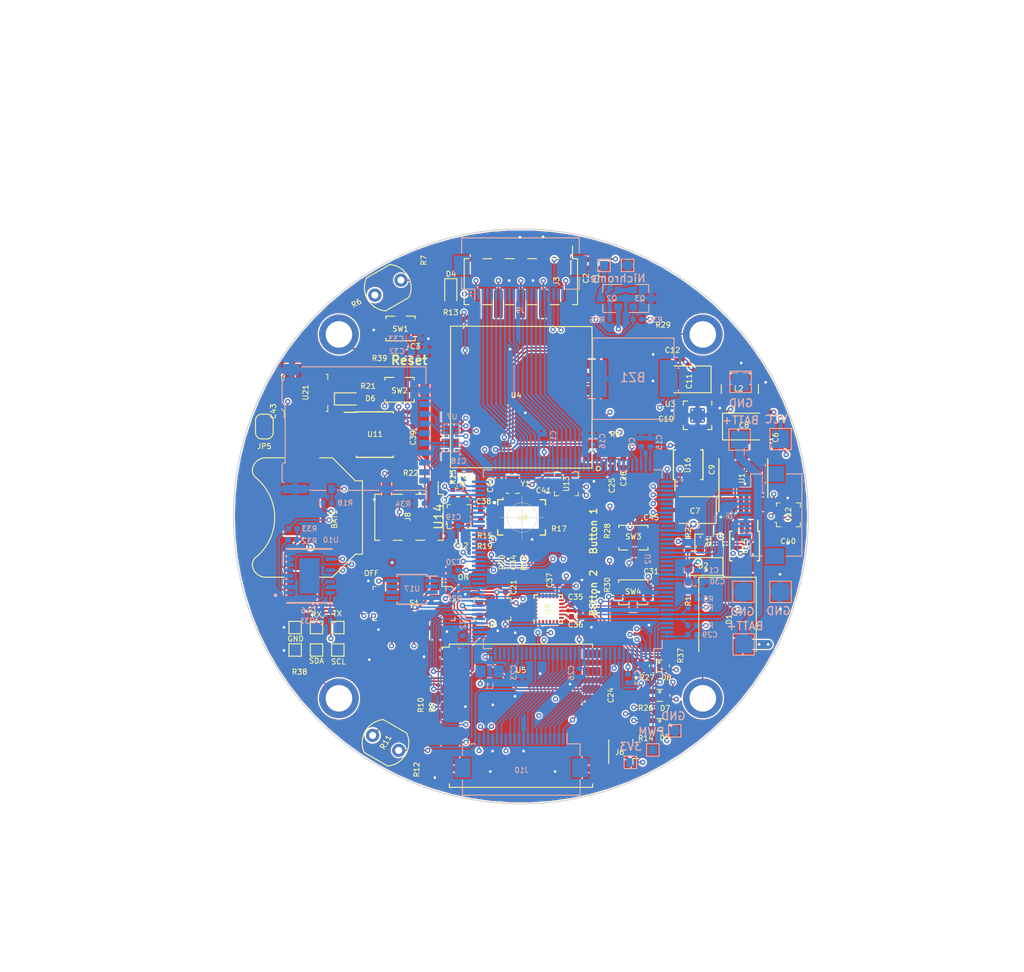
<source format=kicad_pcb>
(kicad_pcb (version 20171130) (host pcbnew "(5.1.0-0)")
  (layers (0 F.Cu signal) (1 GND power) (2 In2.Cu mixed) (3 In3.Cu mixed) (4 Vdd power) (31 B.Cu signal) (34 B.Paste user hide) (35 F.Paste user hide) (36 B.SilkS user) (37 F.SilkS user) (38 B.Mask user hide) (39 F.Mask user hide) (44 Edge.Cuts user))
  (net 0 "")
  (net 1 GND)
  (net 2 /NRST)
  (net 3 VCC)
  (net 4 +3V3)
  (net 5 GNDS)
  (net 6 +BATT)
  (net 7 "Net-(D1-Pad2)")
  (net 8 VPP)
  (net 9 "Net-(D2-Pad2)")
  (net 10 "Net-(D4-Pad2)")
  (net 11 /Tiny_RST)
  (net 12 /Tiny_SDA)
  (net 13 /Tiny_SCL)
  (net 14 /Tiny_MISO)
  (net 15 VDDA)
  (net 16 /Boot0)
  (net 17 /SDA)
  (net 18 /SCL)
  (net 19 /Licht_L)
  (net 20 /GPS_RST)
  (net 21 /RFM_CS)
  (net 22 /BNO_RST)
  (net 23 /RFM_RST)
  (net 24 /Licht_R)
  (net 25 /1PPS)
  (net 26 /3D-Fix)
  (net 27 /CardDetect)
  (net 28 /SD_CMD)
  (net 29 /SD_CLK)
  (net 30 /SD_DAT3)
  (net 31 /SD_DAT2)
  (net 32 /TDI)
  (net 33 /TCK)
  (net 34 /TMS)
  (net 35 /SD_DAT1)
  (net 36 /SD_DAT0)
  (net 37 /GPS_TX)
  (net 38 /GPS_RX)
  (net 39 /BNO_Int)
  (net 40 /RFM_DI0)
  (net 41 /SCK)
  (net 42 /MOSI)
  (net 43 /MISO)
  (net 44 /OneWire)
  (net 45 "Net-(U11-Pad3)")
  (net 46 "Net-(U11-Pad2)")
  (net 47 /ESD)
  (net 48 "Net-(C4-Pad1)")
  (net 49 "Net-(C7-Pad1)")
  (net 50 "Net-(L2-Pad1)")
  (net 51 "Net-(U4-Pad7)")
  (net 52 /TDO)
  (net 53 /Motor_Sleep)
  (net 54 /Motor_Phase)
  (net 55 /Motor_Enable)
  (net 56 /APDS_Int)
  (net 57 "Net-(U8-Pad24)")
  (net 58 "Net-(U8-Pad23)")
  (net 59 "Net-(U8-Pad22)")
  (net 60 "Net-(U8-Pad21)")
  (net 61 "Net-(U8-Pad13)")
  (net 62 "Net-(U8-Pad12)")
  (net 63 "Net-(U8-Pad8)")
  (net 64 "Net-(U8-Pad7)")
  (net 65 "Net-(U15-Pad7)")
  (net 66 "Net-(U15-Pad6)")
  (net 67 "Net-(U15-Pad5)")
  (net 68 "Net-(U15-Pad3)")
  (net 69 "Net-(U15-Pad2)")
  (net 70 "Net-(U16-Pad7)")
  (net 71 "Net-(U16-Pad6)")
  (net 72 "Net-(U16-Pad5)")
  (net 73 "Net-(U16-Pad3)")
  (net 74 "Net-(U16-Pad2)")
  (net 75 "Net-(U17-Pad7)")
  (net 76 "Net-(U17-Pad6)")
  (net 77 "Net-(U17-Pad5)")
  (net 78 "Net-(U17-Pad3)")
  (net 79 "Net-(U17-Pad2)")
  (net 80 "Net-(J3-Pad7)")
  (net 81 "Net-(C5-Pad1)")
  (net 82 "Net-(C10-Pad1)")
  (net 83 "Net-(C34-Pad1)")
  (net 84 "Net-(C35-Pad1)")
  (net 85 "Net-(D6-Pad2)")
  (net 86 "Net-(J6-Pad2)")
  (net 87 "Net-(J7-Pad7)")
  (net 88 "Net-(J7-Pad5)")
  (net 89 "Net-(J7-Pad3)")
  (net 90 "Net-(J7-Pad2)")
  (net 91 "Net-(J7-Pad1)")
  (net 92 "Net-(J7-Pad8)")
  (net 93 "Net-(R2-Pad2)")
  (net 94 "Net-(R15-Pad2)")
  (net 95 "Net-(R17-Pad1)")
  (net 96 "Net-(R19-Pad1)")
  (net 97 "Net-(R20-Pad1)")
  (net 98 "Net-(R21-Pad1)")
  (net 99 "Net-(U1-Pad13)")
  (net 100 "Net-(U1-Pad7)")
  (net 101 "Net-(U2-Pad134)")
  (net 102 "Net-(U2-Pad123)")
  (net 103 "Net-(U2-Pad122)")
  (net 104 "Net-(U2-Pad115)")
  (net 105 "Net-(U2-Pad114)")
  (net 106 "Net-(U2-Pad104)")
  (net 107 "Net-(U2-Pad103)")
  (net 108 "Net-(U2-Pad102)")
  (net 109 "Net-(U2-Pad101)")
  (net 110 "Net-(U2-Pad100)")
  (net 111 "Net-(U2-Pad96)")
  (net 112 "Net-(U2-Pad68)")
  (net 113 "Net-(U2-Pad57)")
  (net 114 "Net-(U2-Pad56)")
  (net 115 "Net-(U2-Pad47)")
  (net 116 "Net-(U2-Pad35)")
  (net 117 "Net-(U2-Pad34)")
  (net 118 "Net-(U2-Pad29)")
  (net 119 "Net-(U2-Pad28)")
  (net 120 "Net-(U3-Pad7)")
  (net 121 "Net-(U4-Pad16)")
  (net 122 "Net-(U4-Pad18)")
  (net 123 "Net-(U4-Pad14)")
  (net 124 "Net-(U4-Pad15)")
  (net 125 "Net-(U4-Pad11)")
  (net 126 "Net-(U4-Pad20)")
  (net 127 "Net-(U4-Pad17)")
  (net 128 "Net-(U4-Pad6)")
  (net 129 "Net-(U5-Pad16)")
  (net 130 "Net-(U5-Pad15)")
  (net 131 "Net-(U5-Pad12)")
  (net 132 "Net-(U5-Pad11)")
  (net 133 "Net-(U5-Pad7)")
  (net 134 "Net-(U6-Pad3)")
  (net 135 "Net-(U7-Pad4)")
  (net 136 "Net-(U7-Pad13)")
  (net 137 "Net-(U8-Pad26)")
  (net 138 "Net-(U8-Pad27)")
  (net 139 "Net-(U8-Pad1)")
  (net 140 "Net-(U9-Pad21)")
  (net 141 /MPU_Int)
  (net 142 "Net-(U9-Pad7)")
  (net 143 "Net-(U11-Pad1)")
  (net 144 "Net-(U21-Pad3)")
  (net 145 "Net-(Y1-Pad1)")
  (net 146 "Net-(BAT1-Pad2)")
  (net 147 "Net-(C43-Pad1)")
  (net 148 "Net-(H1-Pad1)")
  (net 149 /VSYNC-1)
  (net 150 /HREF-1)
  (net 151 /RST-1)
  (net 152 /PDWN-1)
  (net 153 /XCLK-1)
  (net 154 /D9-1)
  (net 155 /D8-1)
  (net 156 /D7-1)
  (net 157 /D6-1)
  (net 158 /D2-1)
  (net 159 /D5-1)
  (net 160 /D3-1)
  (net 161 /D4-1)
  (net 162 /VSYNC-2)
  (net 163 /HREF-2)
  (net 164 /RST-2)
  (net 165 /PDWN-2)
  (net 166 /XCLK-2)
  (net 167 /D9-2)
  (net 168 /D8-2)
  (net 169 /D7-2)
  (net 170 /D6-2)
  (net 171 /D2-2)
  (net 172 /D5-2)
  (net 173 /D3-2)
  (net 174 /D4-2)
  (net 175 "Net-(D5-Pad1)")
  (net 176 "Net-(D7-Pad1)")
  (net 177 "Net-(D8-Pad1)")
  (net 178 /Button_1)
  (net 179 /Button_2)
  (net 180 /Blue_1)
  (net 181 /Green_1)
  (net 182 /Blue_2)
  (net 183 /Green_2)
  (net 184 /Blue_3)
  (net 185 /Green_3)
  (net 186 /Red_1)
  (net 187 /Red_2)
  (net 188 /Red_3)
  (net 189 /PCLK-1)
  (net 190 "Net-(J7-Pad9)")
  (net 191 /SDAT_Camera)
  (net 192 /SCLK_Camera)
  (net 193 "Net-(Q2-Pad3)")
  (net 194 "Net-(Q2-Pad1)")
  (net 195 /Pyro)
  (net 196 "Net-(R31-Pad2)")
  (net 197 "Net-(R32-Pad2)")
  (net 198 /Serial_TX)
  (net 199 /Serial_RX)
  (net 200 /Servo)
  (net 201 "Net-(U2-Pad119)")
  (net 202 /Storage_CS)
  (net 203 "Net-(H2-Pad1)")
  (net 204 "Net-(H3-Pad1)")
  (net 205 "Net-(H4-Pad1)")
  (net 206 "Net-(U2-Pad132)")
  (net 207 "Net-(U2-Pad129)")
  (net 208 "Net-(U2-Pad128)")
  (net 209 "Net-(U2-Pad127)")
  (net 210 "Net-(U2-Pad93)")
  (net 211 "Net-(U2-Pad50)")
  (net 212 "Net-(U2-Pad49)")
  (net 213 /PCLK-2)
  (net 214 "Net-(U2-Pad64)")
  (net 215 "Net-(U2-Pad63)")
  (net 216 "Net-(U2-Pad60)")
  (net 217 "Net-(U2-Pad8)")
  (net 218 "Net-(U2-Pad4)")
  (net 219 "Net-(U2-Pad97)")
  (net 220 "Net-(U2-Pad67)")
  (net 221 "Net-(U2-Pad66)")
  (net 222 "Net-(U2-Pad65)")
  (net 223 /Buzzer)
  (module Buzzer_Beeper:Buzzer_CUI_CPT-9019S-SMT (layer B.Cu) (at 85.1032 63.1698 180)
    (fp_text reference BZ1 (at 0.064 0.127 180) (layer B.SilkS) (effects (justify mirror)))
    (fp_text value Buzzer)
    (pad 2 smd rect (at 4 0 180) (size 2 4.2) (layers B.Cu B.Paste B.Mask) (net 1 GND))
    (pad 1 smd rect (at -4 0 180) (size 2 4.2) (layers B.Cu B.Paste B.Mask) (net 223 /Buzzer))
  )
  (module Diode_SMD:D_SMC (layer F.Cu) (at 95.758 90.424 270)
    (fp_text reference D1 (at -0.0508 -0.1778 270) (layer F.SilkS) (effects (font (size 0.6 0.6) (thickness 0.1))))
    (fp_text value D_Schottky)
    (pad 2 smd rect (at 3.4 0) (size 3.3 2.5) (layers F.Cu F.Paste F.Mask) (net 7 "Net-(D1-Pad2)"))
    (pad 1 smd rect (at -3.4 0) (size 3.3 2.5) (layers F.Cu F.Paste F.Mask) (net 8 VPP))
  )
  (module digikey-footprints:Pressure_Sensor_LGA-8_2.5x2.5mm_BME280 (layer F.Cu) (at 65.405 78.7654 90)
    (fp_text reference U14 (at 0 -2.3 90) (layer F.SilkS))
    (fp_text value BME280)
    (pad 8 smd rect (at -0.975 1.024999 90) (size 0.35 0.5) (layers F.Cu F.Paste F.Mask) (net 6 +BATT))
    (pad 7 smd rect (at -0.325 1.024999 90) (size 0.35 0.5) (layers F.Cu F.Paste F.Mask) (net 5 GNDS))
    (pad 6 smd rect (at 0.325 1.024999 90) (size 0.35 0.5) (layers F.Cu F.Paste F.Mask) (net 6 +BATT))
    (pad 5 smd rect (at 0.975 1.024999 90) (size 0.35 0.5) (layers F.Cu F.Paste F.Mask) (net 5 GNDS))
    (pad 4 smd rect (at 0.975 -1.025 90) (size 0.35 0.5) (layers F.Cu F.Paste F.Mask) (net 13 /Tiny_SCL))
    (pad 3 smd rect (at 0.325 -1.025 90) (size 0.35 0.5) (layers F.Cu F.Paste F.Mask) (net 12 /Tiny_SDA))
    (pad 2 smd rect (at -0.325 -1.025 90) (size 0.35 0.5) (layers F.Cu F.Paste F.Mask) (net 6 +BATT))
    (pad 1 smd rect (at -0.975 -1.025 90) (size 0.35 0.5) (layers F.Cu F.Paste F.Mask) (net 5 GNDS))
  )
  (module RF_Module:HOPERF_RFM9XW_SMD (layer F.Cu) (at 72.403 101.282)
    (fp_text reference U5 (at 0 -5.143) (layer F.SilkS) (effects (font (size 0.6 0.6) (thickness 0.1))))
    (fp_text value RFM69HCW)
    (pad 16 smd rect (at 8 -7) (size 2 1) (layers F.Cu F.Paste F.Mask) (net 129 "Net-(U5-Pad16)"))
    (pad 15 smd rect (at 8 -5) (size 2 1) (layers F.Cu F.Paste F.Mask) (net 130 "Net-(U5-Pad15)"))
    (pad 14 smd rect (at 8 -3) (size 2 1) (layers F.Cu F.Paste F.Mask) (net 40 /RFM_DI0))
    (pad 13 smd rect (at 8 -1) (size 2 1) (layers F.Cu F.Paste F.Mask) (net 4 +3V3))
    (pad 12 smd rect (at 8 1) (size 2 1) (layers F.Cu F.Paste F.Mask) (net 131 "Net-(U5-Pad12)"))
    (pad 11 smd rect (at 8 3) (size 2 1) (layers F.Cu F.Paste F.Mask) (net 132 "Net-(U5-Pad11)"))
    (pad 10 smd rect (at 8 5) (size 2 1) (layers F.Cu F.Paste F.Mask) (net 1 GND))
    (pad 9 smd rect (at 8 7) (size 2 1) (layers F.Cu F.Paste F.Mask) (net 86 "Net-(J6-Pad2)"))
    (pad 8 smd rect (at -8 7) (size 2 1) (layers F.Cu F.Paste F.Mask) (net 1 GND))
    (pad 7 smd rect (at -8 5) (size 2 1) (layers F.Cu F.Paste F.Mask) (net 133 "Net-(U5-Pad7)"))
    (pad 6 smd rect (at -8 3) (size 2 1) (layers F.Cu F.Paste F.Mask) (net 23 /RFM_RST))
    (pad 5 smd rect (at -8 1) (size 2 1) (layers F.Cu F.Paste F.Mask) (net 21 /RFM_CS))
    (pad 4 smd rect (at -8 -1) (size 2 1) (layers F.Cu F.Paste F.Mask) (net 41 /SCK))
    (pad 3 smd rect (at -8 -3) (size 2 1) (layers F.Cu F.Paste F.Mask) (net 42 /MOSI))
    (pad 2 smd rect (at -8 -5) (size 2 1) (layers F.Cu F.Paste F.Mask) (net 43 /MISO))
    (pad 1 smd rect (at -8 -7) (size 2 1) (layers F.Cu F.Paste F.Mask) (net 1 GND))
  )
  (module Connector_FFC-FPC:Hirose_FH12-20S-0.5SH_1x20-1MP_P0.50mm_Horizontal (layer B.Cu) (at 72.4408 105.7656 180)
    (fp_text reference J10 (at -0.0254 -1.6764 180) (layer B.SilkS) (effects (font (size 0.6 0.6) (thickness 0.1)) (justify mirror)))
    (fp_text value "20 Pin FFC")
    (pad 20 smd rect (at 4.75 1.85 180) (size 0.3 1.3) (layers B.Cu B.Paste B.Mask) (net 4 +3V3))
    (pad 19 smd rect (at 4.25 1.85 180) (size 0.3 1.3) (layers B.Cu B.Paste B.Mask) (net 191 /SDAT_Camera))
    (pad 18 smd rect (at 3.75 1.85 180) (size 0.3 1.3) (layers B.Cu B.Paste B.Mask) (net 192 /SCLK_Camera))
    (pad 17 smd rect (at 3.25 1.85 180) (size 0.3 1.3) (layers B.Cu B.Paste B.Mask) (net 1 GND))
    (pad 16 smd rect (at 2.75 1.85 180) (size 0.3 1.3) (layers B.Cu B.Paste B.Mask) (net 149 /VSYNC-1))
    (pad 15 smd rect (at 2.25 1.85 180) (size 0.3 1.3) (layers B.Cu B.Paste B.Mask) (net 150 /HREF-1))
    (pad 14 smd rect (at 1.75 1.85 180) (size 0.3 1.3) (layers B.Cu B.Paste B.Mask) (net 151 /RST-1))
    (pad 13 smd rect (at 1.25 1.85 180) (size 0.3 1.3) (layers B.Cu B.Paste B.Mask) (net 152 /PDWN-1))
    (pad 12 smd rect (at 0.75 1.85 180) (size 0.3 1.3) (layers B.Cu B.Paste B.Mask) (net 153 /XCLK-1))
    (pad 11 smd rect (at 0.25 1.85 180) (size 0.3 1.3) (layers B.Cu B.Paste B.Mask) (net 189 /PCLK-1))
    (pad 10 smd rect (at -0.25 1.85 180) (size 0.3 1.3) (layers B.Cu B.Paste B.Mask) (net 1 GND))
    (pad 9 smd rect (at -0.75 1.85 180) (size 0.3 1.3) (layers B.Cu B.Paste B.Mask) (net 154 /D9-1))
    (pad 8 smd rect (at -1.25 1.85 180) (size 0.3 1.3) (layers B.Cu B.Paste B.Mask) (net 155 /D8-1))
    (pad 7 smd rect (at -1.75 1.85 180) (size 0.3 1.3) (layers B.Cu B.Paste B.Mask) (net 156 /D7-1))
    (pad 6 smd rect (at -2.25 1.85 180) (size 0.3 1.3) (layers B.Cu B.Paste B.Mask) (net 157 /D6-1))
    (pad 5 smd rect (at -2.75 1.85 180) (size 0.3 1.3) (layers B.Cu B.Paste B.Mask) (net 158 /D2-1))
    (pad 4 smd rect (at -3.25 1.85 180) (size 0.3 1.3) (layers B.Cu B.Paste B.Mask) (net 159 /D5-1))
    (pad 3 smd rect (at -3.75 1.85 180) (size 0.3 1.3) (layers B.Cu B.Paste B.Mask) (net 160 /D3-1))
    (pad 2 smd rect (at -4.25 1.85 180) (size 0.3 1.3) (layers B.Cu B.Paste B.Mask) (net 161 /D4-1))
    (pad 1 smd rect (at -4.75 1.85 180) (size 0.3 1.3) (layers B.Cu B.Paste B.Mask) (net 4 +3V3))
    (pad MP smd rect (at -6.65 -1.4 180) (size 1.8 2.2) (layers B.Cu B.Paste B.Mask))
    (pad MP smd rect (at 6.65 -1.4 180) (size 1.8 2.2) (layers B.Cu B.Paste B.Mask))
  )
  (module Resistor_SMD:R_0402_1005Metric (layer F.Cu) (at 56.5174 59.7916 180)
    (fp_text reference R39 (at 0.104 -1.0668 180) (layer F.SilkS) (effects (font (size 0.6 0.6) (thickness 0.1))))
    (fp_text value 1M)
    (pad 2 smd roundrect (at 0.485 0 180) (size 0.59 0.64) (layers F.Cu F.Paste F.Mask) (net 204 "Net-(H3-Pad1)"))
    (pad 1 smd roundrect (at -0.485 0 180) (size 0.59 0.64) (layers F.Cu F.Paste F.Mask) (net 1 GND))
  )
  (module Resistor_SMD:R_0402_1005Metric (layer F.Cu) (at 47.3432 95.25)
    (fp_text reference R38 (at 0.023 1.0795) (layer F.SilkS) (effects (font (size 0.6 0.6) (thickness 0.1))))
    (fp_text value 1M)
    (pad 2 smd roundrect (at 0.485 0) (size 0.59 0.64) (layers F.Cu F.Paste F.Mask) (net 203 "Net-(H2-Pad1)"))
    (pad 1 smd roundrect (at -0.485 0) (size 0.59 0.64) (layers F.Cu F.Paste F.Mask) (net 1 GND))
  )
  (module Resistor_SMD:R_0402_1005Metric (layer F.Cu) (at 91.3638 94.4602 270)
    (fp_text reference R37 (at 0.0254 0.9144 270) (layer F.SilkS) (effects (font (size 0.6 0.6) (thickness 0.1))))
    (fp_text value 1M)
    (pad 2 smd roundrect (at 0.485 0 270) (size 0.59 0.64) (layers F.Cu F.Paste F.Mask) (net 148 "Net-(H1-Pad1)"))
    (pad 1 smd roundrect (at -0.485 0 270) (size 0.59 0.64) (layers F.Cu F.Paste F.Mask) (net 1 GND))
  )
  (module TestPoint:TestPoint_Pad_2.0x2.0mm (layer B.Cu) (at 101.7524 87.2744)
    (fp_text reference TP10 hide)
    (fp_text value Bottom-)
    (pad 1 smd rect (at 0 0) (size 2 2) (layers B.Cu B.Mask) (net 1 GND))
  )
  (module TestPoint:TestPoint_Pad_2.0x2.0mm (layer B.Cu) (at 101.7524 70.0024)
    (fp_text reference TP9 hide)
    (fp_text value Bottom+)
    (pad 1 smd rect (at 0 0) (size 2 2) (layers B.Cu B.Mask) (net 3 VCC))
  )
  (module TestPoint:TestPoint_Pad_2.0x2.0mm (layer B.Cu) (at 97.5614 87.2744)
    (fp_text reference TP8 hide)
    (fp_text value Batt2-)
    (pad 1 smd rect (at 0 0) (size 2 2) (layers B.Cu B.Mask) (net 1 GND))
  )
  (module TestPoint:TestPoint_Pad_2.0x2.0mm (layer B.Cu) (at 97.5868 93.218)
    (fp_text reference TP7 hide)
    (fp_text value Batt2+)
    (pad 1 smd rect (at 0 0) (size 2 2) (layers B.Cu B.Mask) (net 7 "Net-(D1-Pad2)"))
  )
  (module TestPoint:TestPoint_Pad_2.0x2.0mm (layer B.Cu) (at 97.2312 63.5254)
    (fp_text reference TP6 hide)
    (fp_text value Batt1-)
    (pad 1 smd rect (at 0 0) (size 2 2) (layers B.Cu B.Mask) (net 1 GND))
  )
  (module TestPoint:TestPoint_Pad_2.0x2.0mm (layer B.Cu) (at 97.1296 70.0532)
    (fp_text reference TP5 hide)
    (fp_text value Batt1+)
    (pad 1 smd rect (at 0 0) (size 2 2) (layers B.Cu B.Mask) (net 7 "Net-(D1-Pad2)"))
  )
  (module TestPoint:TestPoint_Pad_1.0x1.0mm (layer F.Cu) (at 46.863 91.313)
    (fp_text reference TP17 hide)
    (fp_text value GND)
    (pad 1 smd rect (at 0 0) (size 1 1) (layers F.Cu F.Mask) (net 1 GND))
  )
  (module TestPoint:TestPoint_Pad_1.0x1.0mm (layer F.Cu) (at 46.863 93.853)
    (fp_text reference TP16 hide)
    (fp_text value GND)
    (pad 1 smd rect (at 0 0) (size 1 1) (layers F.Cu F.Mask) (net 1 GND))
  )
  (module TestPoint:TestPoint_Pad_1.0x1.0mm (layer F.Cu) (at 49.276 93.853)
    (fp_text reference TP15 hide)
    (fp_text value SDA)
    (pad 1 smd rect (at 0 0) (size 1 1) (layers F.Cu F.Mask) (net 17 /SDA))
  )
  (module TestPoint:TestPoint_Pad_1.0x1.0mm (layer F.Cu) (at 51.689 93.853)
    (fp_text reference TP14 hide)
    (fp_text value SCl)
    (pad 1 smd rect (at 0 0) (size 1 1) (layers F.Cu F.Mask) (net 18 /SCL))
  )
  (module TestPoint:TestPoint_Pad_1.0x1.0mm (layer B.Cu) (at 84.455 50.3555)
    (fp_text reference TP13 hide)
    (fp_text value "Nichrome -")
    (pad 1 smd rect (at 0 0) (size 1 1) (layers B.Cu B.Mask) (net 1 GND))
  )
  (module TestPoint:TestPoint_Pad_1.0x1.0mm (layer B.Cu) (at 89.789 102.997)
    (fp_text reference TP12 hide)
    (fp_text value "Servo GND")
    (pad 1 smd rect (at 0 0) (size 1 1) (layers B.Cu B.Mask) (net 1 GND))
  )
  (module TestPoint:TestPoint_Pad_1.0x1.0mm (layer B.Cu) (at 81.788 50.3555)
    (fp_text reference TP11 hide)
    (fp_text value "Nichrome +")
    (pad 1 smd rect (at 0 0) (size 1 1) (layers B.Cu B.Mask) (net 193 "Net-(Q2-Pad3)"))
  )
  (module TestPoint:TestPoint_Pad_1.0x1.0mm (layer B.Cu) (at 87.3125 105.156)
    (fp_text reference TP4 hide)
    (fp_text value "Servo Control")
    (pad 1 smd rect (at 0 0) (size 1 1) (layers B.Cu B.Mask) (net 200 /Servo))
  )
  (module TestPoint:TestPoint_Pad_1.0x1.0mm (layer B.Cu) (at 84.7725 106.553)
    (fp_text reference TP3 hide)
    (fp_text value "Servo 3V3")
    (pad 1 smd rect (at 0 0) (size 1 1) (layers B.Cu B.Mask) (net 4 +3V3))
  )
  (module TestPoint:TestPoint_Pad_1.0x1.0mm (layer F.Cu) (at 49.276 91.313)
    (fp_text reference TP2 hide)
    (fp_text value ST_RX)
    (pad 1 smd rect (at 0 0) (size 1 1) (layers F.Cu F.Mask) (net 199 /Serial_RX))
  )
  (module TestPoint:TestPoint_Pad_1.0x1.0mm (layer F.Cu) (at 51.689 91.313)
    (fp_text reference TP1 hide)
    (fp_text value ST_TX)
    (pad 1 smd rect (at 0 0) (size 1 1) (layers F.Cu F.Mask) (net 198 /Serial_TX))
  )
  (module Capacitor_SMD:C_0402_1005Metric (layer B.Cu) (at 85.979 70.381 90)
    (fp_text reference C5 (at 0 -1.016 90) (layer B.SilkS) (effects (font (size 0.6 0.6) (thickness 0.1)) (justify mirror)))
    (fp_text value 2.2uF)
    (pad 2 smd roundrect (at 0.485 0 90) (size 0.59 0.64) (layers B.Cu B.Paste B.Mask) (net 1 GND))
    (pad 1 smd roundrect (at -0.485 0 90) (size 0.59 0.64) (layers B.Cu B.Paste B.Mask) (net 81 "Net-(C5-Pad1)"))
  )
  (module Capacitor_SMD:C_0402_1005Metric (layer B.Cu) (at 65.428 74.549 180)
    (fp_text reference C4 (at 0.023 -1.016 180) (layer B.SilkS) (effects (font (size 0.6 0.6) (thickness 0.1)) (justify mirror)))
    (fp_text value 2.2uF)
    (pad 2 smd roundrect (at 0.485 0 180) (size 0.59 0.64) (layers B.Cu B.Paste B.Mask) (net 1 GND))
    (pad 1 smd roundrect (at -0.485 0 180) (size 0.59 0.64) (layers B.Cu B.Paste B.Mask) (net 48 "Net-(C4-Pad1)"))
  )
  (module Capacitor_SMD:C_0402_1005Metric (layer F.Cu) (at 79.756 50.188 270)
    (fp_text reference C2 (at 1.628 0 270) (layer F.SilkS) (effects (font (size 0.6 0.6) (thickness 0.1))))
    (fp_text value 1uF)
    (pad 2 smd roundrect (at 0.485 0 270) (size 0.59 0.64) (layers F.Cu F.Paste F.Mask) (net 1 GND))
    (pad 1 smd roundrect (at -0.485 0 270) (size 0.59 0.64) (layers F.Cu F.Paste F.Mask) (net 4 +3V3))
  )
  (module LED_SMD:LED_2.4mmx1.45mm_RGBA (layer F.Cu) (at 88.0364 99.0092)
    (fp_text reference D7 (at 0.672 1.43) (layer F.SilkS) (effects (font (size 0.6 0.6) (thickness 0.1))))
    (fp_text value RGBA)
    (pad 3 smd rect (at 0.875 -0.475) (size 0.8 0.55) (layers F.Cu F.Paste F.Mask) (net 182 /Blue_2))
    (pad 4 smd rect (at 0.875 0.425) (size 0.8 0.55) (layers F.Cu F.Paste F.Mask) (net 4 +3V3))
    (pad 2 smd rect (at -0.725 -0.475) (size 0.8 0.55) (layers F.Cu F.Paste F.Mask) (net 183 /Green_2))
    (pad 1 smd rect (at -0.725 0.425) (size 0.8 0.55) (layers F.Cu F.Paste F.Mask) (net 176 "Net-(D7-Pad1)"))
  )
  (module LED_SMD:LED_2.4mmx1.45mm_RGBA (layer F.Cu) (at 88.0364 102.3112)
    (fp_text reference D5 (at 0.621 1.441) (layer F.SilkS) (effects (font (size 0.6 0.6) (thickness 0.1))))
    (fp_text value RGBA)
    (pad 3 smd rect (at 0.875 -0.475) (size 0.8 0.55) (layers F.Cu F.Paste F.Mask) (net 180 /Blue_1))
    (pad 4 smd rect (at 0.875 0.425) (size 0.8 0.55) (layers F.Cu F.Paste F.Mask) (net 4 +3V3))
    (pad 2 smd rect (at -0.725 -0.475) (size 0.8 0.55) (layers F.Cu F.Paste F.Mask) (net 181 /Green_1))
    (pad 1 smd rect (at -0.725 0.425) (size 0.8 0.55) (layers F.Cu F.Paste F.Mask) (net 175 "Net-(D5-Pad1)"))
  )
  (module LED_SMD:LED_2.4mmx1.45mm_RGBA (layer F.Cu) (at 88.0484 95.6362)
    (fp_text reference D8 (at 0.8 1.339) (layer F.SilkS) (effects (font (size 0.6 0.6) (thickness 0.1))))
    (fp_text value RGBA)
    (pad 3 smd rect (at 0.8 -0.45) (size 0.8 0.55) (layers F.Cu F.Paste F.Mask) (net 184 /Blue_3))
    (pad 4 smd rect (at 0.8 0.45) (size 0.8 0.55) (layers F.Cu F.Paste F.Mask) (net 4 +3V3))
    (pad 2 smd rect (at -0.8 -0.45) (size 0.8 0.55) (layers F.Cu F.Paste F.Mask) (net 185 /Green_3))
    (pad 1 smd rect (at -0.8 0.45) (size 0.8 0.55) (layers F.Cu F.Paste F.Mask) (net 177 "Net-(D8-Pad1)"))
  )
  (module Button_Switch_SMD:SW_SPST_B3U-1100P (layer F.Cu) (at 85.09 88.138)
    (fp_text reference SW4 (at 0 -0.889) (layer F.SilkS) (effects (font (size 0.6 0.6) (thickness 0.1))))
    (fp_text value SW_Push)
    (pad 3 smd rect (at 0 0.82) (size 0.8 1.1) (layers F.Cu F.Paste F.Mask))
    (pad 2 smd rect (at 1.7 -0.82) (size 0.9 1.7) (layers F.Cu F.Paste F.Mask) (net 1 GND))
    (pad 1 smd rect (at -1.7 -0.82) (size 0.9 1.7) (layers F.Cu F.Paste F.Mask) (net 179 /Button_2))
  )
  (module Button_Switch_SMD:SW_SPST_B3U-1100P (layer F.Cu) (at 85.1122 81.9716)
    (fp_text reference SW3 (at 0 -0.9456) (layer F.SilkS) (effects (font (size 0.6 0.6) (thickness 0.1))))
    (fp_text value SW_Push)
    (pad 3 smd rect (at 0 0.82) (size 0.8 1.1) (layers F.Cu F.Paste F.Mask))
    (pad 2 smd rect (at 1.7 -0.82) (size 0.9 1.7) (layers F.Cu F.Paste F.Mask) (net 1 GND))
    (pad 1 smd rect (at -1.7 -0.82) (size 0.9 1.7) (layers F.Cu F.Paste F.Mask) (net 178 /Button_1))
  )
  (module Button_Switch_SMD:SW_SPST_B3U-1100P (layer F.Cu) (at 58.674 63.6016 180)
    (fp_text reference SW2 (at 0 -0.9144 180) (layer F.SilkS) (effects (font (size 0.6 0.6) (thickness 0.1))))
    (fp_text value SW_Push)
    (pad 3 smd rect (at 0 0.82 180) (size 0.8 1.1) (layers F.Cu F.Paste F.Mask))
    (pad 2 smd rect (at 1.7 -0.82 180) (size 0.9 1.7) (layers F.Cu F.Paste F.Mask) (net 11 /Tiny_RST))
    (pad 1 smd rect (at -1.7 -0.82 180) (size 0.9 1.7) (layers F.Cu F.Paste F.Mask) (net 5 GNDS))
  )
  (module Button_Switch_SMD:SW_SPST_B3U-1100P (layer F.Cu) (at 58.7756 56.6674 180)
    (fp_text reference SW1 (at 0 -0.871 180) (layer F.SilkS) (effects (font (size 0.6 0.6) (thickness 0.1))))
    (fp_text value SW_Push)
    (pad 3 smd rect (at 0 0.82 180) (size 0.8 1.1) (layers F.Cu F.Paste F.Mask))
    (pad 2 smd rect (at 1.7 -0.82 180) (size 0.9 1.7) (layers F.Cu F.Paste F.Mask) (net 1 GND))
    (pad 1 smd rect (at -1.7 -0.82 180) (size 0.9 1.7) (layers F.Cu F.Paste F.Mask) (net 2 /NRST))
  )
  (module SON127P600X500X80-9N:SON127P600X500X80-9N (layer B.Cu) (at 48.4886 85.471)
    (fp_text reference U10 (at 2.413 -4.064) (layer B.SilkS) (effects (font (size 0.6 0.6) (thickness 0.1)) (justify mirror)))
    (fp_text value W25M02GV hide)
    (pad 9 smd rect (at 0 0) (size 2.3 4) (layers B.Cu B.Paste B.Mask))
    (pad 8 smd rect (at 2.335 1.905) (size 1.06 0.42) (layers B.Cu B.Paste B.Mask) (net 4 +3V3))
    (pad 7 smd rect (at 2.335 0.635) (size 1.06 0.42) (layers B.Cu B.Paste B.Mask) (net 196 "Net-(R31-Pad2)"))
    (pad 6 smd rect (at 2.335 -0.635) (size 1.06 0.42) (layers B.Cu B.Paste B.Mask) (net 41 /SCK))
    (pad 5 smd rect (at 2.335 -1.905) (size 1.06 0.42) (layers B.Cu B.Paste B.Mask) (net 42 /MOSI))
    (pad 4 smd rect (at -2.335 -1.905) (size 1.06 0.42) (layers B.Cu B.Paste B.Mask) (net 1 GND))
    (pad 3 smd rect (at -2.335 -0.635) (size 1.06 0.42) (layers B.Cu B.Paste B.Mask) (net 197 "Net-(R32-Pad2)"))
    (pad 2 smd rect (at -2.335 0.635) (size 1.06 0.42) (layers B.Cu B.Paste B.Mask) (net 43 /MISO))
    (pad 1 smd rect (at -2.335 1.905) (size 1.06 0.42) (layers B.Cu B.Paste B.Mask) (net 202 /Storage_CS))
  )
  (module Resistor_SMD:R_0402_1005Metric (layer B.Cu) (at 85.5575 56.4515 180)
    (fp_text reference R36 (at -2.009 -0.0635 180) (layer B.SilkS) (effects (font (size 0.6 0.6) (thickness 0.1)) (justify mirror)))
    (fp_text value 10k)
    (pad 2 smd roundrect (at 0.485 0 180) (size 0.59 0.64) (layers B.Cu B.Paste B.Mask) (net 195 /Pyro))
    (pad 1 smd roundrect (at -0.485 0 180) (size 0.59 0.64) (layers B.Cu B.Paste B.Mask) (net 4 +3V3))
  )
  (module Resistor_SMD:R_0402_1005Metric (layer B.Cu) (at 82.931 56.4515 180)
    (fp_text reference R35 (at 1.905 -0.0635 180) (layer B.SilkS) (effects (font (size 0.6 0.6) (thickness 0.1)) (justify mirror)))
    (fp_text value 10k)
    (pad 2 smd roundrect (at 0.485 0 180) (size 0.59 0.64) (layers B.Cu B.Paste B.Mask) (net 194 "Net-(Q2-Pad1)"))
    (pad 1 smd roundrect (at -0.485 0 180) (size 0.59 0.64) (layers B.Cu B.Paste B.Mask) (net 3 VCC))
  )
  (module Resistor_SMD:R_0402_1005Metric (layer B.Cu) (at 60.983 77.2795 180)
    (fp_text reference R34 (at 1.928 -0.0635 180) (layer B.SilkS) (effects (font (size 0.6 0.6) (thickness 0.1)) (justify mirror)))
    (fp_text value 1k)
    (pad 2 smd roundrect (at 0.485 0 180) (size 0.59 0.64) (layers B.Cu B.Paste B.Mask) (net 1 GND))
    (pad 1 smd roundrect (at -0.485 0 180) (size 0.59 0.64) (layers B.Cu B.Paste B.Mask) (net 190 "Net-(J7-Pad9)"))
  )
  (module Resistor_SMD:R_0402_1005Metric (layer B.Cu) (at 46.6066 80.137 180)
    (fp_text reference R33 (at -1.882 0 180) (layer B.SilkS) (effects (font (size 0.6 0.6) (thickness 0.1)) (justify mirror)))
    (fp_text value 10k)
    (pad 2 smd roundrect (at 0.485 0 180) (size 0.59 0.64) (layers B.Cu B.Paste B.Mask) (net 202 /Storage_CS))
    (pad 1 smd roundrect (at -0.485 0 180) (size 0.59 0.64) (layers B.Cu B.Paste B.Mask) (net 4 +3V3))
  )
  (module Resistor_SMD:R_0402_1005Metric (layer B.Cu) (at 46.5606 81.407 180)
    (fp_text reference R32 (at -1.928 -0.127 180) (layer B.SilkS) (effects (font (size 0.6 0.6) (thickness 0.1)) (justify mirror)))
    (fp_text value 10k)
    (pad 2 smd roundrect (at 0.485 0 180) (size 0.59 0.64) (layers B.Cu B.Paste B.Mask) (net 197 "Net-(R32-Pad2)"))
    (pad 1 smd roundrect (at -0.485 0 180) (size 0.59 0.64) (layers B.Cu B.Paste B.Mask) (net 4 +3V3))
  )
  (module Resistor_SMD:R_0402_1005Metric (layer B.Cu) (at 50.4166 90.551 180)
    (fp_text reference R31 (at 2.182 0 180) (layer B.SilkS) (effects (font (size 0.6 0.6) (thickness 0.1)) (justify mirror)))
    (fp_text value 10k)
    (pad 2 smd roundrect (at 0.485 0 180) (size 0.59 0.64) (layers B.Cu B.Paste B.Mask) (net 196 "Net-(R31-Pad2)"))
    (pad 1 smd roundrect (at -0.485 0 180) (size 0.59 0.64) (layers B.Cu B.Paste B.Mask) (net 4 +3V3))
  )
  (module Resistor_SMD:R_0402_1005Metric (layer F.Cu) (at 82.908 84.963 180)
    (fp_text reference R30 (at 0.739 -1.524 270) (layer F.SilkS) (effects (font (size 0.6 0.6) (thickness 0.1))))
    (fp_text value 10k)
    (pad 2 smd roundrect (at 0.485 0 180) (size 0.59 0.64) (layers F.Cu F.Paste F.Mask) (net 4 +3V3))
    (pad 1 smd roundrect (at -0.485 0 180) (size 0.59 0.64) (layers F.Cu F.Paste F.Mask) (net 179 /Button_2))
  )
  (module Package_TO_SOT_SMD:SOT-23 (layer B.Cu) (at 86.09 54.0995)
    (fp_text reference Q3 (at -0.238 0.0025) (layer B.SilkS) (effects (font (size 0.6 0.6) (thickness 0.1)) (justify mirror)))
    (fp_text value SSM3J338R)
    (pad 3 smd rect (at 1 0) (size 0.9 0.8) (layers B.Cu B.Paste B.Mask) (net 1 GND))
    (pad 2 smd rect (at -1 -0.95) (size 0.9 0.8) (layers B.Cu B.Paste B.Mask) (net 194 "Net-(Q2-Pad1)"))
    (pad 1 smd rect (at -1 0.95) (size 0.9 0.8) (layers B.Cu B.Paste B.Mask) (net 195 /Pyro))
  )
  (module Package_TO_SOT_SMD:SOT-23 (layer B.Cu) (at 82.407 54.102 180)
    (fp_text reference Q2 (at -0.27 0 180) (layer B.SilkS) (effects (font (size 0.6 0.6) (thickness 0.1)) (justify mirror)))
    (fp_text value SSM3J338R)
    (pad 3 smd rect (at 1 0 180) (size 0.9 0.8) (layers B.Cu B.Paste B.Mask) (net 193 "Net-(Q2-Pad3)"))
    (pad 2 smd rect (at -1 -0.95 180) (size 0.9 0.8) (layers B.Cu B.Paste B.Mask) (net 3 VCC))
    (pad 1 smd rect (at -1 0.95 180) (size 0.9 0.8) (layers B.Cu B.Paste B.Mask) (net 194 "Net-(Q2-Pad1)"))
  )
  (module Capacitor_SMD:C_0402_1005Metric (layer B.Cu) (at 50.3936 89.408 180)
    (fp_text reference C46 (at 2.032 0 180) (layer B.SilkS) (effects (font (size 0.6 0.6) (thickness 0.1)) (justify mirror)))
    (fp_text value 100nF)
    (pad 2 smd roundrect (at 0.485 0 180) (size 0.59 0.64) (layers B.Cu B.Paste B.Mask) (net 1 GND))
    (pad 1 smd roundrect (at -0.485 0 180) (size 0.59 0.64) (layers B.Cu B.Paste B.Mask) (net 4 +3V3))
  )
  (module Capacitor_SMD:C_0402_1005Metric (layer F.Cu) (at 85.113 84.963)
    (fp_text reference C31 (at 2.009 0) (layer F.SilkS) (effects (font (size 0.6 0.6) (thickness 0.1))))
    (fp_text value 100nF)
    (pad 2 smd roundrect (at 0.485 0) (size 0.59 0.64) (layers F.Cu F.Paste F.Mask) (net 1 GND))
    (pad 1 smd roundrect (at -0.485 0) (size 0.59 0.64) (layers F.Cu F.Paste F.Mask) (net 179 /Button_2))
  )
  (module Capacitor_SMD:C_0603_1608Metric (layer B.Cu) (at 60.8075 60.071)
    (fp_text reference C32 (at -2.4385 0) (layer B.SilkS) (effects (font (size 0.6 0.6) (thickness 0.1)) (justify mirror)))
    (fp_text value 10u)
    (pad 2 smd roundrect (at 0.7875 0) (size 0.875 0.95) (layers B.Cu B.Paste B.Mask) (net 1 GND))
    (pad 1 smd roundrect (at -0.7875 0) (size 0.875 0.95) (layers B.Cu B.Paste B.Mask) (net 4 +3V3))
  )
  (module Capacitor_SMD:C_0603_1608Metric (layer B.Cu) (at 92.1005 86.106)
    (fp_text reference C30 (at 2.5145 0) (layer B.SilkS) (effects (font (size 0.6 0.6) (thickness 0.1)) (justify mirror)))
    (fp_text value 4.7u)
    (pad 2 smd roundrect (at 0.7875 0) (size 0.875 0.95) (layers B.Cu B.Paste B.Mask) (net 1 GND))
    (pad 1 smd roundrect (at -0.7875 0) (size 0.875 0.95) (layers B.Cu B.Paste B.Mask) (net 4 +3V3))
  )
  (module Resistor_SMD:R_0402_1005Metric (layer F.Cu) (at 88.4785 58.1025)
    (fp_text reference R29 (at 0 -1.016) (layer F.SilkS) (effects (font (size 0.6 0.6) (thickness 0.1))))
    (fp_text value 1M)
    (pad 2 smd roundrect (at 0.485 0) (size 0.59 0.64) (layers F.Cu F.Paste F.Mask) (net 205 "Net-(H4-Pad1)"))
    (pad 1 smd roundrect (at -0.485 0) (size 0.59 0.64) (layers F.Cu F.Paste F.Mask) (net 1 GND))
  )
  (module Resistor_SMD:R_0402_1005Metric (layer F.Cu) (at 82.954 78.867 180)
    (fp_text reference R28 (at 0.785 -1.524 270) (layer F.SilkS) (effects (font (size 0.6 0.6) (thickness 0.1))))
    (fp_text value 10k)
    (pad 2 smd roundrect (at 0.485 0 180) (size 0.59 0.64) (layers F.Cu F.Paste F.Mask) (net 4 +3V3))
    (pad 1 smd roundrect (at -0.485 0 180) (size 0.59 0.64) (layers F.Cu F.Paste F.Mask) (net 178 /Button_1))
  )
  (module Package_DFN_QFN:VQFN-16-1EP_3x3mm_P0.5mm_EP1.68x1.68mm_ThermalVias (layer F.Cu) (at 92.368 67.31 270)
    (fp_text reference U3 (at -1.27 3.087) (layer F.SilkS) (effects (font (size 0.6 0.6) (thickness 0.1))))
    (fp_text value TPS62132)
    (pad 16 smd roundrect (at -0.75 -1.4625 270) (size 0.25 0.825) (layers F.Cu F.Paste F.Mask) (net 1 GND))
    (pad 15 smd roundrect (at -0.25 -1.4625 270) (size 0.25 0.825) (layers F.Cu F.Paste F.Mask) (net 1 GND))
    (pad 14 smd roundrect (at 0.25 -1.4625 270) (size 0.25 0.825) (layers F.Cu F.Paste F.Mask) (net 4 +3V3))
    (pad 13 smd roundrect (at 0.75 -1.4625 270) (size 0.25 0.825) (layers F.Cu F.Paste F.Mask) (net 3 VCC))
    (pad 12 smd roundrect (at 1.4625 -0.75 270) (size 0.825 0.25) (layers F.Cu F.Paste F.Mask) (net 3 VCC))
    (pad 11 smd roundrect (at 1.4625 -0.25 270) (size 0.825 0.25) (layers F.Cu F.Paste F.Mask) (net 3 VCC))
    (pad 10 smd roundrect (at 1.4625 0.25 270) (size 0.825 0.25) (layers F.Cu F.Paste F.Mask) (net 3 VCC))
    (pad 9 smd roundrect (at 1.4625 0.75 270) (size 0.825 0.25) (layers F.Cu F.Paste F.Mask) (net 82 "Net-(C10-Pad1)"))
    (pad 8 smd roundrect (at 0.75 1.4625 270) (size 0.25 0.825) (layers F.Cu F.Paste F.Mask) (net 1 GND))
    (pad 7 smd roundrect (at 0.25 1.4625 270) (size 0.25 0.825) (layers F.Cu F.Paste F.Mask) (net 120 "Net-(U3-Pad7)"))
    (pad 6 smd roundrect (at -0.25 1.4625 270) (size 0.25 0.825) (layers F.Cu F.Paste F.Mask) (net 1 GND))
    (pad 5 smd roundrect (at -0.75 1.4625 270) (size 0.25 0.825) (layers F.Cu F.Paste F.Mask) (net 1 GND))
    (pad 4 smd roundrect (at -1.4625 0.75 270) (size 0.825 0.25) (layers F.Cu F.Paste F.Mask) (net 1 GND))
    (pad 3 smd roundrect (at -1.4625 0.25 270) (size 0.825 0.25) (layers F.Cu F.Paste F.Mask) (net 50 "Net-(L2-Pad1)"))
    (pad 2 smd roundrect (at -1.4625 -0.25 270) (size 0.825 0.25) (layers F.Cu F.Paste F.Mask) (net 50 "Net-(L2-Pad1)"))
    (pad 1 smd roundrect (at -1.4625 -0.75 270) (size 0.825 0.25) (layers F.Cu F.Paste F.Mask) (net 50 "Net-(L2-Pad1)"))
    (pad 17 smd roundrect (at 0 0 270) (size 1.68 1.68) (layers B.Cu) (roundrect_rratio 0.14881) (net 1 GND))
    (pad 17 thru_hole circle (at 0.59 0.59 270) (size 0.5 0.5) (drill 0.2) (layers *.Cu) (net 1 GND))
    (pad 17 thru_hole circle (at -0.59 0.59 270) (size 0.5 0.5) (drill 0.2) (layers *.Cu) (net 1 GND))
    (pad 17 thru_hole circle (at 0.59 -0.59 270) (size 0.5 0.5) (drill 0.2) (layers *.Cu) (net 1 GND))
    (pad 17 thru_hole circle (at -0.59 -0.59 270) (size 0.5 0.5) (drill 0.2) (layers *.Cu) (net 1 GND))
    (pad 17 smd roundrect (at 0 0 270) (size 1.68 1.68) (layers F.Cu F.Mask) (roundrect_rratio 0.14881) (net 1 GND))
  )
  (module Capacitor_SMD:C_0402_1005Metric (layer F.Cu) (at 85.217 78.867)
    (fp_text reference C45 (at 1.905 0) (layer F.SilkS) (effects (font (size 0.6 0.6) (thickness 0.1))))
    (fp_text value 100nF)
    (pad 2 smd roundrect (at 0.485 0) (size 0.59 0.64) (layers F.Cu F.Paste F.Mask) (net 1 GND))
    (pad 1 smd roundrect (at -0.485 0) (size 0.59 0.64) (layers F.Cu F.Paste F.Mask) (net 178 /Button_1))
  )
  (module Resistor_SMD:R_0402_1005Metric (layer F.Cu) (at 91.313 86.7688 90)
    (fp_text reference R1 (at -1.547 0 90) (layer F.SilkS) (effects (font (size 0.6 0.6) (thickness 0.1))))
    (fp_text value 100k)
    (pad 2 smd roundrect (at 0.485 0 90) (size 0.59 0.64) (layers F.Cu F.Paste F.Mask) (net 9 "Net-(D2-Pad2)"))
    (pad 1 smd roundrect (at -0.485 0 90) (size 0.59 0.64) (layers F.Cu F.Paste F.Mask) (net 8 VPP))
  )
  (module Jumper:SolderJumper-2_P1.3mm_Bridged_RoundedPad1.0x1.5mm (layer F.Cu) (at 43.3832 68.58 90)
    (fp_text reference JP5 (at -2.2352 0 180) (layer F.SilkS) (effects (font (size 0.6 0.6) (thickness 0.1))))
    (fp_text value Power_Select)
    (fp_poly (pts (xy 0.25 -0.3) (xy -0.25 -0.3) (xy -0.25 0.3) (xy 0.25 0.3)) (layer F.Cu) (width 0))
    (pad 1 smd custom (at -0.65 0 90) (size 1 0.5) (layers F.Cu F.Mask) (net 6 +BATT) (options (clearance outline) (anchor rect)) (primitives (gr_circle (center 0 0.25) (end 0.5 0.25) (width 0)) (gr_circle (center 0 -0.25) (end 0.5 -0.25) (width 0)) (gr_poly (pts (xy 0 -0.75) (xy 0.5 -0.75) (xy 0.5 0.75) (xy 0 0.75)) (width 0))))
    (pad 2 smd custom (at 0.65 0 90) (size 1 0.5) (layers F.Cu F.Mask) (net 147 "Net-(C43-Pad1)") (options (clearance outline) (anchor rect)) (primitives (gr_circle (center 0 0.25) (end 0.5 0.25) (width 0)) (gr_circle (center 0 -0.25) (end 0.5 -0.25) (width 0)) (gr_poly (pts (xy 0 -0.75) (xy -0.5 -0.75) (xy -0.5 0.75) (xy 0 0.75)) (width 0))))
  )
  (module Resistor_SMD:R_0402_1005Metric (layer F.Cu) (at 86.0044 95.6032 270)
    (fp_text reference R27 (at 1.374 -0.635) (layer F.SilkS) (effects (font (size 0.6 0.6) (thickness 0.1))))
    (fp_text value 50R)
    (pad 2 smd roundrect (at 0.485 0 270) (size 0.59 0.64) (layers F.Cu F.Paste F.Mask) (net 177 "Net-(D8-Pad1)"))
    (pad 1 smd roundrect (at -0.485 0 270) (size 0.59 0.64) (layers F.Cu F.Paste F.Mask) (net 188 /Red_3))
  )
  (module Resistor_SMD:R_0402_1005Metric (layer F.Cu) (at 86.0044 98.9862 270)
    (fp_text reference R26 (at 1.42 -0.508) (layer F.SilkS) (effects (font (size 0.6 0.6) (thickness 0.1))))
    (fp_text value 50R)
    (pad 2 smd roundrect (at 0.485 0 270) (size 0.59 0.64) (layers F.Cu F.Paste F.Mask) (net 176 "Net-(D7-Pad1)"))
    (pad 1 smd roundrect (at -0.485 0 270) (size 0.59 0.64) (layers F.Cu F.Paste F.Mask) (net 187 /Red_2))
  )
  (module Resistor_SMD:R_0402_1005Metric (layer F.Cu) (at 86.0044 102.3112 270)
    (fp_text reference R14 (at 1.524 -0.508 180) (layer F.SilkS) (effects (font (size 0.6 0.6) (thickness 0.1))))
    (fp_text value 50R)
    (pad 2 smd roundrect (at 0.485 0 270) (size 0.59 0.64) (layers F.Cu F.Paste F.Mask) (net 175 "Net-(D5-Pad1)"))
    (pad 1 smd roundrect (at -0.485 0 270) (size 0.59 0.64) (layers F.Cu F.Paste F.Mask) (net 186 /Red_1))
  )
  (module Connector_FFC-FPC:Hirose_FH12-20S-0.5SH_1x20-1MP_P0.50mm_Horizontal (layer B.Cu) (at 72.344 51.7428)
    (fp_text reference J9 (at 0 3.7) (layer B.SilkS) (effects (font (size 0.6 0.6) (thickness 0.1)) (justify mirror)))
    (fp_text value "20Pin FFC")
    (pad 20 smd rect (at 4.75 1.85) (size 0.3 1.3) (layers B.Cu B.Paste B.Mask) (net 4 +3V3))
    (pad 19 smd rect (at 4.25 1.85) (size 0.3 1.3) (layers B.Cu B.Paste B.Mask) (net 191 /SDAT_Camera))
    (pad 18 smd rect (at 3.75 1.85) (size 0.3 1.3) (layers B.Cu B.Paste B.Mask) (net 192 /SCLK_Camera))
    (pad 17 smd rect (at 3.25 1.85) (size 0.3 1.3) (layers B.Cu B.Paste B.Mask) (net 1 GND))
    (pad 16 smd rect (at 2.75 1.85) (size 0.3 1.3) (layers B.Cu B.Paste B.Mask) (net 162 /VSYNC-2))
    (pad 15 smd rect (at 2.25 1.85) (size 0.3 1.3) (layers B.Cu B.Paste B.Mask) (net 163 /HREF-2))
    (pad 14 smd rect (at 1.75 1.85) (size 0.3 1.3) (layers B.Cu B.Paste B.Mask) (net 164 /RST-2))
    (pad 13 smd rect (at 1.25 1.85) (size 0.3 1.3) (layers B.Cu B.Paste B.Mask) (net 165 /PDWN-2))
    (pad 12 smd rect (at 0.75 1.85) (size 0.3 1.3) (layers B.Cu B.Paste B.Mask) (net 166 /XCLK-2))
    (pad 11 smd rect (at 0.25 1.85) (size 0.3 1.3) (layers B.Cu B.Paste B.Mask) (net 213 /PCLK-2))
    (pad 10 smd rect (at -0.25 1.85) (size 0.3 1.3) (layers B.Cu B.Paste B.Mask) (net 1 GND))
    (pad 9 smd rect (at -0.75 1.85) (size 0.3 1.3) (layers B.Cu B.Paste B.Mask) (net 167 /D9-2))
    (pad 8 smd rect (at -1.25 1.85) (size 0.3 1.3) (layers B.Cu B.Paste B.Mask) (net 168 /D8-2))
    (pad 7 smd rect (at -1.75 1.85) (size 0.3 1.3) (layers B.Cu B.Paste B.Mask) (net 169 /D7-2))
    (pad 6 smd rect (at -2.25 1.85) (size 0.3 1.3) (layers B.Cu B.Paste B.Mask) (net 170 /D6-2))
    (pad 5 smd rect (at -2.75 1.85) (size 0.3 1.3) (layers B.Cu B.Paste B.Mask) (net 171 /D2-2))
    (pad 4 smd rect (at -3.25 1.85) (size 0.3 1.3) (layers B.Cu B.Paste B.Mask) (net 172 /D5-2))
    (pad 3 smd rect (at -3.75 1.85) (size 0.3 1.3) (layers B.Cu B.Paste B.Mask) (net 173 /D3-2))
    (pad 2 smd rect (at -4.25 1.85) (size 0.3 1.3) (layers B.Cu B.Paste B.Mask) (net 174 /D4-2))
    (pad 1 smd rect (at -4.75 1.85) (size 0.3 1.3) (layers B.Cu B.Paste B.Mask) (net 4 +3V3))
    (pad MP smd rect (at -6.65 -1.4) (size 1.8 2.2) (layers B.Cu B.Paste B.Mask))
    (pad MP smd rect (at 6.65 -1.4) (size 1.8 2.2) (layers B.Cu B.Paste B.Mask))
  )
  (module MountingHole:MountingHole_3mm_Pad (layer F.Cu) (at 92.964 58.166)
    (fp_text reference H4 hide)
    (fp_text value MountingHole_Pad)
    (pad 1 thru_hole circle (at 0 0) (size 4.5 4.5) (drill 3) (layers *.Cu *.Mask) (net 205 "Net-(H4-Pad1)"))
  )
  (module MountingHole:MountingHole_3mm_Pad (layer F.Cu) (at 51.816 58.166)
    (fp_text reference H3 hide)
    (fp_text value MountingHole_Pad)
    (pad 1 thru_hole circle (at 0 0) (size 4.5 4.5) (drill 3) (layers *.Cu *.Mask) (net 204 "Net-(H3-Pad1)"))
  )
  (module MountingHole:MountingHole_3mm_Pad (layer F.Cu) (at 51.816 99.314)
    (fp_text reference H2 hide)
    (fp_text value MountingHole_Pad)
    (pad 1 thru_hole circle (at 0 0) (size 4.5 4.5) (drill 3) (layers *.Cu *.Mask) (net 203 "Net-(H2-Pad1)"))
  )
  (module MountingHole:MountingHole_3mm_Pad (layer F.Cu) (at 92.964 99.314)
    (fp_text reference H1 hide)
    (fp_text value MountingHole_Pad)
    (pad 1 thru_hole circle (at 0 0) (size 4.5 4.5) (drill 3) (layers *.Cu *.Mask) (net 148 "Net-(H1-Pad1)"))
  )
  (module Capacitor_SMD:C_0402_1005Metric (layer F.Cu) (at 69.85 75.256 90)
    (fp_text reference C44 (at 0.072 -0.913 90) (layer F.SilkS) (effects (font (size 0.6 0.6) (thickness 0.1))))
    (fp_text value 100nF)
    (pad 2 smd roundrect (at 0.485 0 90) (size 0.59 0.64) (layers F.Cu F.Paste F.Mask) (net 1 GND))
    (pad 1 smd roundrect (at -0.485 0 90) (size 0.59 0.64) (layers F.Cu F.Paste F.Mask) (net 4 +3V3))
  )
  (module Package_TO_SOT_SMD:SOT-23 (layer F.Cu) (at 93.6498 81.5086 90)
    (fp_text reference Q1 (at -0.1016 -0.0508 -90) (layer F.SilkS) (effects (font (size 0.6 0.6) (thickness 0.1))))
    (fp_text value SSM3J338R)
    (pad 3 smd rect (at 1 0 90) (size 0.9 0.8) (layers F.Cu F.Paste F.Mask) (net 49 "Net-(C7-Pad1)"))
    (pad 2 smd rect (at -1 0.95 90) (size 0.9 0.8) (layers F.Cu F.Paste F.Mask) (net 8 VPP))
    (pad 1 smd rect (at -1 -0.95 90) (size 0.9 0.8) (layers F.Cu F.Paste F.Mask) (net 9 "Net-(D2-Pad2)"))
  )
  (module Connector_PinHeader_2.54mm:PinHeader_2x03_P2.54mm_Vertical_SMD (layer F.Cu) (at 59.7408 78.8416 270)
    (fp_text reference J8 (at -0.06 0.14 270) (layer F.SilkS) (effects (font (size 0.6 0.6) (thickness 0.1))))
    (fp_text value AVR-ISP-6)
    (pad 6 smd rect (at 2.525 2.54 270) (size 3.15 1) (layers F.Cu F.Paste F.Mask) (net 5 GNDS))
    (pad 5 smd rect (at -2.525 2.54 270) (size 3.15 1) (layers F.Cu F.Paste F.Mask) (net 11 /Tiny_RST))
    (pad 4 smd rect (at 2.525 0 270) (size 3.15 1) (layers F.Cu F.Paste F.Mask) (net 12 /Tiny_SDA))
    (pad 3 smd rect (at -2.525 0 270) (size 3.15 1) (layers F.Cu F.Paste F.Mask) (net 14 /Tiny_MISO))
    (pad 2 smd rect (at 2.525 -2.54 270) (size 3.15 1) (layers F.Cu F.Paste F.Mask) (net 6 +BATT))
    (pad 1 smd rect (at -2.525 -2.54 270) (size 3.15 1) (layers F.Cu F.Paste F.Mask) (net 13 /Tiny_SCL))
  )
  (module Connector_PinHeader_2.54mm:PinHeader_2x05_P2.54mm_Vertical_SMD (layer F.Cu) (at 72.39 52.197 270)
    (fp_text reference J3 (at -0.060189 -4.035674 270) (layer F.SilkS) (effects (font (size 0.6 0.6) (thickness 0.1))))
    (fp_text value Conn_SWD_10)
    (pad 10 smd rect (at 2.525 5.08 270) (size 3.15 1) (layers F.Cu F.Paste F.Mask) (net 2 /NRST))
    (pad 9 smd rect (at -2.525 5.08 270) (size 3.15 1) (layers F.Cu F.Paste F.Mask) (net 1 GND))
    (pad 8 smd rect (at 2.525 2.54 270) (size 3.15 1) (layers F.Cu F.Paste F.Mask) (net 32 /TDI))
    (pad 7 smd rect (at -2.525 2.54 270) (size 3.15 1) (layers F.Cu F.Paste F.Mask) (net 80 "Net-(J3-Pad7)"))
    (pad 6 smd rect (at 2.525 0 270) (size 3.15 1) (layers F.Cu F.Paste F.Mask) (net 52 /TDO))
    (pad 5 smd rect (at -2.525 0 270) (size 3.15 1) (layers F.Cu F.Paste F.Mask) (net 1 GND))
    (pad 4 smd rect (at 2.525 -2.54 270) (size 3.15 1) (layers F.Cu F.Paste F.Mask) (net 33 /TCK))
    (pad 3 smd rect (at -2.525 -2.54 270) (size 3.15 1) (layers F.Cu F.Paste F.Mask) (net 1 GND))
    (pad 2 smd rect (at 2.525 -5.08 270) (size 3.15 1) (layers F.Cu F.Paste F.Mask) (net 34 /TMS))
    (pad 1 smd rect (at -2.525 -5.08 270) (size 3.15 1) (layers F.Cu F.Paste F.Mask) (net 4 +3V3))
  )
  (module Connector_FFC-FPC:Hirose_FH12-12S-0.5SH_1x12-1MP_P0.50mm_Horizontal (layer B.Cu) (at 99.6696 78.5876 270)
    (fp_text reference J5 (at 0 3.7 270) (layer B.SilkS) (effects (font (size 0.6 0.6) (thickness 0.1)) (justify mirror)))
    (fp_text value "505110-1292 FFC")
    (pad 12 smd rect (at 2.75 1.85 270) (size 0.3 1.3) (layers B.Cu B.Paste B.Mask) (net 44 /OneWire))
    (pad 11 smd rect (at 2.25 1.85 270) (size 0.3 1.3) (layers B.Cu B.Paste B.Mask) (net 4 +3V3))
    (pad 10 smd rect (at 1.75 1.85 270) (size 0.3 1.3) (layers B.Cu B.Paste B.Mask) (net 4 +3V3))
    (pad 9 smd rect (at 1.25 1.85 270) (size 0.3 1.3) (layers B.Cu B.Paste B.Mask) (net 1 GND))
    (pad 8 smd rect (at 0.75 1.85 270) (size 0.3 1.3) (layers B.Cu B.Paste B.Mask) (net 1 GND))
    (pad 7 smd rect (at 0.25 1.85 270) (size 0.3 1.3) (layers B.Cu B.Paste B.Mask) (net 1 GND))
    (pad 6 smd rect (at -0.25 1.85 270) (size 0.3 1.3) (layers B.Cu B.Paste B.Mask) (net 17 /SDA))
    (pad 5 smd rect (at -0.75 1.85 270) (size 0.3 1.3) (layers B.Cu B.Paste B.Mask) (net 18 /SCL))
    (pad 4 smd rect (at -1.25 1.85 270) (size 0.3 1.3) (layers B.Cu B.Paste B.Mask) (net 1 GND))
    (pad 3 smd rect (at -1.75 1.85 270) (size 0.3 1.3) (layers B.Cu B.Paste B.Mask) (net 53 /Motor_Sleep))
    (pad 2 smd rect (at -2.25 1.85 270) (size 0.3 1.3) (layers B.Cu B.Paste B.Mask) (net 54 /Motor_Phase))
    (pad 1 smd rect (at -2.75 1.85 270) (size 0.3 1.3) (layers B.Cu B.Paste B.Mask) (net 55 /Motor_Enable))
    (pad MP smd rect (at -4.65 -1.4 270) (size 1.8 2.2) (layers B.Cu B.Paste B.Mask))
    (pad MP smd rect (at 4.65 -1.4 270) (size 1.8 2.2) (layers B.Cu B.Paste B.Mask))
  )
  (module digikey-footprints:Oscillator_MEMS_SIT1533AI-H4-DCC-32.768E (layer F.Cu) (at 71.461 75.041 270)
    (fp_text reference Y1 (at 0.016 -1.437) (layer F.SilkS) (effects (font (size 0.6 0.6) (thickness 0.1))))
    (fp_text value SIT1533AI-H4-DCC-32_768E)
    (pad 4 smd rect (at 0.1 -0.45 270) (size 0.2 0.5) (layers F.Cu F.Paste F.Mask) (net 4 +3V3))
    (pad 2 smd rect (at -0.1 0.45 270) (size 0.2 0.5) (layers F.Cu F.Paste F.Mask) (net 1 GND))
    (pad 3 smd rect (at 0.7 0 270) (size 0.4 1.4) (layers F.Cu F.Paste F.Mask) (net 138 "Net-(U8-Pad27)"))
    (pad 1 smd rect (at -0.7 0 270) (size 0.4 1.4) (layers F.Cu F.Paste F.Mask) (net 145 "Net-(Y1-Pad1)"))
  )
  (module digikey-footprints:SOIC-8_W5.3mm (layer F.Cu) (at 47.9552 64.77 90)
    (fp_text reference U21 (at 0.04 0.1 90) (layer F.SilkS) (effects (font (size 0.6 0.6) (thickness 0.1))))
    (fp_text value ATTINY85-20SU)
    (pad 8 smd rect (at 2.465 -1.905 90) (size 1.6 0.7) (layers F.Cu F.Paste F.Mask) (net 147 "Net-(C43-Pad1)"))
    (pad 7 smd rect (at 2.465 -0.635 90) (size 1.6 0.7) (layers F.Cu F.Paste F.Mask) (net 13 /Tiny_SCL))
    (pad 6 smd rect (at 2.465 0.635 90) (size 1.6 0.7) (layers F.Cu F.Paste F.Mask) (net 14 /Tiny_MISO))
    (pad 5 smd rect (at 2.465 1.905 90) (size 1.6 0.7) (layers F.Cu F.Paste F.Mask) (net 12 /Tiny_SDA))
    (pad 1 smd rect (at -2.465 -1.905 90) (size 1.6 0.7) (layers F.Cu F.Paste F.Mask) (net 11 /Tiny_RST))
    (pad 4 smd rect (at -2.465 1.905 90) (size 1.6 0.7) (layers F.Cu F.Paste F.Mask) (net 5 GNDS))
    (pad 2 smd rect (at -2.465 -0.635 90) (size 1.6 0.7) (layers F.Cu F.Paste F.Mask) (net 98 "Net-(R21-Pad1)"))
    (pad 3 smd rect (at -2.465 0.635 90) (size 1.6 0.7) (layers F.Cu F.Paste F.Mask) (net 144 "Net-(U21-Pad3)"))
  )
  (module digikey-footprints:Pressure_Sensor_LGA-8_2.5x2.5mm_BME280 (layer F.Cu) (at 77.5335 75.057 270)
    (fp_text reference U13 (at 0 0 270) (layer F.SilkS) (effects (font (size 0.6 0.6) (thickness 0.1))))
    (fp_text value BME280)
    (pad 8 smd rect (at -0.975 1.024999 270) (size 0.35 0.5) (layers F.Cu F.Paste F.Mask) (net 4 +3V3))
    (pad 7 smd rect (at -0.325 1.024999 270) (size 0.35 0.5) (layers F.Cu F.Paste F.Mask) (net 1 GND))
    (pad 6 smd rect (at 0.325 1.024999 270) (size 0.35 0.5) (layers F.Cu F.Paste F.Mask) (net 4 +3V3))
    (pad 5 smd rect (at 0.975 1.024999 270) (size 0.35 0.5) (layers F.Cu F.Paste F.Mask) (net 1 GND))
    (pad 4 smd rect (at 0.975 -1.025 270) (size 0.35 0.5) (layers F.Cu F.Paste F.Mask) (net 18 /SCL))
    (pad 3 smd rect (at 0.325 -1.025 270) (size 0.35 0.5) (layers F.Cu F.Paste F.Mask) (net 17 /SDA))
    (pad 2 smd rect (at -0.325 -1.025 270) (size 0.35 0.5) (layers F.Cu F.Paste F.Mask) (net 4 +3V3))
    (pad 1 smd rect (at -0.975 -1.025 270) (size 0.35 0.5) (layers F.Cu F.Paste F.Mask) (net 1 GND))
  )
  (module digikey-footprints:Pressure_Sensor_LGA-8_2.5x2.5mm_BME280 (layer F.Cu) (at 102.6414 78.5622 90)
    (fp_text reference U12 (at 0 0 90) (layer F.SilkS) (effects (font (size 0.6 0.6) (thickness 0.1))))
    (fp_text value BME280)
    (pad 8 smd rect (at -0.975 1.024999 90) (size 0.35 0.5) (layers F.Cu F.Paste F.Mask) (net 4 +3V3))
    (pad 7 smd rect (at -0.325 1.024999 90) (size 0.35 0.5) (layers F.Cu F.Paste F.Mask) (net 1 GND))
    (pad 6 smd rect (at 0.325 1.024999 90) (size 0.35 0.5) (layers F.Cu F.Paste F.Mask) (net 4 +3V3))
    (pad 5 smd rect (at 0.975 1.024999 90) (size 0.35 0.5) (layers F.Cu F.Paste F.Mask) (net 4 +3V3))
    (pad 4 smd rect (at 0.975 -1.025 90) (size 0.35 0.5) (layers F.Cu F.Paste F.Mask) (net 18 /SCL))
    (pad 3 smd rect (at 0.325 -1.025 90) (size 0.35 0.5) (layers F.Cu F.Paste F.Mask) (net 17 /SDA))
    (pad 2 smd rect (at -0.325 -1.025 90) (size 0.35 0.5) (layers F.Cu F.Paste F.Mask) (net 4 +3V3))
    (pad 1 smd rect (at -0.975 -1.025 90) (size 0.35 0.5) (layers F.Cu F.Paste F.Mask) (net 1 GND))
  )
  (module Sensor_Motion:InvenSense_QFN-24_3x3mm_P0.4mm (layer F.Cu) (at 75.485 89.223 90)
    (fp_text reference U9 (at 0 -0.047 90) (layer F.SilkS) (effects (font (size 0.6 0.6) (thickness 0.1))))
    (fp_text value MPU-9250)
    (pad 24 smd roundrect (at -1 -1.5 180) (size 0.55 0.2) (layers F.Cu F.Paste F.Mask) (net 17 /SDA))
    (pad 23 smd roundrect (at -0.6 -1.5 180) (size 0.55 0.2) (layers F.Cu F.Paste F.Mask) (net 18 /SCL))
    (pad 22 smd roundrect (at -0.2 -1.5 180) (size 0.55 0.2) (layers F.Cu F.Paste F.Mask) (net 4 +3V3))
    (pad 21 smd roundrect (at 0.2 -1.5 180) (size 0.55 0.2) (layers F.Cu F.Paste F.Mask) (net 140 "Net-(U9-Pad21)"))
    (pad 20 smd roundrect (at 0.6 -1.5 180) (size 0.55 0.2) (layers F.Cu F.Paste F.Mask) (net 1 GND))
    (pad 19 smd roundrect (at 1 -1.5 180) (size 0.55 0.2) (layers F.Cu F.Paste F.Mask))
    (pad 18 smd roundrect (at 1.5 -1 90) (size 0.55 0.2) (layers F.Cu F.Paste F.Mask) (net 1 GND))
    (pad 17 smd roundrect (at 1.5 -0.6 90) (size 0.55 0.2) (layers F.Cu F.Paste F.Mask))
    (pad 16 smd roundrect (at 1.5 -0.2 90) (size 0.55 0.2) (layers F.Cu F.Paste F.Mask))
    (pad 15 smd roundrect (at 1.5 0.2 90) (size 0.55 0.2) (layers F.Cu F.Paste F.Mask))
    (pad 14 smd roundrect (at 1.5 0.6 90) (size 0.55 0.2) (layers F.Cu F.Paste F.Mask))
    (pad 13 smd roundrect (at 1.5 1 90) (size 0.55 0.2) (layers F.Cu F.Paste F.Mask) (net 4 +3V3))
    (pad 12 smd roundrect (at 1 1.5 180) (size 0.55 0.2) (layers F.Cu F.Paste F.Mask) (net 141 /MPU_Int))
    (pad 11 smd roundrect (at 0.6 1.5 180) (size 0.55 0.2) (layers F.Cu F.Paste F.Mask) (net 1 GND))
    (pad 10 smd roundrect (at 0.2 1.5 180) (size 0.55 0.2) (layers F.Cu F.Paste F.Mask) (net 84 "Net-(C35-Pad1)"))
    (pad 9 smd roundrect (at -0.2 1.5 180) (size 0.55 0.2) (layers F.Cu F.Paste F.Mask) (net 1 GND))
    (pad 8 smd roundrect (at -0.6 1.5 180) (size 0.55 0.2) (layers F.Cu F.Paste F.Mask) (net 4 +3V3))
    (pad 7 smd roundrect (at -1 1.5 180) (size 0.55 0.2) (layers F.Cu F.Paste F.Mask) (net 142 "Net-(U9-Pad7)"))
    (pad 6 smd roundrect (at -1.5 1 90) (size 0.55 0.2) (layers F.Cu F.Paste F.Mask))
    (pad 5 smd roundrect (at -1.5 0.6 90) (size 0.55 0.2) (layers F.Cu F.Paste F.Mask))
    (pad 4 smd roundrect (at -1.5 0.2 90) (size 0.55 0.2) (layers F.Cu F.Paste F.Mask))
    (pad 3 smd roundrect (at -1.5 -0.2 90) (size 0.55 0.2) (layers F.Cu F.Paste F.Mask))
    (pad 2 smd roundrect (at -1.5 -0.6 90) (size 0.55 0.2) (layers F.Cu F.Paste F.Mask))
    (pad 1 smd roundrect (at -1.5 -1 90) (size 0.55 0.2) (layers F.Cu F.Paste F.Mask) (net 4 +3V3))
  )
  (module digikey-footprints:LGA-28_5.2x3.8mm_BNO0055 (layer F.Cu) (at 72.471 78.851)
    (fp_text reference U8 (at 0.125 0.025) (layer F.SilkS) (effects (font (size 0.6 0.6) (thickness 0.1))))
    (fp_text value BNO055)
    (pad 16 smd rect (at 2.2625 0.75 90) (size 0.3 0.5) (layers F.Cu F.Paste F.Mask) (net 1 GND))
    (pad 17 smd rect (at 2.2625 0.25 90) (size 0.3 0.5) (layers F.Cu F.Paste F.Mask) (net 95 "Net-(R17-Pad1)"))
    (pad 18 smd rect (at 2.2625 -0.25 90) (size 0.3 0.5) (layers F.Cu F.Paste F.Mask) (net 1 GND))
    (pad 19 smd rect (at 2.2625 -0.75 90) (size 0.3 0.5) (layers F.Cu F.Paste F.Mask) (net 18 /SCL))
    (pad 5 smd rect (at -2.2625 0.75 90) (size 0.3 0.5) (layers F.Cu F.Paste F.Mask) (net 96 "Net-(R19-Pad1)"))
    (pad 4 smd rect (at -2.2625 0.25 90) (size 0.3 0.5) (layers F.Cu F.Paste F.Mask) (net 94 "Net-(R15-Pad2)"))
    (pad 3 smd rect (at -2.2625 -0.25 90) (size 0.3 0.5) (layers F.Cu F.Paste F.Mask) (net 4 +3V3))
    (pad 2 smd rect (at -2.2625 -0.75 90) (size 0.3 0.5) (layers F.Cu F.Paste F.Mask) (net 1 GND))
    (pad 15 smd rect (at 2.25 1.5625) (size 0.3 0.5) (layers F.Cu F.Paste F.Mask) (net 1 GND))
    (pad 14 smd rect (at 1.75 1.5625) (size 0.3 0.5) (layers F.Cu F.Paste F.Mask) (net 39 /BNO_Int))
    (pad 13 smd rect (at 1.25 1.5625) (size 0.3 0.5) (layers F.Cu F.Paste F.Mask) (net 61 "Net-(U8-Pad13)"))
    (pad 12 smd rect (at 0.75 1.5625) (size 0.3 0.5) (layers F.Cu F.Paste F.Mask) (net 62 "Net-(U8-Pad12)"))
    (pad 11 smd rect (at 0.25 1.5625) (size 0.3 0.5) (layers F.Cu F.Paste F.Mask) (net 22 /BNO_RST))
    (pad 10 smd rect (at -0.25 1.5625) (size 0.3 0.5) (layers F.Cu F.Paste F.Mask) (net 1 GND))
    (pad 9 smd rect (at -0.75 1.5625) (size 0.3 0.5) (layers F.Cu F.Paste F.Mask) (net 83 "Net-(C34-Pad1)"))
    (pad 8 smd rect (at -1.25 1.5625) (size 0.3 0.5) (layers F.Cu F.Paste F.Mask) (net 63 "Net-(U8-Pad8)"))
    (pad 7 smd rect (at -1.75 1.5625) (size 0.3 0.5) (layers F.Cu F.Paste F.Mask) (net 64 "Net-(U8-Pad7)"))
    (pad 6 smd rect (at -2.25 1.5625) (size 0.3 0.5) (layers F.Cu F.Paste F.Mask) (net 97 "Net-(R20-Pad1)"))
    (pad 20 smd rect (at 2.25 -1.5625) (size 0.3 0.5) (layers F.Cu F.Paste F.Mask) (net 17 /SDA))
    (pad 21 smd rect (at 1.75 -1.5625) (size 0.3 0.5) (layers F.Cu F.Paste F.Mask) (net 60 "Net-(U8-Pad21)"))
    (pad 22 smd rect (at 1.25 -1.5625) (size 0.3 0.5) (layers F.Cu F.Paste F.Mask) (net 59 "Net-(U8-Pad22)"))
    (pad 23 smd rect (at 0.75 -1.5625) (size 0.3 0.5) (layers F.Cu F.Paste F.Mask) (net 58 "Net-(U8-Pad23)"))
    (pad 24 smd rect (at 0.25 -1.5625) (size 0.3 0.5) (layers F.Cu F.Paste F.Mask) (net 57 "Net-(U8-Pad24)"))
    (pad 25 smd rect (at -0.25 -1.5625) (size 0.3 0.5) (layers F.Cu F.Paste F.Mask) (net 1 GND))
    (pad 26 smd rect (at -0.75 -1.5625) (size 0.3 0.5) (layers F.Cu F.Paste F.Mask) (net 137 "Net-(U8-Pad26)"))
    (pad 27 smd rect (at -1.25 -1.5625) (size 0.3 0.5) (layers F.Cu F.Paste F.Mask) (net 138 "Net-(U8-Pad27)"))
    (pad 28 smd rect (at -1.75 -1.5625) (size 0.3 0.5) (layers F.Cu F.Paste F.Mask) (net 4 +3V3))
    (pad 1 smd rect (at -2.25 -1.5625) (size 0.3 0.5) (layers F.Cu F.Paste F.Mask) (net 139 "Net-(U8-Pad1)"))
  )
  (module digikey-footprints:Ambient_Prox_APDS-9960 (layer F.Cu) (at 69.186 89.224 180)
    (fp_text reference U6 (at 0.029 -1.721 180) (layer F.SilkS) (effects (font (size 0.6 0.6) (thickness 0.1))))
    (fp_text value APDS-9960)
    (pad 8 smd rect (at -1.455 0.7 180) (size 0.72 0.6) (layers F.Cu F.Paste F.Mask) (net 4 +3V3))
    (pad 7 smd rect (at -0.485 0.7 180) (size 0.72 0.6) (layers F.Cu F.Paste F.Mask) (net 18 /SCL))
    (pad 6 smd rect (at 0.485 0.7 180) (size 0.72 0.6) (layers F.Cu F.Paste F.Mask) (net 1 GND))
    (pad 5 smd rect (at 1.455 0.7 180) (size 0.72 0.6) (layers F.Cu F.Paste F.Mask) (net 4 +3V3))
    (pad 4 smd rect (at 1.455 -0.7 180) (size 0.72 0.6) (layers F.Cu F.Paste F.Mask) (net 134 "Net-(U6-Pad3)"))
    (pad 3 smd rect (at 0.485 -0.7 180) (size 0.72 0.6) (layers F.Cu F.Paste F.Mask) (net 134 "Net-(U6-Pad3)"))
    (pad 2 smd rect (at -0.485 -0.7 180) (size 0.72 0.6) (layers F.Cu F.Paste F.Mask) (net 56 /APDS_Int))
    (pad 1 smd rect (at -1.455 -0.7 180) (size 0.72 0.6) (layers F.Cu F.Paste F.Mask) (net 17 /SDA))
  )
  (module digikey-footprints:Switch_Slide_JS202011SCQN (layer F.Cu) (at 60.2996 88.5952 180)
    (fp_text reference S1 (at -0.05 0.05 180) (layer F.SilkS) (effects (font (size 0.6 0.6) (thickness 0.1))))
    (fp_text value JS202011SCQN)
    (pad 6 smd rect (at 2.5 -2.75 180) (size 1.2 2.5) (layers F.Cu F.Paste F.Mask) (net 8 VPP))
    (pad 5 smd rect (at 0 -2.75 180) (size 1.2 2.5) (layers F.Cu F.Paste F.Mask) (net 93 "Net-(R2-Pad2)"))
    (pad 4 smd rect (at -2.5 -2.75 180) (size 1.2 2.5) (layers F.Cu F.Paste F.Mask) (net 1 GND))
    (pad 1 smd rect (at -2.5 2.75 180) (size 1.2 2.5) (layers F.Cu F.Paste F.Mask) (net 146 "Net-(BAT1-Pad2)"))
    (pad 2 smd rect (at 0 2.75 180) (size 1.2 2.5) (layers F.Cu F.Paste F.Mask) (net 6 +BATT))
    (pad 3 smd rect (at 2.5 2.75 180) (size 1.2 2.5) (layers F.Cu F.Paste F.Mask) (net 5 GNDS))
  )
  (module Connector_Coaxial:U.FL_Hirose_U.FL-R-SMT-1_Vertical (layer F.Cu) (at 84.168 105.361 180)
    (fp_text reference J6 (at 0.602 -0.049 180) (layer F.SilkS) (effects (font (size 0.6 0.6) (thickness 0.1))))
    (fp_text value 0734120114)
    (pad 2 smd rect (at 0.475 -1.475 180) (size 2.2 1.05) (layers F.Cu F.Paste F.Mask) (net 86 "Net-(J6-Pad2)"))
    (pad 1 smd rect (at -1.05 0 180) (size 1.05 1) (layers F.Cu F.Paste F.Mask) (net 1 GND))
    (pad 2 smd rect (at 0.475 1.475 180) (size 2.2 1.05) (layers F.Cu F.Paste F.Mask) (net 86 "Net-(J6-Pad2)"))
  )
  (module Capacitor_SMD:C_0402_1005Metric (layer F.Cu) (at 76.485 85.958 90)
    (fp_text reference C37 (at -0.015 -0.85 90) (layer F.SilkS) (effects (font (size 0.6 0.6) (thickness 0.1))))
    (fp_text value 100nF)
    (pad 2 smd roundrect (at 0.485 0 90) (size 0.59 0.64) (layers F.Cu F.Paste F.Mask) (net 1 GND))
    (pad 1 smd roundrect (at -0.485 0 90) (size 0.59 0.64) (layers F.Cu F.Paste F.Mask) (net 4 +3V3))
  )
  (module Capacitor_SMD:C_0402_1005Metric (layer F.Cu) (at 78.59 90.0938)
    (fp_text reference C36 (at -0.005 0.9) (layer F.SilkS) (effects (font (size 0.6 0.6) (thickness 0.1))))
    (fp_text value 100nF)
    (pad 2 smd roundrect (at 0.485 0) (size 0.59 0.64) (layers F.Cu F.Paste F.Mask) (net 1 GND))
    (pad 1 smd roundrect (at -0.485 0) (size 0.59 0.64) (layers F.Cu F.Paste F.Mask) (net 4 +3V3))
  )
  (module Capacitor_SMD:C_0402_1005Metric (layer F.Cu) (at 78.59 88.7476)
    (fp_text reference C35 (at -0.025 -0.9) (layer F.SilkS) (effects (font (size 0.6 0.6) (thickness 0.1))))
    (fp_text value 100nF)
    (pad 2 smd roundrect (at 0.485 0) (size 0.59 0.64) (layers F.Cu F.Paste F.Mask) (net 1 GND))
    (pad 1 smd roundrect (at -0.485 0) (size 0.59 0.64) (layers F.Cu F.Paste F.Mask) (net 84 "Net-(C35-Pad1)"))
  )
  (module Connector_Card:microSD_HC_Hirose_DM3AT-SF-PEJM5 (layer B.Cu) (at 53.768 68.8186 90)
    (fp_text reference J7 (at -0.325 6.525 90) (layer B.SilkS) (effects (font (size 0.6 0.6) (thickness 0.1)) (justify mirror)))
    (fp_text value Micro_SD_Card_Det_Hirose_DM3AT)
    (pad 11 smd rect (at 6.675 -7.375 90) (size 1.3 1.9) (layers B.Cu B.Paste B.Mask) (net 1 GND))
    (pad 11 smd rect (at -6.825 -6.925 90) (size 1 2.8) (layers B.Cu B.Paste B.Mask) (net 1 GND))
    (pad 10 smd rect (at -6.825 -2.775 90) (size 1 0.8) (layers B.Cu B.Paste B.Mask) (net 27 /CardDetect))
    (pad 11 smd rect (at -6.825 3.425 90) (size 1 1.2) (layers B.Cu B.Paste B.Mask) (net 1 GND))
    (pad 11 smd rect (at 4.325 7.725 90) (size 1 1.2) (layers B.Cu B.Paste B.Mask) (net 1 GND))
    (pad 7 smd rect (at -3.825 7.725 90) (size 0.7 1.2) (layers B.Cu B.Paste B.Mask) (net 87 "Net-(J7-Pad7)"))
    (pad 6 smd rect (at -2.725 7.725 90) (size 0.7 1.2) (layers B.Cu B.Paste B.Mask) (net 1 GND))
    (pad 5 smd rect (at -1.625 7.725 90) (size 0.7 1.2) (layers B.Cu B.Paste B.Mask) (net 88 "Net-(J7-Pad5)"))
    (pad 4 smd rect (at -0.525 7.725 90) (size 0.7 1.2) (layers B.Cu B.Paste B.Mask) (net 4 +3V3))
    (pad 3 smd rect (at 0.575 7.725 90) (size 0.7 1.2) (layers B.Cu B.Paste B.Mask) (net 89 "Net-(J7-Pad3)"))
    (pad 2 smd rect (at 1.675 7.725 90) (size 0.7 1.2) (layers B.Cu B.Paste B.Mask) (net 90 "Net-(J7-Pad2)"))
    (pad 1 smd rect (at 2.775 7.725 90) (size 0.7 1.2) (layers B.Cu B.Paste B.Mask) (net 91 "Net-(J7-Pad1)"))
    (pad 8 smd rect (at -4.925 7.725 90) (size 0.7 1.2) (layers B.Cu B.Paste B.Mask) (net 92 "Net-(J7-Pad8)"))
    (pad 9 smd rect (at -5.875 7.725 90) (size 0.7 1.2) (layers B.Cu B.Paste B.Mask) (net 190 "Net-(J7-Pad9)"))
  )
  (module Capacitor_Tantalum_SMD:CP_EIA-3528-12_Kemet-T (layer F.Cu) (at 92.0242 78.0288 180)
    (fp_text reference C7 (at -0.0508 -0.1016 180) (layer F.SilkS) (effects (font (size 0.6 0.6) (thickness 0.1))))
    (fp_text value 10uF)
    (pad 2 smd roundrect (at 1.5375 0 180) (size 1.325 2.35) (layers F.Cu F.Paste F.Mask) (roundrect_rratio 0.188679) (net 1 GND))
    (pad 1 smd roundrect (at -1.5375 0 180) (size 1.325 2.35) (layers F.Cu F.Paste F.Mask) (roundrect_rratio 0.188679) (net 49 "Net-(C7-Pad1)"))
  )
  (module Capacitor_Tantalum_SMD:CP_EIA-3528-12_Kemet-T (layer F.Cu) (at 91.44 63.246 180)
    (fp_text reference C11 (at 0.025 -0.225 90) (layer F.SilkS) (effects (font (size 0.6 0.6) (thickness 0.1))))
    (fp_text value 22uF)
    (pad 2 smd roundrect (at 1.5375 0 180) (size 1.325 2.35) (layers F.Cu F.Paste F.Mask) (roundrect_rratio 0.188679) (net 1 GND))
    (pad 1 smd roundrect (at -1.5375 0 180) (size 1.325 2.35) (layers F.Cu F.Paste F.Mask) (roundrect_rratio 0.188679) (net 4 +3V3))
  )
  (module Capacitor_Tantalum_SMD:CP_EIA-3528-12_Kemet-T (layer F.Cu) (at 97.6495 68.58)
    (fp_text reference C8 (at -0.025 -0.15) (layer F.SilkS) (effects (font (size 0.6 0.6) (thickness 0.1))))
    (fp_text value 22uF)
    (pad 2 smd roundrect (at 1.5375 0) (size 1.325 2.35) (layers F.Cu F.Paste F.Mask) (roundrect_rratio 0.188679) (net 1 GND))
    (pad 1 smd roundrect (at -1.5375 0) (size 1.325 2.35) (layers F.Cu F.Paste F.Mask) (roundrect_rratio 0.188679) (net 3 VCC))
  )
  (module Battery:BatteryHolder_Keystone_3000_1x12mm (layer F.Cu) (at 47.625 78.867 270)
    (fp_text reference BAT1 (at 0.187383 -3.680491 270) (layer F.SilkS) (effects (font (size 0.6 0.6) (thickness 0.1))))
    (fp_text value BS-7)
    (pad 2 smd rect (at 0 0 270) (size 4 4) (layers F.Cu F.Mask) (net 146 "Net-(BAT1-Pad2)"))
    (pad 1 smd rect (at 7.9 0 270) (size 3.5 3.3) (layers F.Cu F.Paste F.Mask) (net 5 GNDS))
    (pad 1 smd rect (at -7.9 0 270) (size 3.5 3.3) (layers F.Cu F.Paste F.Mask) (net 5 GNDS))
  )
  (module RF_GPS:PA6H_GPS (layer F.Cu) (at 72.0852 65.3288 180)
    (fp_text reference U4 (at 0.2286 0.2794 180) (layer F.SilkS) (effects (font (size 0.6 0.6) (thickness 0.1))))
    (fp_text value PA6H)
    (pad 16 smd rect (at 7.65 -0.65 180) (size 2 1) (layers F.Cu F.Paste F.Mask) (net 121 "Net-(U4-Pad16)"))
    (pad 18 smd rect (at 7.65 -3.65 180) (size 2 1) (layers F.Cu F.Paste F.Mask) (net 122 "Net-(U4-Pad18)"))
    (pad 14 smd rect (at 7.65 2.35 180) (size 2 1) (layers F.Cu F.Paste F.Mask) (net 123 "Net-(U4-Pad14)"))
    (pad 15 smd rect (at 7.65 0.85 180) (size 2 1) (layers F.Cu F.Paste F.Mask) (net 124 "Net-(U4-Pad15)"))
    (pad 11 smd rect (at 7.65 6.85 180) (size 2 1) (layers F.Cu F.Paste F.Mask) (net 125 "Net-(U4-Pad11)"))
    (pad 20 smd rect (at 7.65 -6.65 180) (size 2 1) (layers F.Cu F.Paste F.Mask) (net 126 "Net-(U4-Pad20)"))
    (pad 19 smd rect (at 7.65 -5.15 180) (size 2 1) (layers F.Cu F.Paste F.Mask) (net 1 GND))
    (pad 12 smd rect (at 7.65 5.35 180) (size 2 1) (layers F.Cu F.Paste F.Mask) (net 1 GND))
    (pad 13 smd rect (at 7.65 3.85 180) (size 2 1) (layers F.Cu F.Paste F.Mask) (net 25 /1PPS))
    (pad 17 smd rect (at 7.65 -2.15 180) (size 2 1) (layers F.Cu F.Paste F.Mask) (net 127 "Net-(U4-Pad17)"))
    (pad 10 smd rect (at -8.35 6.8 180) (size 2 1) (layers F.Cu F.Paste F.Mask) (net 38 /GPS_RX))
    (pad 9 smd rect (at -8.35 5.3 180) (size 2 1) (layers F.Cu F.Paste F.Mask) (net 37 /GPS_TX))
    (pad 8 smd rect (at -8.35 3.8 180) (size 2 1) (layers F.Cu F.Paste F.Mask) (net 1 GND))
    (pad 7 smd rect (at -8.35 2.3 180) (size 2 1) (layers F.Cu F.Paste F.Mask) (net 51 "Net-(U4-Pad7)"))
    (pad 6 smd rect (at -8.35 0.8 180) (size 2 1) (layers F.Cu F.Paste F.Mask) (net 128 "Net-(U4-Pad6)"))
    (pad 5 smd rect (at -8.35 -0.7 180) (size 2 1) (layers F.Cu F.Paste F.Mask) (net 26 /3D-Fix))
    (pad 4 smd rect (at -8.35 -2.2 180) (size 2 1) (layers F.Cu F.Paste F.Mask) (net 4 +3V3))
    (pad 3 smd rect (at -8.35 -3.7 180) (size 2 1) (layers F.Cu F.Paste F.Mask) (net 1 GND))
    (pad 2 smd rect (at -8.35 -5.2 180) (size 2 1) (layers F.Cu F.Paste F.Mask) (net 20 /GPS_RST))
    (pad 1 smd rect (at -8.35 -6.7 180) (size 2 1) (layers F.Cu F.Paste F.Mask) (net 4 +3V3))
  )
  (module Package_SO:TSSOP-16_4.4x5mm_P0.65mm (layer F.Cu) (at 97.5868 74.422 90)
    (fp_text reference U1 (at 0 -0.2032 90) (layer F.SilkS) (effects (font (size 0.6 0.6) (thickness 0.1))))
    (fp_text value INA260)
    (pad 16 smd rect (at 2.95 -2.275 90) (size 1.5 0.45) (layers F.Cu F.Paste F.Mask) (net 3 VCC))
    (pad 15 smd rect (at 2.95 -1.625 90) (size 1.5 0.45) (layers F.Cu F.Paste F.Mask) (net 3 VCC))
    (pad 14 smd rect (at 2.95 -0.975 90) (size 1.5 0.45) (layers F.Cu F.Paste F.Mask) (net 3 VCC))
    (pad 13 smd rect (at 2.95 -0.325 90) (size 1.5 0.45) (layers F.Cu F.Paste F.Mask) (net 99 "Net-(U1-Pad13)"))
    (pad 12 smd rect (at 2.95 0.325 90) (size 1.5 0.45) (layers F.Cu F.Paste F.Mask) (net 49 "Net-(C7-Pad1)"))
    (pad 11 smd rect (at 2.95 0.975 90) (size 1.5 0.45) (layers F.Cu F.Paste F.Mask) (net 1 GND))
    (pad 10 smd rect (at 2.95 1.625 90) (size 1.5 0.45) (layers F.Cu F.Paste F.Mask) (net 4 +3V3))
    (pad 9 smd rect (at 2.95 2.275 90) (size 1.5 0.45) (layers F.Cu F.Paste F.Mask) (net 18 /SCL))
    (pad 8 smd rect (at -2.95 2.275 90) (size 1.5 0.45) (layers F.Cu F.Paste F.Mask) (net 17 /SDA))
    (pad 7 smd rect (at -2.95 1.625 90) (size 1.5 0.45) (layers F.Cu F.Paste F.Mask) (net 100 "Net-(U1-Pad7)"))
    (pad 6 smd rect (at -2.95 0.975 90) (size 1.5 0.45) (layers F.Cu F.Paste F.Mask) (net 1 GND))
    (pad 5 smd rect (at -2.95 0.325 90) (size 1.5 0.45) (layers F.Cu F.Paste F.Mask) (net 1 GND))
    (pad 4 smd rect (at -2.95 -0.325 90) (size 1.5 0.45) (layers F.Cu F.Paste F.Mask) (net 1 GND))
    (pad 3 smd rect (at -2.95 -0.975 90) (size 1.5 0.45) (layers F.Cu F.Paste F.Mask) (net 49 "Net-(C7-Pad1)"))
    (pad 2 smd rect (at -2.95 -1.625 90) (size 1.5 0.45) (layers F.Cu F.Paste F.Mask) (net 49 "Net-(C7-Pad1)"))
    (pad 1 smd rect (at -2.95 -2.275 90) (size 1.5 0.45) (layers F.Cu F.Paste F.Mask) (net 49 "Net-(C7-Pad1)"))
  )
  (module Resistor_SMD:R_0402_1005Metric (layer B.Cu) (at 64.874 86.868)
    (fp_text reference R25 (at 0 1.17) (layer B.SilkS) (effects (font (size 0.6 0.6) (thickness 0.1)) (justify mirror)))
    (fp_text value 4.7k)
    (pad 2 smd roundrect (at 0.485 0) (size 0.59 0.64) (layers B.Cu B.Paste B.Mask) (net 44 /OneWire))
    (pad 1 smd roundrect (at -0.485 0) (size 0.59 0.64) (layers B.Cu B.Paste B.Mask) (net 4 +3V3))
  )
  (module Capacitor_SMD:C_0402_1005Metric (layer F.Cu) (at 101.1936 71.4986 270)
    (fp_text reference C6 (at -1.674 -0.0024 270) (layer F.SilkS) (effects (font (size 0.6 0.6) (thickness 0.1))))
    (fp_text value 100nF)
    (pad 2 smd roundrect (at 0.485 0 270) (size 0.59 0.64) (layers F.Cu F.Paste F.Mask) (net 1 GND))
    (pad 1 smd roundrect (at -0.485 0 270) (size 0.59 0.64) (layers F.Cu F.Paste F.Mask) (net 4 +3V3))
  )
  (module Capacitor_SMD:C_0402_1005Metric (layer F.Cu) (at 80.899 50.188 270)
    (fp_text reference C1 (at 1.628 0 270) (layer F.SilkS) (effects (font (size 0.6 0.6) (thickness 0.1))))
    (fp_text value 100nF)
    (pad 2 smd roundrect (at 0.485 0 270) (size 0.59 0.64) (layers F.Cu F.Paste F.Mask) (net 1 GND))
    (pad 1 smd roundrect (at -0.485 0 270) (size 0.59 0.64) (layers F.Cu F.Paste F.Mask) (net 4 +3V3))
  )
  (module Capacitor_SMD:C_0402_1005Metric (layer B.Cu) (at 84.5058 97.0812 270)
    (fp_text reference C27 (at -0.104 -1.0922 270) (layer B.SilkS) (effects (font (size 0.6 0.6) (thickness 0.1)) (justify mirror)))
    (fp_text value 100nF)
    (pad 2 smd roundrect (at 0.485 0 270) (size 0.59 0.64) (layers B.Cu B.Paste B.Mask) (net 1 GND))
    (pad 1 smd roundrect (at -0.485 0 270) (size 0.59 0.64) (layers B.Cu B.Paste B.Mask) (net 4 +3V3))
  )
  (module Capacitor_SMD:C_0402_1005Metric (layer B.Cu) (at 91.7726 92.1258)
    (fp_text reference C29 (at 1.9915 0) (layer B.SilkS) (effects (font (size 0.6 0.6) (thickness 0.1)) (justify mirror)))
    (fp_text value 100nF)
    (pad 2 smd roundrect (at 0.485 0) (size 0.59 0.64) (layers B.Cu B.Paste B.Mask) (net 1 GND))
    (pad 1 smd roundrect (at -0.485 0) (size 0.59 0.64) (layers B.Cu B.Paste B.Mask) (net 4 +3V3))
  )
  (module Package_DFN_QFN:UDFN-16_3x1.5mm_P0.4 (layer B.Cu) (at 64.543 69.8686)
    (fp_text reference U7 (at 0.075 -2.4) (layer B.SilkS) (effects (font (size 0.6 0.6) (thickness 0.1)) (justify mirror)))
    (fp_text value CM1624)
    (pad 4 smd rect (at -0.57 0.18) (size 0.4 0.25) (layers B.Cu B.Paste B.Mask) (net 135 "Net-(U7-Pad4)"))
    (pad 5 smd rect (at -0.57 -0.22) (size 0.4 0.25) (layers B.Cu B.Paste B.Mask) (net 47 /ESD))
    (pad 6 smd rect (at -0.57 -0.62) (size 0.4 0.25) (layers B.Cu B.Paste B.Mask) (net 89 "Net-(J7-Pad3)"))
    (pad 7 smd rect (at -0.57 -1.02) (size 0.4 0.25) (layers B.Cu B.Paste B.Mask) (net 90 "Net-(J7-Pad2)"))
    (pad 1 smd rect (at -0.57 1.38) (size 0.4 0.25) (layers B.Cu B.Paste B.Mask) (net 92 "Net-(J7-Pad8)"))
    (pad 3 smd rect (at -0.57 0.58) (size 0.4 0.25) (layers B.Cu B.Paste B.Mask) (net 88 "Net-(J7-Pad5)"))
    (pad 8 smd rect (at -0.57 -1.42) (size 0.4 0.25) (layers B.Cu B.Paste B.Mask) (net 91 "Net-(J7-Pad1)"))
    (pad 2 smd rect (at -0.57 0.98) (size 0.4 0.25) (layers B.Cu B.Paste B.Mask) (net 87 "Net-(J7-Pad7)"))
    (pad 9 smd rect (at 0.58 -1.42) (size 0.4 0.25) (layers B.Cu B.Paste B.Mask) (net 31 /SD_DAT2))
    (pad 10 smd rect (at 0.58 -1.02) (size 0.4 0.25) (layers B.Cu B.Paste B.Mask) (net 30 /SD_DAT3))
    (pad 11 smd rect (at 0.58 -0.62) (size 0.4 0.25) (layers B.Cu B.Paste B.Mask) (net 28 /SD_CMD))
    (pad 12 smd rect (at 0.58 -0.22) (size 0.4 0.25) (layers B.Cu B.Paste B.Mask) (net 4 +3V3))
    (pad 13 smd rect (at 0.58 0.18) (size 0.4 0.25) (layers B.Cu B.Paste B.Mask) (net 136 "Net-(U7-Pad13)"))
    (pad 14 smd rect (at 0.58 0.58) (size 0.4 0.25) (layers B.Cu B.Paste B.Mask) (net 29 /SD_CLK))
    (pad 15 smd rect (at 0.58 0.98) (size 0.4 0.25) (layers B.Cu B.Paste B.Mask) (net 36 /SD_DAT0))
    (pad 16 smd rect (at 0.58 1.38) (size 0.4 0.25) (layers B.Cu B.Paste B.Mask) (net 35 /SD_DAT1))
    (pad 17 smd rect (at 0 0) (size 0.5 3) (layers B.Cu B.Paste B.Mask) (net 1 GND))
  )
  (module Package_SO:SOIC-8_3.9x4.9mm_P1.27mm (layer F.Cu) (at 55.88 69.4944)
    (fp_text reference U11 (at 0.02 -0.05) (layer F.SilkS) (effects (font (size 0.6 0.6) (thickness 0.1))))
    (fp_text value M24M02-DRMN6TB)
    (pad 8 smd rect (at 2.7 -1.905) (size 1.55 0.6) (layers F.Cu F.Paste F.Mask) (net 6 +BATT))
    (pad 7 smd rect (at 2.7 -0.635) (size 1.55 0.6) (layers F.Cu F.Paste F.Mask) (net 5 GNDS))
    (pad 6 smd rect (at 2.7 0.635) (size 1.55 0.6) (layers F.Cu F.Paste F.Mask) (net 13 /Tiny_SCL))
    (pad 5 smd rect (at 2.7 1.905) (size 1.55 0.6) (layers F.Cu F.Paste F.Mask) (net 12 /Tiny_SDA))
    (pad 4 smd rect (at -2.7 1.905) (size 1.55 0.6) (layers F.Cu F.Paste F.Mask) (net 5 GNDS))
    (pad 3 smd rect (at -2.7 0.635) (size 1.55 0.6) (layers F.Cu F.Paste F.Mask) (net 45 "Net-(U11-Pad3)"))
    (pad 2 smd rect (at -2.7 -0.635) (size 1.55 0.6) (layers F.Cu F.Paste F.Mask) (net 46 "Net-(U11-Pad2)"))
    (pad 1 smd rect (at -2.7 -1.905) (size 1.55 0.6) (layers F.Cu F.Paste F.Mask) (net 143 "Net-(U11-Pad1)"))
  )
  (module Package_SO:MSOP-8_3x3mm_P0.65mm (layer B.Cu) (at 60.071 86.995 180)
    (fp_text reference U17 (at -0.022 0.073 180) (layer B.SilkS) (effects (font (size 0.6 0.6) (thickness 0.1)) (justify mirror)))
    (fp_text value DS18B20U)
    (pad 8 smd rect (at 2.2 0.975 180) (size 1.45 0.45) (layers B.Cu B.Paste B.Mask) (net 4 +3V3))
    (pad 7 smd rect (at 2.2 0.325 180) (size 1.45 0.45) (layers B.Cu B.Paste B.Mask) (net 75 "Net-(U17-Pad7)"))
    (pad 6 smd rect (at 2.2 -0.325 180) (size 1.45 0.45) (layers B.Cu B.Paste B.Mask) (net 76 "Net-(U17-Pad6)"))
    (pad 5 smd rect (at 2.2 -0.975 180) (size 1.45 0.45) (layers B.Cu B.Paste B.Mask) (net 77 "Net-(U17-Pad5)"))
    (pad 4 smd rect (at -2.2 -0.975 180) (size 1.45 0.45) (layers B.Cu B.Paste B.Mask) (net 1 GND))
    (pad 3 smd rect (at -2.2 -0.325 180) (size 1.45 0.45) (layers B.Cu B.Paste B.Mask) (net 78 "Net-(U17-Pad3)"))
    (pad 2 smd rect (at -2.2 0.325 180) (size 1.45 0.45) (layers B.Cu B.Paste B.Mask) (net 79 "Net-(U17-Pad2)"))
    (pad 1 smd rect (at -2.2 0.975 180) (size 1.45 0.45) (layers B.Cu B.Paste B.Mask) (net 44 /OneWire))
  )
  (module Package_SO:MSOP-8_3x3mm_P0.65mm (layer F.Cu) (at 91.313 72.898 90)
    (fp_text reference U16 (at -0.0508 -0.0508 90) (layer F.SilkS) (effects (font (size 0.6 0.6) (thickness 0.1))))
    (fp_text value DS18B20U)
    (pad 8 smd rect (at 2.2 -0.975 90) (size 1.45 0.45) (layers F.Cu F.Paste F.Mask) (net 4 +3V3))
    (pad 7 smd rect (at 2.2 -0.325 90) (size 1.45 0.45) (layers F.Cu F.Paste F.Mask) (net 70 "Net-(U16-Pad7)"))
    (pad 6 smd rect (at 2.2 0.325 90) (size 1.45 0.45) (layers F.Cu F.Paste F.Mask) (net 71 "Net-(U16-Pad6)"))
    (pad 5 smd rect (at 2.2 0.975 90) (size 1.45 0.45) (layers F.Cu F.Paste F.Mask) (net 72 "Net-(U16-Pad5)"))
    (pad 4 smd rect (at -2.2 0.975 90) (size 1.45 0.45) (layers F.Cu F.Paste F.Mask) (net 1 GND))
    (pad 3 smd rect (at -2.2 0.325 90) (size 1.45 0.45) (layers F.Cu F.Paste F.Mask) (net 73 "Net-(U16-Pad3)"))
    (pad 2 smd rect (at -2.2 -0.325 90) (size 1.45 0.45) (layers F.Cu F.Paste F.Mask) (net 74 "Net-(U16-Pad2)"))
    (pad 1 smd rect (at -2.2 -0.975 90) (size 1.45 0.45) (layers F.Cu F.Paste F.Mask) (net 44 /OneWire))
  )
  (module Package_SO:MSOP-8_3x3mm_P0.65mm (layer F.Cu) (at 97.6884 82.0928 270)
    (fp_text reference U15 (at 0 -0.05 270) (layer F.SilkS) (effects (font (size 0.6 0.6) (thickness 0.1))))
    (fp_text value DS18B20U)
    (pad 8 smd rect (at 2.2 -0.975 270) (size 1.45 0.45) (layers F.Cu F.Paste F.Mask) (net 4 +3V3))
    (pad 7 smd rect (at 2.2 -0.325 270) (size 1.45 0.45) (layers F.Cu F.Paste F.Mask) (net 65 "Net-(U15-Pad7)"))
    (pad 6 smd rect (at 2.2 0.325 270) (size 1.45 0.45) (layers F.Cu F.Paste F.Mask) (net 66 "Net-(U15-Pad6)"))
    (pad 5 smd rect (at 2.2 0.975 270) (size 1.45 0.45) (layers F.Cu F.Paste F.Mask) (net 67 "Net-(U15-Pad5)"))
    (pad 4 smd rect (at -2.2 0.975 270) (size 1.45 0.45) (layers F.Cu F.Paste F.Mask) (net 1 GND))
    (pad 3 smd rect (at -2.2 0.325 270) (size 1.45 0.45) (layers F.Cu F.Paste F.Mask) (net 68 "Net-(U15-Pad3)"))
    (pad 2 smd rect (at -2.2 -0.325 270) (size 1.45 0.45) (layers F.Cu F.Paste F.Mask) (net 69 "Net-(U15-Pad2)"))
    (pad 1 smd rect (at -2.2 -0.975 270) (size 1.45 0.45) (layers F.Cu F.Paste F.Mask) (net 44 /OneWire))
  )
  (module Package_QFP:LQFP-144_20x20mm_P0.5mm (layer B.Cu) (at 78.2598 83.5776 90)
    (fp_text reference U2 (at 0 8.51 90) (layer B.SilkS) (effects (font (size 0.6 0.6) (thickness 0.1)) (justify mirror)))
    (fp_text value STM32H743ZITx)
    (pad 144 smd roundrect (at -8.75 10.6625 90) (size 0.3 1.475) (layers B.Cu B.Paste B.Mask) (net 4 +3V3))
    (pad 143 smd roundrect (at -8.25 10.6625 90) (size 0.3 1.475) (layers B.Cu B.Paste B.Mask) (net 4 +3V3))
    (pad 142 smd roundrect (at -7.75 10.6625 90) (size 0.3 1.475) (layers B.Cu B.Paste B.Mask) (net 182 /Blue_2))
    (pad 141 smd roundrect (at -7.25 10.6625 90) (size 0.3 1.475) (layers B.Cu B.Paste B.Mask) (net 183 /Green_2))
    (pad 140 smd roundrect (at -6.75 10.6625 90) (size 0.3 1.475) (layers B.Cu B.Paste B.Mask) (net 17 /SDA))
    (pad 139 smd roundrect (at -6.25 10.6625 90) (size 0.3 1.475) (layers B.Cu B.Paste B.Mask) (net 18 /SCL))
    (pad 138 smd roundrect (at -5.75 10.6625 90) (size 0.3 1.475) (layers B.Cu B.Paste B.Mask) (net 16 /Boot0))
    (pad 137 smd roundrect (at -5.25 10.6625 90) (size 0.3 1.475) (layers B.Cu B.Paste B.Mask) (net 188 /Red_3))
    (pad 136 smd roundrect (at -4.75 10.6625 90) (size 0.3 1.475) (layers B.Cu B.Paste B.Mask) (net 185 /Green_3))
    (pad 135 smd roundrect (at -4.25 10.6625 90) (size 0.3 1.475) (layers B.Cu B.Paste B.Mask) (net 184 /Blue_3))
    (pad 134 smd roundrect (at -3.75 10.6625 90) (size 0.3 1.475) (layers B.Cu B.Paste B.Mask) (net 101 "Net-(U2-Pad134)"))
    (pad 133 smd roundrect (at -3.25 10.6625 90) (size 0.3 1.475) (layers B.Cu B.Paste B.Mask) (net 52 /TDO))
    (pad 132 smd roundrect (at -2.75 10.6625 90) (size 0.3 1.475) (layers B.Cu B.Paste B.Mask) (net 206 "Net-(U2-Pad132)"))
    (pad 131 smd roundrect (at -2.25 10.6625 90) (size 0.3 1.475) (layers B.Cu B.Paste B.Mask) (net 4 +3V3))
    (pad 130 smd roundrect (at -1.75 10.6625 90) (size 0.3 1.475) (layers B.Cu B.Paste B.Mask) (net 1 GND))
    (pad 129 smd roundrect (at -1.25 10.6625 90) (size 0.3 1.475) (layers B.Cu B.Paste B.Mask) (net 207 "Net-(U2-Pad129)"))
    (pad 128 smd roundrect (at -0.75 10.6625 90) (size 0.3 1.475) (layers B.Cu B.Paste B.Mask) (net 208 "Net-(U2-Pad128)"))
    (pad 127 smd roundrect (at -0.25 10.6625 90) (size 0.3 1.475) (layers B.Cu B.Paste B.Mask) (net 209 "Net-(U2-Pad127)"))
    (pad 126 smd roundrect (at 0.25 10.6625 90) (size 0.3 1.475) (layers B.Cu B.Paste B.Mask) (net 53 /Motor_Sleep))
    (pad 125 smd roundrect (at 0.75 10.6625 90) (size 0.3 1.475) (layers B.Cu B.Paste B.Mask) (net 54 /Motor_Phase))
    (pad 124 smd roundrect (at 1.25 10.6625 90) (size 0.3 1.475) (layers B.Cu B.Paste B.Mask) (net 55 /Motor_Enable))
    (pad 123 smd roundrect (at 1.75 10.6625 90) (size 0.3 1.475) (layers B.Cu B.Paste B.Mask) (net 102 "Net-(U2-Pad123)"))
    (pad 122 smd roundrect (at 2.25 10.6625 90) (size 0.3 1.475) (layers B.Cu B.Paste B.Mask) (net 103 "Net-(U2-Pad122)"))
    (pad 121 smd roundrect (at 2.75 10.6625 90) (size 0.3 1.475) (layers B.Cu B.Paste B.Mask) (net 4 +3V3))
    (pad 120 smd roundrect (at 3.25 10.6625 90) (size 0.3 1.475) (layers B.Cu B.Paste B.Mask) (net 1 GND))
    (pad 119 smd roundrect (at 3.75 10.6625 90) (size 0.3 1.475) (layers B.Cu B.Paste B.Mask) (net 201 "Net-(U2-Pad119)"))
    (pad 118 smd roundrect (at 4.25 10.6625 90) (size 0.3 1.475) (layers B.Cu B.Paste B.Mask) (net 179 /Button_2))
    (pad 117 smd roundrect (at 4.75 10.6625 90) (size 0.3 1.475) (layers B.Cu B.Paste B.Mask) (net 178 /Button_1))
    (pad 116 smd roundrect (at 5.25 10.6625 90) (size 0.3 1.475) (layers B.Cu B.Paste B.Mask) (net 28 /SD_CMD))
    (pad 115 smd roundrect (at 5.75 10.6625 90) (size 0.3 1.475) (layers B.Cu B.Paste B.Mask) (net 104 "Net-(U2-Pad115)"))
    (pad 114 smd roundrect (at 6.25 10.6625 90) (size 0.3 1.475) (layers B.Cu B.Paste B.Mask) (net 105 "Net-(U2-Pad114)"))
    (pad 113 smd roundrect (at 6.75 10.6625 90) (size 0.3 1.475) (layers B.Cu B.Paste B.Mask) (net 29 /SD_CLK))
    (pad 112 smd roundrect (at 7.25 10.6625 90) (size 0.3 1.475) (layers B.Cu B.Paste B.Mask) (net 30 /SD_DAT3))
    (pad 111 smd roundrect (at 7.75 10.6625 90) (size 0.3 1.475) (layers B.Cu B.Paste B.Mask) (net 31 /SD_DAT2))
    (pad 110 smd roundrect (at 8.25 10.6625 90) (size 0.3 1.475) (layers B.Cu B.Paste B.Mask) (net 32 /TDI))
    (pad 109 smd roundrect (at 8.75 10.6625 90) (size 0.3 1.475) (layers B.Cu B.Paste B.Mask) (net 33 /TCK))
    (pad 108 smd roundrect (at 10.6625 8.75 90) (size 1.475 0.3) (layers B.Cu B.Paste B.Mask) (net 4 +3V3))
    (pad 107 smd roundrect (at 10.6625 8.25 90) (size 1.475 0.3) (layers B.Cu B.Paste B.Mask) (net 1 GND))
    (pad 106 smd roundrect (at 10.6625 7.75 90) (size 1.475 0.3) (layers B.Cu B.Paste B.Mask) (net 81 "Net-(C5-Pad1)"))
    (pad 105 smd roundrect (at 10.6625 7.25 90) (size 1.475 0.3) (layers B.Cu B.Paste B.Mask) (net 34 /TMS))
    (pad 104 smd roundrect (at 10.6625 6.75 90) (size 1.475 0.3) (layers B.Cu B.Paste B.Mask) (net 106 "Net-(U2-Pad104)"))
    (pad 103 smd roundrect (at 10.6625 6.25 90) (size 1.475 0.3) (layers B.Cu B.Paste B.Mask) (net 107 "Net-(U2-Pad103)"))
    (pad 102 smd roundrect (at 10.6625 5.75 90) (size 1.475 0.3) (layers B.Cu B.Paste B.Mask) (net 108 "Net-(U2-Pad102)"))
    (pad 101 smd roundrect (at 10.6625 5.25 90) (size 1.475 0.3) (layers B.Cu B.Paste B.Mask) (net 109 "Net-(U2-Pad101)"))
    (pad 100 smd roundrect (at 10.6625 4.75 90) (size 1.475 0.3) (layers B.Cu B.Paste B.Mask) (net 110 "Net-(U2-Pad100)"))
    (pad 99 smd roundrect (at 10.6625 4.25 90) (size 1.475 0.3) (layers B.Cu B.Paste B.Mask) (net 35 /SD_DAT1))
    (pad 98 smd roundrect (at 10.6625 3.75 90) (size 1.475 0.3) (layers B.Cu B.Paste B.Mask) (net 36 /SD_DAT0))
    (pad 97 smd roundrect (at 10.6625 3.25 90) (size 1.475 0.3) (layers B.Cu B.Paste B.Mask) (net 219 "Net-(U2-Pad97)"))
    (pad 96 smd roundrect (at 10.6625 2.75 90) (size 1.475 0.3) (layers B.Cu B.Paste B.Mask) (net 111 "Net-(U2-Pad96)"))
    (pad 95 smd roundrect (at 10.6625 2.25 90) (size 1.475 0.3) (layers B.Cu B.Paste B.Mask) (net 4 +3V3))
    (pad 94 smd roundrect (at 10.6625 1.75 90) (size 1.475 0.3) (layers B.Cu B.Paste B.Mask) (net 1 GND))
    (pad 93 smd roundrect (at 10.6625 1.25 90) (size 1.475 0.3) (layers B.Cu B.Paste B.Mask) (net 210 "Net-(U2-Pad93)"))
    (pad 92 smd roundrect (at 10.6625 0.75 90) (size 1.475 0.3) (layers B.Cu B.Paste B.Mask) (net 162 /VSYNC-2))
    (pad 91 smd roundrect (at 10.6625 0.25 90) (size 1.475 0.3) (layers B.Cu B.Paste B.Mask) (net 163 /HREF-2))
    (pad 90 smd roundrect (at 10.6625 -0.25 90) (size 1.475 0.3) (layers B.Cu B.Paste B.Mask) (net 164 /RST-2))
    (pad 89 smd roundrect (at 10.6625 -0.75 90) (size 1.475 0.3) (layers B.Cu B.Paste B.Mask) (net 165 /PDWN-2))
    (pad 88 smd roundrect (at 10.6625 -1.25 90) (size 1.475 0.3) (layers B.Cu B.Paste B.Mask) (net 166 /XCLK-2))
    (pad 87 smd roundrect (at 10.6625 -1.75 90) (size 1.475 0.3) (layers B.Cu B.Paste B.Mask) (net 213 /PCLK-2))
    (pad 86 smd roundrect (at 10.6625 -2.25 90) (size 1.475 0.3) (layers B.Cu B.Paste B.Mask) (net 167 /D9-2))
    (pad 85 smd roundrect (at 10.6625 -2.75 90) (size 1.475 0.3) (layers B.Cu B.Paste B.Mask) (net 168 /D8-2))
    (pad 84 smd roundrect (at 10.6625 -3.25 90) (size 1.475 0.3) (layers B.Cu B.Paste B.Mask) (net 4 +3V3))
    (pad 83 smd roundrect (at 10.6625 -3.75 90) (size 1.475 0.3) (layers B.Cu B.Paste B.Mask) (net 1 GND))
    (pad 82 smd roundrect (at 10.6625 -4.25 90) (size 1.475 0.3) (layers B.Cu B.Paste B.Mask) (net 169 /D7-2))
    (pad 81 smd roundrect (at 10.6625 -4.75 90) (size 1.475 0.3) (layers B.Cu B.Paste B.Mask) (net 170 /D6-2))
    (pad 80 smd roundrect (at 10.6625 -5.25 90) (size 1.475 0.3) (layers B.Cu B.Paste B.Mask) (net 171 /D2-2))
    (pad 79 smd roundrect (at 10.6625 -5.75 90) (size 1.475 0.3) (layers B.Cu B.Paste B.Mask) (net 172 /D5-2))
    (pad 78 smd roundrect (at 10.6625 -6.25 90) (size 1.475 0.3) (layers B.Cu B.Paste B.Mask) (net 173 /D3-2))
    (pad 77 smd roundrect (at 10.6625 -6.75 90) (size 1.475 0.3) (layers B.Cu B.Paste B.Mask) (net 174 /D4-2))
    (pad 76 smd roundrect (at 10.6625 -7.25 90) (size 1.475 0.3) (layers B.Cu B.Paste B.Mask) (net 37 /GPS_TX))
    (pad 75 smd roundrect (at 10.6625 -7.75 90) (size 1.475 0.3) (layers B.Cu B.Paste B.Mask) (net 38 /GPS_RX))
    (pad 74 smd roundrect (at 10.6625 -8.25 90) (size 1.475 0.3) (layers B.Cu B.Paste B.Mask) (net 20 /GPS_RST))
    (pad 73 smd roundrect (at 10.6625 -8.75 90) (size 1.475 0.3) (layers B.Cu B.Paste B.Mask) (net 27 /CardDetect))
    (pad 72 smd roundrect (at 8.75 -10.6625 90) (size 0.3 1.475) (layers B.Cu B.Paste B.Mask) (net 4 +3V3))
    (pad 71 smd roundrect (at 8.25 -10.6625 90) (size 0.3 1.475) (layers B.Cu B.Paste B.Mask) (net 48 "Net-(C4-Pad1)"))
    (pad 70 smd roundrect (at 7.75 -10.6625 90) (size 0.3 1.475) (layers B.Cu B.Paste B.Mask) (net 199 /Serial_RX))
    (pad 69 smd roundrect (at 7.25 -10.6625 90) (size 0.3 1.475) (layers B.Cu B.Paste B.Mask) (net 198 /Serial_TX))
    (pad 68 smd roundrect (at 6.75 -10.6625 90) (size 0.3 1.475) (layers B.Cu B.Paste B.Mask) (net 112 "Net-(U2-Pad68)"))
    (pad 67 smd roundrect (at 6.25 -10.6625 90) (size 0.3 1.475) (layers B.Cu B.Paste B.Mask) (net 220 "Net-(U2-Pad67)"))
    (pad 66 smd roundrect (at 5.75 -10.6625 90) (size 0.3 1.475) (layers B.Cu B.Paste B.Mask) (net 221 "Net-(U2-Pad66)"))
    (pad 65 smd roundrect (at 5.25 -10.6625 90) (size 0.3 1.475) (layers B.Cu B.Paste B.Mask) (net 222 "Net-(U2-Pad65)"))
    (pad 64 smd roundrect (at 4.75 -10.6625 90) (size 0.3 1.475) (layers B.Cu B.Paste B.Mask) (net 214 "Net-(U2-Pad64)"))
    (pad 63 smd roundrect (at 4.25 -10.6625 90) (size 0.3 1.475) (layers B.Cu B.Paste B.Mask) (net 215 "Net-(U2-Pad63)"))
    (pad 62 smd roundrect (at 3.75 -10.6625 90) (size 0.3 1.475) (layers B.Cu B.Paste B.Mask) (net 4 +3V3))
    (pad 61 smd roundrect (at 3.25 -10.6625 90) (size 0.3 1.475) (layers B.Cu B.Paste B.Mask) (net 1 GND))
    (pad 60 smd roundrect (at 2.75 -10.6625 90) (size 0.3 1.475) (layers B.Cu B.Paste B.Mask) (net 216 "Net-(U2-Pad60)"))
    (pad 59 smd roundrect (at 2.25 -10.6625 90) (size 0.3 1.475) (layers B.Cu B.Paste B.Mask) (net 22 /BNO_RST))
    (pad 58 smd roundrect (at 1.75 -10.6625 90) (size 0.3 1.475) (layers B.Cu B.Paste B.Mask) (net 39 /BNO_Int))
    (pad 57 smd roundrect (at 1.25 -10.6625 90) (size 0.3 1.475) (layers B.Cu B.Paste B.Mask) (net 113 "Net-(U2-Pad57)"))
    (pad 56 smd roundrect (at 0.75 -10.6625 90) (size 0.3 1.475) (layers B.Cu B.Paste B.Mask) (net 114 "Net-(U2-Pad56)"))
    (pad 55 smd roundrect (at 0.25 -10.6625 90) (size 0.3 1.475) (layers B.Cu B.Paste B.Mask) (net 191 /SDAT_Camera))
    (pad 54 smd roundrect (at -0.25 -10.6625 90) (size 0.3 1.475) (layers B.Cu B.Paste B.Mask) (net 192 /SCLK_Camera))
    (pad 53 smd roundrect (at -0.75 -10.6625 90) (size 0.3 1.475) (layers B.Cu B.Paste B.Mask) (net 195 /Pyro))
    (pad 52 smd roundrect (at -1.25 -10.6625 90) (size 0.3 1.475) (layers B.Cu B.Paste B.Mask) (net 4 +3V3))
    (pad 51 smd roundrect (at -1.75 -10.6625 90) (size 0.3 1.475) (layers B.Cu B.Paste B.Mask) (net 1 GND))
    (pad 50 smd roundrect (at -2.25 -10.6625 90) (size 0.3 1.475) (layers B.Cu B.Paste B.Mask) (net 211 "Net-(U2-Pad50)"))
    (pad 49 smd roundrect (at -2.75 -10.6625 90) (size 0.3 1.475) (layers B.Cu B.Paste B.Mask) (net 212 "Net-(U2-Pad49)"))
    (pad 48 smd roundrect (at -3.25 -10.6625 90) (size 0.3 1.475) (layers B.Cu B.Paste B.Mask) (net 44 /OneWire))
    (pad 47 smd roundrect (at -3.75 -10.6625 90) (size 0.3 1.475) (layers B.Cu B.Paste B.Mask) (net 115 "Net-(U2-Pad47)"))
    (pad 46 smd roundrect (at -4.25 -10.6625 90) (size 0.3 1.475) (layers B.Cu B.Paste B.Mask) (net 223 /Buzzer))
    (pad 45 smd roundrect (at -4.75 -10.6625 90) (size 0.3 1.475) (layers B.Cu B.Paste B.Mask) (net 202 /Storage_CS))
    (pad 44 smd roundrect (at -5.25 -10.6625 90) (size 0.3 1.475) (layers B.Cu B.Paste B.Mask) (net 56 /APDS_Int))
    (pad 43 smd roundrect (at -5.75 -10.6625 90) (size 0.3 1.475) (layers B.Cu B.Paste B.Mask) (net 42 /MOSI))
    (pad 42 smd roundrect (at -6.25 -10.6625 90) (size 0.3 1.475) (layers B.Cu B.Paste B.Mask) (net 43 /MISO))
    (pad 41 smd roundrect (at -6.75 -10.6625 90) (size 0.3 1.475) (layers B.Cu B.Paste B.Mask) (net 41 /SCK))
    (pad 40 smd roundrect (at -7.25 -10.6625 90) (size 0.3 1.475) (layers B.Cu B.Paste B.Mask) (net 21 /RFM_CS))
    (pad 39 smd roundrect (at -7.75 -10.6625 90) (size 0.3 1.475) (layers B.Cu B.Paste B.Mask) (net 4 +3V3))
    (pad 38 smd roundrect (at -8.25 -10.6625 90) (size 0.3 1.475) (layers B.Cu B.Paste B.Mask) (net 1 GND))
    (pad 37 smd roundrect (at -8.75 -10.6625 90) (size 0.3 1.475) (layers B.Cu B.Paste B.Mask) (net 23 /RFM_RST))
    (pad 36 smd roundrect (at -10.6625 -8.75 90) (size 1.475 0.3) (layers B.Cu B.Paste B.Mask) (net 40 /RFM_DI0))
    (pad 35 smd roundrect (at -10.6625 -8.25 90) (size 1.475 0.3) (layers B.Cu B.Paste B.Mask) (net 116 "Net-(U2-Pad35)"))
    (pad 34 smd roundrect (at -10.6625 -7.75 90) (size 1.475 0.3) (layers B.Cu B.Paste B.Mask) (net 117 "Net-(U2-Pad34)"))
    (pad 33 smd roundrect (at -10.6625 -7.25 90) (size 1.475 0.3) (layers B.Cu B.Paste B.Mask) (net 15 VDDA))
    (pad 32 smd roundrect (at -10.6625 -6.75 90) (size 1.475 0.3) (layers B.Cu B.Paste B.Mask) (net 15 VDDA))
    (pad 31 smd roundrect (at -10.6625 -6.25 90) (size 1.475 0.3) (layers B.Cu B.Paste B.Mask) (net 1 GND))
    (pad 30 smd roundrect (at -10.6625 -5.75 90) (size 1.475 0.3) (layers B.Cu B.Paste B.Mask) (net 4 +3V3))
    (pad 29 smd roundrect (at -10.6625 -5.25 90) (size 1.475 0.3) (layers B.Cu B.Paste B.Mask) (net 118 "Net-(U2-Pad29)"))
    (pad 28 smd roundrect (at -10.6625 -4.75 90) (size 1.475 0.3) (layers B.Cu B.Paste B.Mask) (net 119 "Net-(U2-Pad28)"))
    (pad 27 smd roundrect (at -10.6625 -4.25 90) (size 1.475 0.3) (layers B.Cu B.Paste B.Mask) (net 24 /Licht_R))
    (pad 26 smd roundrect (at -10.6625 -3.75 90) (size 1.475 0.3) (layers B.Cu B.Paste B.Mask) (net 19 /Licht_L))
    (pad 25 smd roundrect (at -10.6625 -3.25 90) (size 1.475 0.3) (layers B.Cu B.Paste B.Mask) (net 2 /NRST))
    (pad 24 smd roundrect (at -10.6625 -2.75 90) (size 1.475 0.3) (layers B.Cu B.Paste B.Mask) (net 149 /VSYNC-1))
    (pad 23 smd roundrect (at -10.6625 -2.25 90) (size 1.475 0.3) (layers B.Cu B.Paste B.Mask) (net 150 /HREF-1))
    (pad 22 smd roundrect (at -10.6625 -1.75 90) (size 1.475 0.3) (layers B.Cu B.Paste B.Mask) (net 152 /PDWN-1))
    (pad 21 smd roundrect (at -10.6625 -1.25 90) (size 1.475 0.3) (layers B.Cu B.Paste B.Mask) (net 153 /XCLK-1))
    (pad 20 smd roundrect (at -10.6625 -0.75 90) (size 1.475 0.3) (layers B.Cu B.Paste B.Mask) (net 189 /PCLK-1))
    (pad 19 smd roundrect (at -10.6625 -0.25 90) (size 1.475 0.3) (layers B.Cu B.Paste B.Mask) (net 154 /D9-1))
    (pad 18 smd roundrect (at -10.6625 0.25 90) (size 1.475 0.3) (layers B.Cu B.Paste B.Mask) (net 155 /D8-1))
    (pad 17 smd roundrect (at -10.6625 0.75 90) (size 1.475 0.3) (layers B.Cu B.Paste B.Mask) (net 4 +3V3))
    (pad 16 smd roundrect (at -10.6625 1.25 90) (size 1.475 0.3) (layers B.Cu B.Paste B.Mask) (net 1 GND))
    (pad 15 smd roundrect (at -10.6625 1.75 90) (size 1.475 0.3) (layers B.Cu B.Paste B.Mask) (net 156 /D7-1))
    (pad 14 smd roundrect (at -10.6625 2.25 90) (size 1.475 0.3) (layers B.Cu B.Paste B.Mask) (net 157 /D6-1))
    (pad 13 smd roundrect (at -10.6625 2.75 90) (size 1.475 0.3) (layers B.Cu B.Paste B.Mask) (net 158 /D2-1))
    (pad 12 smd roundrect (at -10.6625 3.25 90) (size 1.475 0.3) (layers B.Cu B.Paste B.Mask) (net 159 /D5-1))
    (pad 11 smd roundrect (at -10.6625 3.75 90) (size 1.475 0.3) (layers B.Cu B.Paste B.Mask) (net 160 /D3-1))
    (pad 10 smd roundrect (at -10.6625 4.25 90) (size 1.475 0.3) (layers B.Cu B.Paste B.Mask) (net 161 /D4-1))
    (pad 9 smd roundrect (at -10.6625 4.75 90) (size 1.475 0.3) (layers B.Cu B.Paste B.Mask) (net 151 /RST-1))
    (pad 8 smd roundrect (at -10.6625 5.25 90) (size 1.475 0.3) (layers B.Cu B.Paste B.Mask) (net 217 "Net-(U2-Pad8)"))
    (pad 7 smd roundrect (at -10.6625 5.75 90) (size 1.475 0.3) (layers B.Cu B.Paste B.Mask) (net 187 /Red_2))
    (pad 6 smd roundrect (at -10.6625 6.25 90) (size 1.475 0.3) (layers B.Cu B.Paste B.Mask) (net 4 +3V3))
    (pad 5 smd roundrect (at -10.6625 6.75 90) (size 1.475 0.3) (layers B.Cu B.Paste B.Mask) (net 200 /Servo))
    (pad 4 smd roundrect (at -10.6625 7.25 90) (size 1.475 0.3) (layers B.Cu B.Paste B.Mask) (net 218 "Net-(U2-Pad4)"))
    (pad 3 smd roundrect (at -10.6625 7.75 90) (size 1.475 0.3) (layers B.Cu B.Paste B.Mask) (net 180 /Blue_1))
    (pad 2 smd roundrect (at -10.6625 8.25 90) (size 1.475 0.3) (layers B.Cu B.Paste B.Mask) (net 181 /Green_1))
    (pad 1 smd roundrect (at -10.6625 8.75 90) (size 1.475 0.3) (layers B.Cu B.Paste B.Mask) (net 186 /Red_1))
  )
  (module Resistor_SMD:R_0402_1005Metric (layer F.Cu) (at 65.8368 76.1722 270)
    (fp_text reference R24 (at -1.805 -0.03 270) (layer F.SilkS) (effects (font (size 0.6 0.6) (thickness 0.1))))
    (fp_text value 4.7k)
    (pad 2 smd roundrect (at 0.485 0 270) (size 0.59 0.64) (layers F.Cu F.Paste F.Mask) (net 12 /Tiny_SDA))
    (pad 1 smd roundrect (at -0.485 0 270) (size 0.59 0.64) (layers F.Cu F.Paste F.Mask) (net 6 +BATT))
  )
  (module Resistor_SMD:R_0402_1005Metric (layer F.Cu) (at 64.7192 76.1722 270)
    (fp_text reference R23 (at -1.8796 0 270) (layer F.SilkS) (effects (font (size 0.6 0.6) (thickness 0.1))))
    (fp_text value 4.7k)
    (pad 2 smd roundrect (at 0.485 0 270) (size 0.59 0.64) (layers F.Cu F.Paste F.Mask) (net 13 /Tiny_SCL))
    (pad 1 smd roundrect (at -0.485 0 270) (size 0.59 0.64) (layers F.Cu F.Paste F.Mask) (net 6 +BATT))
  )
  (module Resistor_SMD:R_0402_1005Metric (layer F.Cu) (at 58.166 73.8632 180)
    (fp_text reference R22 (at -1.775 0.02 180) (layer F.SilkS) (effects (font (size 0.6 0.6) (thickness 0.1))))
    (fp_text value 10k)
    (pad 2 smd roundrect (at 0.485 0 180) (size 0.59 0.64) (layers F.Cu F.Paste F.Mask) (net 11 /Tiny_RST))
    (pad 1 smd roundrect (at -0.485 0 180) (size 0.59 0.64) (layers F.Cu F.Paste F.Mask) (net 6 +BATT))
  )
  (module Resistor_SMD:R_0402_1005Metric (layer F.Cu) (at 52.959 64.008)
    (fp_text reference R21 (at 2.159 0) (layer F.SilkS) (effects (font (size 0.6 0.6) (thickness 0.1))))
    (fp_text value 270)
    (pad 2 smd roundrect (at 0.485 0) (size 0.59 0.64) (layers F.Cu F.Paste F.Mask) (net 85 "Net-(D6-Pad2)"))
    (pad 1 smd roundrect (at -0.485 0) (size 0.59 0.64) (layers F.Cu F.Paste F.Mask) (net 98 "Net-(R21-Pad1)"))
  )
  (module Resistor_SMD:R_0402_1005Metric (layer B.Cu) (at 50.5055 77.216)
    (fp_text reference R18 (at 2.032 0) (layer B.SilkS) (effects (font (size 0.6 0.6) (thickness 0.1)) (justify mirror)))
    (fp_text value 100k)
    (pad 2 smd roundrect (at 0.485 0) (size 0.59 0.64) (layers B.Cu B.Paste B.Mask) (net 27 /CardDetect))
    (pad 1 smd roundrect (at -0.485 0) (size 0.59 0.64) (layers B.Cu B.Paste B.Mask) (net 4 +3V3))
  )
  (module Resistor_SMD:R_0402_1005Metric (layer F.Cu) (at 70.241 82.192 270)
    (fp_text reference R20 (at 1.735 -0.02 270) (layer F.SilkS) (effects (font (size 0.6 0.6) (thickness 0.1))))
    (fp_text value 10k)
    (pad 2 smd roundrect (at 0.485 0 270) (size 0.59 0.64) (layers F.Cu F.Paste F.Mask) (net 1 GND))
    (pad 1 smd roundrect (at -0.485 0 270) (size 0.59 0.64) (layers F.Cu F.Paste F.Mask) (net 97 "Net-(R20-Pad1)"))
  )
  (module Resistor_SMD:R_0402_1005Metric (layer F.Cu) (at 68.311 80.051 180)
    (fp_text reference R19 (at 0.0104 -2.0672 180) (layer F.SilkS) (effects (font (size 0.6 0.6) (thickness 0.1))))
    (fp_text value 10k)
    (pad 2 smd roundrect (at 0.485 0 180) (size 0.59 0.64) (layers F.Cu F.Paste F.Mask) (net 1 GND))
    (pad 1 smd roundrect (at -0.485 0 180) (size 0.59 0.64) (layers F.Cu F.Paste F.Mask) (net 96 "Net-(R19-Pad1)"))
  )
  (module Resistor_SMD:R_0402_1005Metric (layer F.Cu) (at 64.4422 56.5912 180)
    (fp_text reference R13 (at -0.015 0.9144 180) (layer F.SilkS) (effects (font (size 0.6 0.6) (thickness 0.1))))
    (fp_text value 270)
    (pad 2 smd roundrect (at 0.485 0 180) (size 0.59 0.64) (layers F.Cu F.Paste F.Mask) (net 10 "Net-(D4-Pad2)"))
    (pad 1 smd roundrect (at -0.485 0 180) (size 0.59 0.64) (layers F.Cu F.Paste F.Mask) (net 25 /1PPS))
  )
  (module Resistor_SMD:R_0402_1005Metric (layer F.Cu) (at 60.6044 105.6918 270)
    (fp_text reference R12 (at 1.685 0 270) (layer F.SilkS) (effects (font (size 0.6 0.6) (thickness 0.1))))
    (fp_text value 1M)
    (pad 2 smd roundrect (at 0.485 0 270) (size 0.59 0.64) (layers F.Cu F.Paste F.Mask) (net 1 GND))
    (pad 1 smd roundrect (at -0.485 0 270) (size 0.59 0.64) (layers F.Cu F.Paste F.Mask) (net 24 /Licht_R))
  )
  (module OptoDevice:R_LDR_5.1x4.3mm_P3.4mm_Vertical (layer F.Cu) (at 55.626 103.505 330)
    (fp_text reference R11 (at 1.675 -0.075 60) (layer F.SilkS) (effects (font (size 0.6 0.6) (thickness 0.1))))
    (fp_text value GL5528)
    (pad 2 thru_hole circle (at 3.4 0 330) (size 1.5 1.5) (drill 0.8) (layers *.Cu *.Mask) (net 24 /Licht_R))
    (pad 1 thru_hole circle (at 0 0 330) (size 1.5 1.5) (drill 0.8) (layers *.Cu *.Mask) (net 4 +3V3))
  )
  (module Resistor_SMD:R_0402_1005Metric (layer F.Cu) (at 61.087 101.854 270)
    (fp_text reference R10 (at -1.775 0.02 270) (layer F.SilkS) (effects (font (size 0.6 0.6) (thickness 0.1))))
    (fp_text value 10k)
    (pad 2 smd roundrect (at 0.485 0 270) (size 0.59 0.64) (layers F.Cu F.Paste F.Mask) (net 23 /RFM_RST))
    (pad 1 smd roundrect (at -0.485 0 270) (size 0.59 0.64) (layers F.Cu F.Paste F.Mask) (net 4 +3V3))
  )
  (module Resistor_SMD:R_0402_1005Metric (layer F.Cu) (at 76.731 79.101)
    (fp_text reference R17 (at -0.023 1.036) (layer F.SilkS) (effects (font (size 0.6 0.6) (thickness 0.1))))
    (fp_text value 10k)
    (pad 2 smd roundrect (at 0.485 0) (size 0.59 0.64) (layers F.Cu F.Paste F.Mask) (net 1 GND))
    (pad 1 smd roundrect (at -0.485 0) (size 0.59 0.64) (layers F.Cu F.Paste F.Mask) (net 95 "Net-(R17-Pad1)"))
  )
  (module Resistor_SMD:R_0402_1005Metric (layer F.Cu) (at 72.771 82.192 90)
    (fp_text reference R16 (at -1.83 -0.02 90) (layer F.SilkS) (effects (font (size 0.6 0.6) (thickness 0.1))))
    (fp_text value 10k)
    (pad 2 smd roundrect (at 0.485 0 90) (size 0.59 0.64) (layers F.Cu F.Paste F.Mask) (net 22 /BNO_RST))
    (pad 1 smd roundrect (at -0.485 0 90) (size 0.59 0.64) (layers F.Cu F.Paste F.Mask) (net 4 +3V3))
  )
  (module Resistor_SMD:R_0402_1005Metric (layer F.Cu) (at 62.357 101.854 270)
    (fp_text reference R9 (at -1.525 -0.01 270) (layer F.SilkS) (effects (font (size 0.6 0.6) (thickness 0.1))))
    (fp_text value 10k)
    (pad 2 smd roundrect (at 0.485 0 270) (size 0.59 0.64) (layers F.Cu F.Paste F.Mask) (net 21 /RFM_CS))
    (pad 1 smd roundrect (at -0.485 0 270) (size 0.59 0.64) (layers F.Cu F.Paste F.Mask) (net 4 +3V3))
  )
  (module Resistor_SMD:R_0402_1005Metric (layer F.Cu) (at 83.081 70.612 180)
    (fp_text reference R8 (at 0.023 1.143 180) (layer F.SilkS) (effects (font (size 0.6 0.6) (thickness 0.1))))
    (fp_text value 10k)
    (pad 2 smd roundrect (at 0.485 0 180) (size 0.59 0.64) (layers F.Cu F.Paste F.Mask) (net 20 /GPS_RST))
    (pad 1 smd roundrect (at -0.485 0 180) (size 0.59 0.64) (layers F.Cu F.Paste F.Mask) (net 4 +3V3))
  )
  (module Resistor_SMD:R_0402_1005Metric (layer F.Cu) (at 68.336 79.101)
    (fp_text reference R15 (at -0.01 1.8234) (layer F.SilkS) (effects (font (size 0.6 0.6) (thickness 0.1))))
    (fp_text value 10k)
    (pad 2 smd roundrect (at 0.485 0) (size 0.59 0.64) (layers F.Cu F.Paste F.Mask) (net 94 "Net-(R15-Pad2)"))
    (pad 1 smd roundrect (at -0.485 0) (size 0.59 0.64) (layers F.Cu F.Paste F.Mask) (net 4 +3V3))
  )
  (module Resistor_SMD:R_0402_1005Metric (layer F.Cu) (at 61.3664 51.5342 90)
    (fp_text reference R7 (at 1.755 0.04 90) (layer F.SilkS) (effects (font (size 0.6 0.6) (thickness 0.1))))
    (fp_text value 1M)
    (pad 2 smd roundrect (at 0.485 0 90) (size 0.59 0.64) (layers F.Cu F.Paste F.Mask) (net 1 GND))
    (pad 1 smd roundrect (at -0.485 0 90) (size 0.59 0.64) (layers F.Cu F.Paste F.Mask) (net 19 /Licht_L))
  )
  (module OptoDevice:R_LDR_5.1x4.3mm_P3.4mm_Vertical (layer F.Cu) (at 55.88 53.721 30)
    (fp_text reference R6 (at -2.25 -0.25 30) (layer F.SilkS) (effects (font (size 0.6 0.6) (thickness 0.1))))
    (fp_text value GL5528)
    (pad 2 thru_hole circle (at 3.4 0 30) (size 1.5 1.5) (drill 0.8) (layers *.Cu *.Mask) (net 19 /Licht_L))
    (pad 1 thru_hole circle (at 0 0 30) (size 1.5 1.5) (drill 0.8) (layers *.Cu *.Mask) (net 4 +3V3))
  )
  (module Resistor_SMD:R_0402_1005Metric (layer B.Cu) (at 91.798 89.0524 180)
    (fp_text reference R5 (at -1.801 0 180) (layer B.SilkS) (effects (font (size 0.6 0.6) (thickness 0.1)) (justify mirror)))
    (fp_text value 4.7k)
    (pad 2 smd roundrect (at 0.485 0 180) (size 0.59 0.64) (layers B.Cu B.Paste B.Mask) (net 18 /SCL))
    (pad 1 smd roundrect (at -0.485 0 180) (size 0.59 0.64) (layers B.Cu B.Paste B.Mask) (net 4 +3V3))
  )
  (module Resistor_SMD:R_0402_1005Metric (layer B.Cu) (at 91.798 91.0844 180)
    (fp_text reference R4 (at -1.801 0 180) (layer B.SilkS) (effects (font (size 0.6 0.6) (thickness 0.1)) (justify mirror)))
    (fp_text value 4.7k)
    (pad 2 smd roundrect (at 0.485 0 180) (size 0.59 0.64) (layers B.Cu B.Paste B.Mask) (net 17 /SDA))
    (pad 1 smd roundrect (at -0.485 0 180) (size 0.59 0.64) (layers B.Cu B.Paste B.Mask) (net 4 +3V3))
  )
  (module Resistor_SMD:R_0402_1005Metric (layer B.Cu) (at 91.798 88.0364)
    (fp_text reference R3 (at 1.801 0.0635) (layer B.SilkS) (effects (font (size 0.6 0.6) (thickness 0.1)) (justify mirror)))
    (fp_text value 10k)
    (pad 2 smd roundrect (at 0.485 0) (size 0.59 0.64) (layers B.Cu B.Paste B.Mask) (net 1 GND))
    (pad 1 smd roundrect (at -0.485 0) (size 0.59 0.64) (layers B.Cu B.Paste B.Mask) (net 16 /Boot0))
  )
  (module Resistor_SMD:R_0402_1005Metric (layer F.Cu) (at 91.2622 82.0698 90)
    (fp_text reference R2 (at 1.4962 0.0508 90) (layer F.SilkS) (effects (font (size 0.6 0.6) (thickness 0.1))))
    (fp_text value 10k)
    (pad 2 smd roundrect (at 0.485 0 90) (size 0.59 0.64) (layers F.Cu F.Paste F.Mask) (net 93 "Net-(R2-Pad2)"))
    (pad 1 smd roundrect (at -0.485 0 90) (size 0.59 0.64) (layers F.Cu F.Paste F.Mask) (net 9 "Net-(D2-Pad2)"))
  )
  (module Inductor_SMD:L_0805_2012Metric_Pad1.15x1.40mm_HandSolder (layer B.Cu) (at 68.843 96.266)
    (fp_text reference L1 (at 0 1.65) (layer B.SilkS) (effects (font (size 0.6 0.6) (thickness 0.1)) (justify mirror)))
    (fp_text value 1uH)
    (pad 2 smd roundrect (at 1.025 0) (size 1.15 1.4) (layers B.Cu B.Paste B.Mask) (roundrect_rratio 0.217391) (net 15 VDDA))
    (pad 1 smd roundrect (at -1.025 0) (size 1.15 1.4) (layers B.Cu B.Paste B.Mask) (roundrect_rratio 0.217391) (net 4 +3V3))
  )
  (module Inductor_SMD:L_Wuerth_MAPI-4020 (layer F.Cu) (at 97.155 64.347 90)
    (fp_text reference L2 (at 0.05 -0.125) (layer F.SilkS) (effects (font (size 0.6 0.6) (thickness 0.1))))
    (fp_text value 2.2uH)
    (pad 2 smd rect (at 1.185 0 90) (size 0.98 3.7) (layers F.Cu F.Paste F.Mask) (net 4 +3V3))
    (pad 1 smd rect (at -1.185 0 90) (size 0.98 3.7) (layers F.Cu F.Paste F.Mask) (net 50 "Net-(L2-Pad1)"))
  )
  (module LED_SMD:LED_0603_1608Metric_Castellated (layer F.Cu) (at 52.9865 65.459)
    (fp_text reference D6 (at 2.3855 -0.054) (layer F.SilkS) (effects (font (size 0.6 0.6) (thickness 0.1))))
    (fp_text value LED)
    (pad 2 smd roundrect (at 0.8125 0) (size 1.225 0.85) (layers F.Cu F.Paste F.Mask) (net 85 "Net-(D6-Pad2)"))
    (pad 1 smd roundrect (at -0.8125 0) (size 1.225 0.85) (layers F.Cu F.Paste F.Mask) (net 5 GNDS))
  )
  (module LED_SMD:LED_0603_1608Metric_Castellated (layer F.Cu) (at 64.4652 53.5432 270)
    (fp_text reference D4 (at -2.2075 -0.02) (layer F.SilkS) (effects (font (size 0.6 0.6) (thickness 0.1))))
    (fp_text value LED)
    (pad 2 smd roundrect (at 0.8125 0 270) (size 1.225 0.85) (layers F.Cu F.Paste F.Mask) (net 10 "Net-(D4-Pad2)"))
    (pad 1 smd roundrect (at -0.8125 0 270) (size 1.225 0.85) (layers F.Cu F.Paste F.Mask) (net 1 GND))
  )
  (module Diode_SMD:D_SOD-123 (layer F.Cu) (at 92.9894 84.4042 180)
    (fp_text reference D2 (at -0.025 0.075 180) (layer F.SilkS) (effects (font (size 0.6 0.6) (thickness 0.1))))
    (fp_text value 10V)
    (pad 2 smd rect (at 1.65 0 180) (size 0.9 1.2) (layers F.Cu F.Paste F.Mask) (net 9 "Net-(D2-Pad2)"))
    (pad 1 smd rect (at -1.65 0 180) (size 0.9 1.2) (layers F.Cu F.Paste F.Mask) (net 8 VPP))
  )
  (module Capacitor_SMD:C_0402_1005Metric (layer F.Cu) (at 44.3992 65.0264 270)
    (fp_text reference C43 (at 1.8288 0 270) (layer F.SilkS) (effects (font (size 0.6 0.6) (thickness 0.1))))
    (fp_text value 100nF)
    (pad 2 smd roundrect (at 0.485 0 270) (size 0.59 0.64) (layers F.Cu F.Paste F.Mask) (net 5 GNDS))
    (pad 1 smd roundrect (at -0.485 0 270) (size 0.59 0.64) (layers F.Cu F.Paste F.Mask) (net 147 "Net-(C43-Pad1)"))
  )
  (module Capacitor_SMD:C_0402_1005Metric (layer F.Cu) (at 65.5598 80.9752 180)
    (fp_text reference C42 (at -0.0278 -1.0668 180) (layer F.SilkS) (effects (font (size 0.6 0.6) (thickness 0.1))))
    (fp_text value 100nF)
    (pad 2 smd roundrect (at 0.485 0 180) (size 0.59 0.64) (layers F.Cu F.Paste F.Mask) (net 5 GNDS))
    (pad 1 smd roundrect (at -0.485 0 180) (size 0.59 0.64) (layers F.Cu F.Paste F.Mask) (net 6 +BATT))
  )
  (module Capacitor_SMD:C_0402_1005Metric (layer B.Cu) (at 60.429 58.674)
    (fp_text reference C33 (at -2.136 0) (layer B.SilkS) (effects (font (size 0.6 0.6) (thickness 0.1)) (justify mirror)))
    (fp_text value 100n)
    (pad 2 smd roundrect (at 0.485 0) (size 0.59 0.64) (layers B.Cu B.Paste B.Mask) (net 1 GND))
    (pad 1 smd roundrect (at -0.485 0) (size 0.59 0.64) (layers B.Cu B.Paste B.Mask) (net 4 +3V3))
  )
  (module Capacitor_SMD:C_0402_1005Metric (layer F.Cu) (at 60.198 68.0442 270)
    (fp_text reference C39 (at 1.8058 0 270) (layer F.SilkS) (effects (font (size 0.6 0.6) (thickness 0.1))))
    (fp_text value 100nF)
    (pad 2 smd roundrect (at 0.485 0 270) (size 0.59 0.64) (layers F.Cu F.Paste F.Mask) (net 5 GNDS))
    (pad 1 smd roundrect (at -0.485 0 270) (size 0.59 0.64) (layers F.Cu F.Paste F.Mask) (net 6 +BATT))
  )
  (module Capacitor_SMD:C_0402_1005Metric (layer F.Cu) (at 83.9978 72.7226 270)
    (fp_text reference C28 (at 1.765 0 270) (layer F.SilkS) (effects (font (size 0.6 0.6) (thickness 0.1))))
    (fp_text value 100n)
    (pad 2 smd roundrect (at 0.485 0 270) (size 0.59 0.64) (layers F.Cu F.Paste F.Mask) (net 1 GND))
    (pad 1 smd roundrect (at -0.485 0 270) (size 0.59 0.64) (layers F.Cu F.Paste F.Mask) (net 4 +3V3))
  )
  (module Capacitor_SMD:C_0402_1005Metric (layer F.Cu) (at 68.326 78.091 180)
    (fp_text reference C38 (at 0.1524 1.0528 180) (layer F.SilkS) (effects (font (size 0.6 0.6) (thickness 0.1))))
    (fp_text value 100nF)
    (pad 2 smd roundrect (at 0.485 0 180) (size 0.59 0.64) (layers F.Cu F.Paste F.Mask) (net 1 GND))
    (pad 1 smd roundrect (at -0.485 0 180) (size 0.59 0.64) (layers F.Cu F.Paste F.Mask) (net 4 +3V3))
  )
  (module Capacitor_SMD:C_0603_1608Metric (layer F.Cu) (at 82.677 73.0251 270)
    (fp_text reference C25 (at 2.2275 -0.01 270) (layer F.SilkS) (effects (font (size 0.6 0.6) (thickness 0.1))))
    (fp_text value 1u)
    (pad 2 smd roundrect (at 0.7875 0 270) (size 0.875 0.95) (layers F.Cu F.Paste F.Mask) (net 1 GND))
    (pad 1 smd roundrect (at -0.7875 0 270) (size 0.875 0.95) (layers F.Cu F.Paste F.Mask) (net 4 +3V3))
  )
  (module Capacitor_SMD:C_0402_1005Metric (layer F.Cu) (at 82.55 100.815 270)
    (fp_text reference C24 (at -1.837 -0.003 270) (layer F.SilkS) (effects (font (size 0.6 0.6) (thickness 0.1))))
    (fp_text value 100nF)
    (pad 2 smd roundrect (at 0.485 0 270) (size 0.59 0.64) (layers F.Cu F.Paste F.Mask) (net 1 GND))
    (pad 1 smd roundrect (at -0.485 0 270) (size 0.59 0.64) (layers F.Cu F.Paste F.Mask) (net 4 +3V3))
  )
  (module Capacitor_SMD:C_0402_1005Metric (layer F.Cu) (at 71.5264 82.1968 270)
    (fp_text reference C34 (at 1.75 -0.015 270) (layer F.SilkS) (effects (font (size 0.6 0.6) (thickness 0.1))))
    (fp_text value 100nF)
    (pad 2 smd roundrect (at 0.485 0 270) (size 0.59 0.64) (layers F.Cu F.Paste F.Mask) (net 1 GND))
    (pad 1 smd roundrect (at -0.485 0 270) (size 0.59 0.64) (layers F.Cu F.Paste F.Mask) (net 83 "Net-(C34-Pad1)"))
  )
  (module Capacitor_SMD:C_0402_1005Metric (layer F.Cu) (at 70.6755 86.764 90)
    (fp_text reference C21 (at 0 0.889 90) (layer F.SilkS) (effects (font (size 0.6 0.6) (thickness 0.1))))
    (fp_text value 100nF)
    (pad 2 smd roundrect (at 0.485 0 90) (size 0.59 0.64) (layers F.Cu F.Paste F.Mask) (net 1 GND))
    (pad 1 smd roundrect (at -0.485 0 90) (size 0.59 0.64) (layers F.Cu F.Paste F.Mask) (net 4 +3V3))
  )
  (module Capacitor_SMD:C_0402_1005Metric (layer F.Cu) (at 74.953 74.7395)
    (fp_text reference C41 (at 0 1.0795) (layer F.SilkS) (effects (font (size 0.6 0.6) (thickness 0.1))))
    (fp_text value 100nF)
    (pad 2 smd roundrect (at 0.485 0) (size 0.59 0.64) (layers F.Cu F.Paste F.Mask) (net 1 GND))
    (pad 1 smd roundrect (at -0.485 0) (size 0.59 0.64) (layers F.Cu F.Paste F.Mask) (net 4 +3V3))
  )
  (module Capacitor_SMD:C_0402_1005Metric (layer F.Cu) (at 102.6438 80.5942 180)
    (fp_text reference C40 (at 0.0278 -0.9652 180) (layer F.SilkS) (effects (font (size 0.6 0.6) (thickness 0.1))))
    (fp_text value 100nF)
    (pad 2 smd roundrect (at 0.485 0 180) (size 0.59 0.64) (layers F.Cu F.Paste F.Mask) (net 1 GND))
    (pad 1 smd roundrect (at -0.485 0 180) (size 0.59 0.64) (layers F.Cu F.Paste F.Mask) (net 4 +3V3))
  )
  (module Capacitor_SMD:C_0402_1005Metric (layer B.Cu) (at 79.0194 96.4208 270)
    (fp_text reference C26 (at 0.023 0.9398 270) (layer B.SilkS) (effects (font (size 0.6 0.6) (thickness 0.1)) (justify mirror)))
    (fp_text value 100nF)
    (pad 2 smd roundrect (at 0.485 0 270) (size 0.59 0.64) (layers B.Cu B.Paste B.Mask) (net 1 GND))
    (pad 1 smd roundrect (at -0.485 0 270) (size 0.59 0.64) (layers B.Cu B.Paste B.Mask) (net 4 +3V3))
  )
  (module Capacitor_SMD:C_0402_1005Metric (layer B.Cu) (at 72.5198 96.3192 270)
    (fp_text reference C23 (at 0.0484 0.9426 270) (layer B.SilkS) (effects (font (size 0.6 0.6) (thickness 0.1)) (justify mirror)))
    (fp_text value 100nF)
    (pad 2 smd roundrect (at 0.485 0 270) (size 0.59 0.64) (layers B.Cu B.Paste B.Mask) (net 1 GND))
    (pad 1 smd roundrect (at -0.485 0 270) (size 0.59 0.64) (layers B.Cu B.Paste B.Mask) (net 4 +3V3))
  )
  (module Capacitor_SMD:C_0402_1005Metric (layer B.Cu) (at 65.8114 92.71 270)
    (fp_text reference C22 (at -2.0828 -0.0254 270) (layer B.SilkS) (effects (font (size 0.6 0.6) (thickness 0.1)) (justify mirror)))
    (fp_text value 100nF)
    (pad 2 smd roundrect (at 0.485 0 270) (size 0.59 0.64) (layers B.Cu B.Paste B.Mask) (net 1 GND))
    (pad 1 smd roundrect (at -0.485 0 270) (size 0.59 0.64) (layers B.Cu B.Paste B.Mask) (net 4 +3V3))
  )
  (module Capacitor_SMD:C_0402_1005Metric (layer B.Cu) (at 64.8048 84.8176 180)
    (fp_text reference C20 (at 0.0094 0.896 180) (layer B.SilkS) (effects (font (size 0.6 0.6) (thickness 0.1)) (justify mirror)))
    (fp_text value 100nF)
    (pad 2 smd roundrect (at 0.485 0 180) (size 0.59 0.64) (layers B.Cu B.Paste B.Mask) (net 1 GND))
    (pad 1 smd roundrect (at -0.485 0 180) (size 0.59 0.64) (layers B.Cu B.Paste B.Mask) (net 4 +3V3))
  )
  (module Capacitor_SMD:C_0402_1005Metric (layer B.Cu) (at 64.8048 79.8176 180)
    (fp_text reference C19 (at 0.0348 1.0014 180) (layer B.SilkS) (effects (font (size 0.6 0.6) (thickness 0.1)) (justify mirror)))
    (fp_text value 100nF)
    (pad 2 smd roundrect (at 0.485 0 180) (size 0.59 0.64) (layers B.Cu B.Paste B.Mask) (net 1 GND))
    (pad 1 smd roundrect (at -0.485 0 180) (size 0.59 0.64) (layers B.Cu B.Paste B.Mask) (net 4 +3V3))
  )
  (module Capacitor_SMD:C_0402_1005Metric (layer B.Cu) (at 65.428 73.533 180)
    (fp_text reference C18 (at 0.0602 1.056 180) (layer B.SilkS) (effects (font (size 0.6 0.6) (thickness 0.1)) (justify mirror)))
    (fp_text value 100nF)
    (pad 2 smd roundrect (at 0.485 0 180) (size 0.59 0.64) (layers B.Cu B.Paste B.Mask) (net 1 GND))
    (pad 1 smd roundrect (at -0.485 0 180) (size 0.59 0.64) (layers B.Cu B.Paste B.Mask) (net 4 +3V3))
  )
  (module Capacitor_SMD:C_0402_1005Metric (layer B.Cu) (at 75.0316 69.954 90)
    (fp_text reference C17 (at 0.0708 1.0278 90) (layer B.SilkS) (effects (font (size 0.6 0.6) (thickness 0.1)) (justify mirror)))
    (fp_text value 100nF)
    (pad 2 smd roundrect (at 0.485 0 90) (size 0.59 0.64) (layers B.Cu B.Paste B.Mask) (net 1 GND))
    (pad 1 smd roundrect (at -0.485 0 90) (size 0.59 0.64) (layers B.Cu B.Paste B.Mask) (net 4 +3V3))
  )
  (module Capacitor_SMD:C_0402_1005Metric (layer B.Cu) (at 80.5198 70.1526 90)
    (fp_text reference C16 (at -0.0784 1.0904 90) (layer B.SilkS) (effects (font (size 0.6 0.6) (thickness 0.1)) (justify mirror)))
    (fp_text value 100nF)
    (pad 2 smd roundrect (at 0.485 0 90) (size 0.59 0.64) (layers B.Cu B.Paste B.Mask) (net 1 GND))
    (pad 1 smd roundrect (at -0.485 0 90) (size 0.59 0.64) (layers B.Cu B.Paste B.Mask) (net 4 +3V3))
  )
  (module Capacitor_SMD:C_0402_1005Metric (layer B.Cu) (at 87.0198 70.381 90)
    (fp_text reference C15 (at 0.0216 1.0166 90) (layer B.SilkS) (effects (font (size 0.6 0.6) (thickness 0.1)) (justify mirror)))
    (fp_text value 100nF)
    (pad 2 smd roundrect (at 0.485 0 90) (size 0.59 0.64) (layers B.Cu B.Paste B.Mask) (net 1 GND))
    (pad 1 smd roundrect (at -0.485 0 90) (size 0.59 0.64) (layers B.Cu B.Paste B.Mask) (net 4 +3V3))
  )
  (module Capacitor_SMD:C_0402_1005Metric (layer B.Cu) (at 91.798 84.836)
    (fp_text reference C14 (at 2.1185 0) (layer B.SilkS) (effects (font (size 0.6 0.6) (thickness 0.1)) (justify mirror)))
    (fp_text value 100nF)
    (pad 2 smd roundrect (at 0.485 0) (size 0.59 0.64) (layers B.Cu B.Paste B.Mask) (net 1 GND))
    (pad 1 smd roundrect (at -0.485 0) (size 0.59 0.64) (layers B.Cu B.Paste B.Mask) (net 4 +3V3))
  )
  (module Capacitor_SMD:C_0402_1005Metric (layer B.Cu) (at 91.798 80.772)
    (fp_text reference C13 (at 0.0328 -0.9616) (layer B.SilkS) (effects (font (size 0.6 0.6) (thickness 0.1)) (justify mirror)))
    (fp_text value 100nF)
    (pad 2 smd roundrect (at 0.485 0) (size 0.59 0.64) (layers B.Cu B.Paste B.Mask) (net 1 GND))
    (pad 1 smd roundrect (at -0.485 0) (size 0.59 0.64) (layers B.Cu B.Paste B.Mask) (net 4 +3V3))
  )
  (module Capacitor_SMD:C_0402_1005Metric (layer F.Cu) (at 89.558 60.96 180)
    (fp_text reference C12 (at 0.023 1.016 180) (layer F.SilkS) (effects (font (size 0.6 0.6) (thickness 0.1))))
    (fp_text value 100nF)
    (pad 2 smd roundrect (at 0.485 0 180) (size 0.59 0.64) (layers F.Cu F.Paste F.Mask) (net 1 GND))
    (pad 1 smd roundrect (at -0.485 0 180) (size 0.59 0.64) (layers F.Cu F.Paste F.Mask) (net 4 +3V3))
  )
  (module Capacitor_SMD:C_0402_1005Metric (layer F.Cu) (at 89.027 68.58 180)
    (fp_text reference C10 (at 0.2262 0.8636 180) (layer F.SilkS) (effects (font (size 0.6 0.6) (thickness 0.1))))
    (fp_text value 3.3n)
    (pad 2 smd roundrect (at 0.485 0 180) (size 0.59 0.64) (layers F.Cu F.Paste F.Mask) (net 1 GND))
    (pad 1 smd roundrect (at -0.485 0 180) (size 0.59 0.64) (layers F.Cu F.Paste F.Mask) (net 82 "Net-(C10-Pad1)"))
  )
  (module Capacitor_SMD:C_0402_1005Metric (layer F.Cu) (at 93.9546 71.9074 270)
    (fp_text reference C9 (at 1.55 -0.025 270) (layer F.SilkS) (effects (font (size 0.6 0.6) (thickness 0.1))))
    (fp_text value 100nF)
    (pad 2 smd roundrect (at 0.485 0 270) (size 0.59 0.64) (layers F.Cu F.Paste F.Mask) (net 1 GND))
    (pad 1 smd roundrect (at -0.485 0 270) (size 0.59 0.64) (layers F.Cu F.Paste F.Mask) (net 3 VCC))
  )
  (module Capacitor_SMD:C_0402_1005Metric (layer F.Cu) (at 58.7756 59.5122 180)
    (fp_text reference C3 (at -1.674 0 180) (layer F.SilkS) (effects (font (size 0.6 0.6) (thickness 0.1))))
    (fp_text value 100nF)
    (pad 2 smd roundrect (at 0.485 0 180) (size 0.59 0.64) (layers F.Cu F.Paste F.Mask) (net 1 GND))
    (pad 1 smd roundrect (at -0.485 0 180) (size 0.59 0.64) (layers F.Cu F.Paste F.Mask) (net 2 /NRST))
  )
  (gr_text "Nichrome\n" (at 83.3374 51.816) (layer B.SilkS) (effects (font (size 0.9 0.9)) (justify mirror)))
  (gr_text "VCC\n" (at 101.2444 67.7672) (layer B.SilkS) (effects (font (size 0.9 0.9)) (justify mirror)))
  (gr_text "GND\n" (at 97.282 65.9384) (layer B.SilkS) (effects (font (size 0.9 0.9)) (justify mirror)))
  (gr_text BATT+ (at 97.2312 67.8688) (layer B.SilkS) (effects (font (size 0.9 0.9)) (justify mirror)))
  (gr_text "GND\n" (at 101.5238 89.4334) (layer B.SilkS) (effects (font (size 0.9 0.9)) (justify mirror)))
  (gr_text "GND\n" (at 97.4598 89.5096) (layer B.SilkS) (effects (font (size 0.9 0.9)) (justify mirror)))
  (gr_text "BATT+\n" (at 97.7392 91.1352) (layer B.SilkS) (effects (font (size 0.9 0.9)) (justify mirror)))
  (gr_text "GND\n" (at 89.6366 101.3206) (layer B.SilkS) (effects (font (size 0.9 0.9)) (justify mirror)))
  (gr_text "PWM\n" (at 87.1474 103.0986) (layer B.SilkS) (effects (font (size 0.9 0.9)) (justify mirror)))
  (gr_text 3V3 (at 84.8106 104.775) (layer B.SilkS) (effects (font (size 0.9 0.9)) (justify mirror)))
  (gr_text "Button 2" (at 80.5942 87.4014 90) (layer F.SilkS) (effects (font (size 0.8 0.8))))
  (gr_text "Button 1" (at 80.5942 80.391 90) (layer F.SilkS) (effects (font (size 0.8 0.8))))
  (gr_text Reset (at 59.7662 61.087) (layer F.SilkS) (effects (font (size 1 1) (thickness 0.2))))
  (gr_text "OFF\n" (at 55.4736 85.1662) (layer F.SilkS) (effects (font (size 0.6 0.6) (thickness 0.1))))
  (gr_text "ON\n" (at 65.8876 85.6234) (layer F.SilkS) (effects (font (size 0.6 0.6) (thickness 0.1))))
  (gr_text "TX\n" (at 51.6382 89.7382) (layer F.SilkS) (effects (font (size 0.6 0.6) (thickness 0.1))))
  (gr_text RX (at 49.276 89.8398) (layer F.SilkS) (effects (font (size 0.6 0.6) (thickness 0.1))))
  (gr_text "SCL\n" (at 51.7652 95.1738) (layer F.SilkS) (effects (font (size 0.6 0.6) (thickness 0.1))))
  (gr_text SDA (at 49.276 95.0722) (layer F.SilkS) (effects (font (size 0.6 0.6) (thickness 0.1))))
  (gr_text GND (at 46.9138 92.583) (layer F.SilkS) (effects (font (size 0.6 0.6) (thickness 0.1))))
  (target plus (at 72.517 78.867) (size 5) (width 0.05) (layer Edge.Cuts))
  (gr_circle (center 72.39 78.74) (end 104.89 78.74) (layer Edge.Cuts) (width 0.12))
  (via (at 94.9706 81.0006) (size 0.6) (drill 0.3) (layers F.Cu B.Cu) (net 18))
  (via (at 97.8154 82.1944) (size 0.6) (drill 0.3) (layers F.Cu B.Cu) (net 44))
  (via (at 74.422 101.2698) (size 0.6) (drill 0.3) (layers F.Cu B.Cu) (net 0))
  (via (at 76.3016 99.3902) (size 0.6) (drill 0.3) (layers F.Cu B.Cu) (net 0))
  (via (at 64.0334 91.7702) (size 0.6) (drill 0.3) (layers F.Cu B.Cu) (net 1))
  (via (at 69.7738 91.6686) (size 0.6) (drill 0.3) (layers F.Cu B.Cu) (net 1))
  (via (at 61.4426 94.615) (size 0.6) (drill 0.3) (layers F.Cu B.Cu) (net 1))
  (via (at 72.6948 105.283) (size 0.6) (drill 0.3) (layers F.Cu B.Cu) (net 1))
  (via (at 93.3704 84.836) (size 0.6) (drill 0.3) (layers F.Cu B.Cu) (net 1))
  (via (at 93.345 88.0364) (size 0.6) (drill 0.3) (layers F.Cu B.Cu) (net 1))
  (via (at 77.9526 97.7138) (size 0.6) (drill 0.3) (layers F.Cu B.Cu) (net 1))
  (via (at 69.3928 77.1906) (size 0.8) (drill 0.4) (layers F.Cu B.Cu) (net 1))
  (segment (start 69.3928 77.756285) (end 69.741515 78.105) (width 0.2) (layer F.Cu) (net 1))
  (segment (start 69.3928 77.1906) (end 69.3928 77.756285) (width 0.2) (layer F.Cu) (net 1))
  (segment (start 69.745515 78.101) (end 70.2085 78.101) (width 0.2) (layer F.Cu) (net 1))
  (segment (start 69.741515 78.105) (end 69.745515 78.101) (width 0.2) (layer F.Cu) (net 1))
  (segment (start 72.6948 103.9196) (end 72.6908 103.9156) (width 0.15) (layer B.Cu) (net 1))
  (segment (start 72.6948 105.283) (end 72.6948 103.9196) (width 0.15) (layer B.Cu) (net 1))
  (segment (start 69.1908 103.9156) (end 69.1908 105.2818) (width 0.15) (layer B.Cu) (net 1))
  (segment (start 69.1908 105.2818) (end 69.1908 105.2818) (width 0.15) (layer B.Cu) (net 1))
  (via (at 69.1908 105.2818) (size 0.6) (drill 0.3) (layers F.Cu B.Cu) (net 1))
  (via (at 72.2884 47.1678) (size 0.6) (drill 0.3) (layers F.Cu B.Cu) (net 1))
  (via (at 74.9046 47.117) (size 0.6) (drill 0.3) (layers F.Cu B.Cu) (net 1))
  (via (at 71.7296 99.0854) (size 0.6) (drill 0.3) (layers F.Cu B.Cu) (net 1))
  (via (at 74.5744 96.52) (size 0.6) (drill 0.3) (layers F.Cu B.Cu) (net 1))
  (via (at 69.215 100.0506) (size 0.6) (drill 0.3) (layers F.Cu B.Cu) (net 1))
  (via (at 68.9356 107.5944) (size 0.6) (drill 0.3) (layers F.Cu B.Cu) (net 1))
  (via (at 76.2508 107.5944) (size 0.6) (drill 0.3) (layers F.Cu B.Cu) (net 1))
  (via (at 62.6618 108.2802) (size 0.6) (drill 0.3) (layers F.Cu B.Cu) (net 1))
  (segment (start 62.6636 108.282) (end 62.6618 108.2802) (width 0.15) (layer F.Cu) (net 1))
  (via (at 55.753 57.658) (size 0.6) (drill 0.3) (layers F.Cu B.Cu) (net 1))
  (via (at 61.9252 58.6486) (size 0.6) (drill 0.3) (layers F.Cu B.Cu) (net 1))
  (via (at 63.7794 75.3364) (size 0.6) (drill 0.3) (layers F.Cu B.Cu) (net 199))
  (via (at 54.6354 89.9668) (size 0.6) (drill 0.3) (layers F.Cu B.Cu) (net 199))
  (segment (start 67.5973 75.8276) (end 64.2706 75.8276) (width 0.2) (layer B.Cu) (net 199))
  (via (at 63.754 76.8604) (size 0.6) (drill 0.3) (layers F.Cu B.Cu) (net 198))
  (via (at 55.7276 89.9668) (size 0.6) (drill 0.3) (layers F.Cu B.Cu) (net 198))
  (segment (start 64.2868 76.3276) (end 67.5973 76.3276) (width 0.2) (layer B.Cu) (net 198))
  (via (at 65.9638 55.6768) (size 0.6) (drill 0.3) (layers F.Cu B.Cu) (net 25))
  (via (at 86.1568 106.553) (size 0.6) (drill 0.3) (layers F.Cu B.Cu) (net 4))
  (via (at 97.2312 82.931) (size 0.6) (drill 0.3) (layers F.Cu B.Cu) (net 4))
  (segment (start 59.8756 57.4874) (end 60.4756 57.4874) (width 0.15) (layer F.Cu) (net 2))
  (segment (start 59.2606 58.1024) (end 59.8756 57.4874) (width 0.15) (layer F.Cu) (net 2))
  (segment (start 59.2606 59.5122) (end 59.2606 58.1024) (width 0.15) (layer F.Cu) (net 2))
  (segment (start 67.31 55.797) (end 67.31 54.722) (width 0.15) (layer F.Cu) (net 2))
  (segment (start 65.6196 57.4874) (end 67.31 55.797) (width 0.15) (layer F.Cu) (net 2))
  (segment (start 60.4756 57.4874) (end 65.6196 57.4874) (width 0.15) (layer F.Cu) (net 2))
  (segment (start 67.31 54.722) (end 67.31 52.0954) (width 0.2) (layer F.Cu) (net 2))
  (segment (start 67.31 52.0954) (end 67.31 52.0954) (width 0.2) (layer F.Cu) (net 2))
  (via (at 67.31 52.0954) (size 0.6) (drill 0.3) (layers F.Cu B.Cu) (net 2))
  (segment (start 75.0098 94.2401) (end 75.0098 92.7136) (width 0.2) (layer B.Cu) (net 2))
  (segment (start 75.0098 92.7136) (end 75.0098 92.7136) (width 0.2) (layer B.Cu) (net 2))
  (via (at 75.0098 92.7136) (size 0.6) (drill 0.3) (layers F.Cu B.Cu) (net 2))
  (segment (start 95.2622 71.4224) (end 95.3118 71.472) (width 0.2) (layer F.Cu) (net 3))
  (segment (start 93.9546 71.4224) (end 95.2622 71.4224) (width 0.2) (layer F.Cu) (net 3))
  (segment (start 97.73701 66.95499) (end 100.98981 66.95499) (width 0.5) (layer F.Cu) (net 3))
  (segment (start 96.112 68.58) (end 97.73701 66.95499) (width 0.5) (layer F.Cu) (net 3))
  (segment (start 101.7524 67.691) (end 101.7524 67.691) (width 0.5) (layer F.Cu) (net 3))
  (via (at 101.7524 67.691) (size 0.6) (drill 0.3) (layers F.Cu B.Cu) (net 3))
  (via (at 100.98981 66.95499) (size 0.6) (drill 0.3) (layers F.Cu B.Cu) (net 3))
  (segment (start 101.7524 67.691) (end 101.7524 70.0024) (width 0.5) (layer B.Cu) (net 3))
  (via (at 50.9016 92.5576) (size 0.6) (drill 0.3) (layers F.Cu B.Cu) (net 4))
  (via (at 69.1388 90.8304) (size 0.6) (drill 0.3) (layers F.Cu B.Cu) (net 4))
  (via (at 67.6656 105.2322) (size 0.6) (drill 0.3) (layers F.Cu B.Cu) (net 4))
  (via (at 72.4916 92.6846) (size 0.6) (drill 0.3) (layers F.Cu B.Cu) (net 4))
  (via (at 67.7926 97.663) (size 0.6) (drill 0.3) (layers F.Cu B.Cu) (net 4))
  (via (at 78.232 101.7524) (size 0.6) (drill 0.3) (layers F.Cu B.Cu) (net 4))
  (via (at 84.5058 95.758) (size 0.6) (drill 0.3) (layers F.Cu B.Cu) (net 4))
  (via (at 63.8556 88.0364) (size 0.6) (drill 0.3) (layers F.Cu B.Cu) (net 4))
  (via (at 66.1924 84.836) (size 0.6) (drill 0.3) (layers F.Cu B.Cu) (net 4))
  (via (at 92.4306 83.8962) (size 0.6) (drill 0.3) (layers F.Cu B.Cu) (net 4))
  (via (at 93.345 89.027) (size 0.6) (drill 0.3) (layers F.Cu B.Cu) (net 4))
  (via (at 78.994 92.6592) (size 0.6) (drill 0.3) (layers F.Cu B.Cu) (net 4))
  (via (at 83.0834 49.6316) (size 0.6) (drill 0.3) (layers F.Cu B.Cu) (net 4))
  (via (at 66.167 69.6595) (size 0.6) (drill 0.3) (layers F.Cu B.Cu) (net 4))
  (segment (start 50.8236 89.353) (end 50.8786 89.408) (width 0.2) (layer B.Cu) (net 4))
  (segment (start 50.8236 87.376) (end 50.8236 89.353) (width 0.2) (layer B.Cu) (net 4))
  (segment (start 50.8786 90.528) (end 50.9016 90.551) (width 0.2) (layer B.Cu) (net 4))
  (segment (start 50.8786 89.408) (end 50.8786 90.528) (width 0.2) (layer B.Cu) (net 4))
  (segment (start 66.1561 69.6486) (end 66.167 69.6595) (width 0.15) (layer B.Cu) (net 4))
  (segment (start 65.123 69.6486) (end 66.1561 69.6486) (width 0.15) (layer B.Cu) (net 4))
  (segment (start 69.321 78.601) (end 70.18499 78.601) (width 0.2) (layer F.Cu) (net 4))
  (segment (start 68.811 78.091) (end 69.321 78.601) (width 0.2) (layer F.Cu) (net 4))
  (segment (start 70.721 76.8385) (end 70.721 77.2885) (width 0.2) (layer F.Cu) (net 4))
  (segment (start 70.4381 76.5556) (end 70.721 76.8385) (width 0.2) (layer F.Cu) (net 4))
  (segment (start 68.811 76.985) (end 69.2404 76.5556) (width 0.2) (layer F.Cu) (net 4))
  (segment (start 68.811 78.091) (end 68.811 76.985) (width 0.2) (layer F.Cu) (net 4))
  (segment (start 69.85 76.5302) (end 69.8754 76.5556) (width 0.2) (layer F.Cu) (net 4))
  (segment (start 69.85 75.741) (end 69.85 76.5302) (width 0.2) (layer F.Cu) (net 4))
  (segment (start 69.8754 76.5556) (end 70.4381 76.5556) (width 0.2) (layer F.Cu) (net 4))
  (segment (start 69.2404 76.5556) (end 69.8754 76.5556) (width 0.2) (layer F.Cu) (net 4))
  (segment (start 67.851 79.051) (end 68.811 78.091) (width 0.2) (layer F.Cu) (net 4))
  (segment (start 67.851 79.101) (end 67.851 79.051) (width 0.2) (layer F.Cu) (net 4))
  (segment (start 76.485 87.723) (end 76.485 86.443) (width 0.2) (layer F.Cu) (net 4))
  (segment (start 70.641 87.2835) (end 70.6755 87.249) (width 0.2) (layer F.Cu) (net 4))
  (segment (start 70.641 88.524) (end 70.641 87.2835) (width 0.2) (layer F.Cu) (net 4))
  (segment (start 79.0194 94.2497) (end 79.0098 94.2401) (width 0.15) (layer B.Cu) (net 4))
  (segment (start 79.0194 95.9358) (end 79.0194 94.2497) (width 0.15) (layer B.Cu) (net 4))
  (segment (start 91.313 86.106) (end 91.313 84.836) (width 0.2) (layer B.Cu) (net 4))
  (segment (start 91.0346 85.8276) (end 91.313 86.106) (width 0.2) (layer B.Cu) (net 4))
  (segment (start 88.9223 85.8276) (end 91.0346 85.8276) (width 0.2) (layer B.Cu) (net 4))
  (segment (start 92.2528 83.8962) (end 92.4306 83.8962) (width 0.2) (layer B.Cu) (net 4))
  (segment (start 91.313 84.836) (end 92.2528 83.8962) (width 0.2) (layer B.Cu) (net 4))
  (segment (start 93.3196 89.0524) (end 93.345 89.027) (width 0.2) (layer B.Cu) (net 4))
  (segment (start 92.283 89.0524) (end 93.3196 89.0524) (width 0.2) (layer B.Cu) (net 4))
  (segment (start 67.5873 84.8176) (end 67.5973 84.8276) (width 0.2) (layer B.Cu) (net 4))
  (segment (start 65.2898 84.8176) (end 67.5873 84.8176) (width 0.2) (layer B.Cu) (net 4))
  (via (at 56.3118 86.0552) (size 0.6) (drill 0.3) (layers F.Cu B.Cu) (net 4))
  (segment (start 57.8358 86.0552) (end 57.871 86.02) (width 0.2) (layer B.Cu) (net 4))
  (segment (start 56.3118 86.0552) (end 57.8358 86.0552) (width 0.2) (layer B.Cu) (net 4))
  (segment (start 84.5098 96.5922) (end 84.5058 96.5962) (width 0.2) (layer B.Cu) (net 4))
  (segment (start 84.5098 94.2401) (end 84.5098 96.5922) (width 0.2) (layer B.Cu) (net 4))
  (segment (start 62.357 101.369) (end 61.087 101.369) (width 0.15) (layer F.Cu) (net 4))
  (segment (start 57.762 101.369) (end 55.626 103.505) (width 0.15) (layer F.Cu) (net 4))
  (segment (start 61.087 101.369) (end 57.762 101.369) (width 0.15) (layer F.Cu) (net 4))
  (segment (start 82.502 100.282) (end 82.55 100.33) (width 0.15) (layer F.Cu) (net 4))
  (segment (start 80.403 100.282) (end 82.502 100.282) (width 0.15) (layer F.Cu) (net 4))
  (segment (start 79.7024 100.282) (end 78.531999 101.452401) (width 0.15) (layer F.Cu) (net 4))
  (segment (start 78.531999 101.452401) (end 78.232 101.7524) (width 0.15) (layer F.Cu) (net 4))
  (segment (start 80.403 100.282) (end 79.7024 100.282) (width 0.15) (layer F.Cu) (net 4))
  (segment (start 77.1908 102.7936) (end 78.232 101.7524) (width 0.15) (layer B.Cu) (net 4))
  (segment (start 77.1908 103.9156) (end 77.1908 102.7936) (width 0.15) (layer B.Cu) (net 4))
  (segment (start 72.5098 95.8242) (end 72.5198 95.8342) (width 0.15) (layer B.Cu) (net 4))
  (segment (start 72.5098 94.2401) (end 72.5098 95.8242) (width 0.15) (layer B.Cu) (net 4))
  (segment (start 72.5098 92.7028) (end 72.4916 92.6846) (width 0.15) (layer B.Cu) (net 4))
  (segment (start 72.5098 94.2401) (end 72.5098 92.7028) (width 0.15) (layer B.Cu) (net 4))
  (segment (start 67.818 97.6376) (end 67.7926 97.663) (width 0.15) (layer B.Cu) (net 4))
  (segment (start 67.818 96.266) (end 67.818 97.6376) (width 0.15) (layer B.Cu) (net 4))
  (segment (start 67.6656 103.9408) (end 67.6908 103.9156) (width 0.15) (layer B.Cu) (net 4))
  (segment (start 67.6656 105.2322) (end 67.6656 103.9408) (width 0.15) (layer B.Cu) (net 4))
  (segment (start 66.7112 91.3276) (end 67.5973 91.3276) (width 0.15) (layer B.Cu) (net 4))
  (segment (start 65.7098 92.329) (end 66.7112 91.3276) (width 0.15) (layer B.Cu) (net 4))
  (segment (start 68.6416 91.3276) (end 69.1388 90.8304) (width 0.15) (layer B.Cu) (net 4))
  (segment (start 67.5973 91.3276) (end 68.6416 91.3276) (width 0.15) (layer B.Cu) (net 4))
  (via (at 48.5902 82.2198) (size 0.6) (drill 0.3) (layers F.Cu B.Cu) (net 4))
  (segment (start 47.7774 81.407) (end 48.5902 82.2198) (width 0.2) (layer B.Cu) (net 4))
  (segment (start 47.0456 81.407) (end 47.7774 81.407) (width 0.2) (layer B.Cu) (net 4))
  (segment (start 47.0916 81.361) (end 47.0456 81.407) (width 0.2) (layer B.Cu) (net 4))
  (segment (start 47.0916 80.137) (end 47.0916 81.361) (width 0.2) (layer B.Cu) (net 4))
  (segment (start 77.5104 49.6316) (end 77.47 49.672) (width 0.2) (layer F.Cu) (net 4))
  (segment (start 83.0834 49.6316) (end 77.5104 49.6316) (width 0.2) (layer F.Cu) (net 4))
  (segment (start 78.994 94.2243) (end 79.0098 94.2401) (width 0.2) (layer B.Cu) (net 4))
  (segment (start 78.994 92.6592) (end 78.994 94.2243) (width 0.2) (layer B.Cu) (net 4))
  (segment (start 103.666399 77.5872) (end 103.666399 78.2372) (width 0.2) (layer F.Cu) (net 4))
  (segment (start 103.216399 79.5372) (end 103.666399 79.5372) (width 0.2) (layer F.Cu) (net 4))
  (segment (start 103.116398 79.437199) (end 103.216399 79.5372) (width 0.2) (layer F.Cu) (net 4))
  (segment (start 103.216399 78.2372) (end 103.116398 78.337201) (width 0.2) (layer F.Cu) (net 4))
  (segment (start 103.666399 78.2372) (end 103.216399 78.2372) (width 0.2) (layer F.Cu) (net 4))
  (segment (start 103.0426 78.8872) (end 103.116398 78.960998) (width 0.2) (layer F.Cu) (net 4))
  (segment (start 101.6164 78.8872) (end 102.5704 78.8872) (width 0.2) (layer F.Cu) (net 4))
  (segment (start 103.116398 78.960998) (end 103.116398 79.437199) (width 0.2) (layer F.Cu) (net 4))
  (segment (start 103.116398 78.337201) (end 103.116398 78.960998) (width 0.2) (layer F.Cu) (net 4))
  (segment (start 103.666399 80.056601) (end 103.1288 80.5942) (width 0.2) (layer F.Cu) (net 4))
  (segment (start 103.666399 79.5372) (end 103.666399 80.056601) (width 0.2) (layer F.Cu) (net 4))
  (segment (start 91.2574 80.8276) (end 91.313 80.772) (width 0.2) (layer B.Cu) (net 4))
  (segment (start 88.9223 80.8276) (end 91.2574 80.8276) (width 0.2) (layer B.Cu) (net 4))
  (segment (start 91.313 80.772) (end 91.313 80.1878) (width 0.2) (layer B.Cu) (net 4))
  (segment (start 91.313 80.1878) (end 91.8972 79.6036) (width 0.2) (layer B.Cu) (net 4))
  (segment (start 91.8972 79.6036) (end 91.8972 79.6036) (width 0.2) (layer B.Cu) (net 4))
  (via (at 91.8972 79.6036) (size 0.8) (drill 0.4) (layers F.Cu B.Cu) (net 4))
  (segment (start 97.655464 82.931) (end 97.2312 82.931) (width 0.2) (layer F.Cu) (net 4))
  (segment (start 98.6634 83.3678) (end 98.2266 82.931) (width 0.2) (layer F.Cu) (net 4))
  (segment (start 98.2266 82.931) (end 97.655464 82.931) (width 0.2) (layer F.Cu) (net 4))
  (segment (start 98.6634 84.2928) (end 98.6634 83.3678) (width 0.2) (layer F.Cu) (net 4))
  (segment (start 97.8196 80.3376) (end 97.8196 80.8376) (width 0.2) (layer B.Cu) (net 4))
  (segment (start 96.931201 82.631001) (end 97.2312 82.931) (width 0.2) (layer B.Cu) (net 4))
  (segment (start 96.869599 80.937601) (end 96.869599 82.569399) (width 0.2) (layer B.Cu) (net 4))
  (segment (start 96.9696 80.8376) (end 96.869599 80.937601) (width 0.2) (layer B.Cu) (net 4))
  (segment (start 96.869599 82.569399) (end 96.931201 82.631001) (width 0.2) (layer B.Cu) (net 4))
  (segment (start 97.8196 80.8376) (end 96.9696 80.8376) (width 0.2) (layer B.Cu) (net 4))
  (segment (start 102.5704 78.8872) (end 103.0426 78.8872) (width 0.2) (layer F.Cu) (net 4))
  (via (at 102.5704 78.8872) (size 0.6) (drill 0.3) (layers F.Cu B.Cu) (net 4))
  (segment (start 99.2118 70.522) (end 99.5028 70.231) (width 0.2) (layer F.Cu) (net 4))
  (segment (start 99.2118 71.472) (end 99.2118 70.522) (width 0.2) (layer F.Cu) (net 4))
  (segment (start 99.5028 70.231) (end 100.9396 70.231) (width 0.2) (layer F.Cu) (net 4))
  (segment (start 101.1936 70.485) (end 101.1936 71.0136) (width 0.2) (layer F.Cu) (net 4))
  (segment (start 100.9396 70.231) (end 101.1936 70.485) (width 0.2) (layer F.Cu) (net 4))
  (segment (start 101.1936 71.0136) (end 101.9254 71.0136) (width 0.2) (layer F.Cu) (net 4))
  (segment (start 101.9254 71.0136) (end 102.3874 71.4756) (width 0.2) (layer F.Cu) (net 4))
  (segment (start 102.3874 71.4756) (end 102.3874 71.755) (width 0.2) (layer F.Cu) (net 4))
  (segment (start 102.3874 71.755) (end 102.3874 71.755) (width 0.2) (layer F.Cu) (net 4))
  (via (at 102.3874 71.755) (size 0.6) (drill 0.3) (layers F.Cu B.Cu) (net 4))
  (segment (start 84.7725 106.553) (end 86.1568 106.553) (width 0.2) (layer B.Cu) (net 4))
  (segment (start 72.361 75.141) (end 71.911 75.141) (width 0.2) (layer F.Cu) (net 4))
  (segment (start 73.6715 75.141) (end 72.361 75.141) (width 0.2) (layer F.Cu) (net 4))
  (segment (start 74.073 74.7395) (end 73.6715 75.141) (width 0.2) (layer F.Cu) (net 4))
  (segment (start 74.468 74.7395) (end 74.073 74.7395) (width 0.2) (layer F.Cu) (net 4))
  (segment (start 73.6715 75.141) (end 73.6715 75.141) (width 0.2) (layer F.Cu) (net 4))
  (via (at 73.6715 75.141) (size 0.6) (drill 0.3) (layers F.Cu B.Cu) (net 4))
  (segment (start 75.1255 74.082) (end 76.508501 74.082) (width 0.2) (layer F.Cu) (net 4))
  (segment (start 74.468 74.7395) (end 75.1255 74.082) (width 0.2) (layer F.Cu) (net 4))
  (segment (start 69.43 75.741) (end 68.9356 75.2466) (width 0.2) (layer F.Cu) (net 4))
  (segment (start 69.85 75.741) (end 69.43 75.741) (width 0.2) (layer F.Cu) (net 4))
  (segment (start 68.9356 75.2466) (end 68.9356 74.8284) (width 0.2) (layer F.Cu) (net 4))
  (segment (start 68.9356 74.8284) (end 68.9356 74.8284) (width 0.2) (layer F.Cu) (net 4))
  (via (at 68.9356 74.8284) (size 0.6) (drill 0.3) (layers F.Cu B.Cu) (net 4))
  (segment (start 67.5981 74.8284) (end 67.5973 74.8276) (width 0.2) (layer B.Cu) (net 4))
  (segment (start 68.9356 74.8284) (end 67.5981 74.8284) (width 0.2) (layer B.Cu) (net 4))
  (segment (start 75.0198 72.9051) (end 75.0098 72.9151) (width 0.2) (layer B.Cu) (net 4))
  (segment (start 75.0198 70.8376) (end 75.0198 72.9051) (width 0.2) (layer B.Cu) (net 4))
  (via (at 75.0316 71.4756) (size 0.6) (drill 0.3) (layers F.Cu B.Cu) (net 4))
  (segment (start 59.944 59.995) (end 60.02 60.071) (width 0.2) (layer B.Cu) (net 4))
  (segment (start 59.944 58.674) (end 59.944 59.995) (width 0.2) (layer B.Cu) (net 4))
  (segment (start 60.693 69.3436) (end 61.493 69.3436) (width 0.2) (layer B.Cu) (net 4))
  (segment (start 59.558388 68.208988) (end 60.693 69.3436) (width 0.2) (layer B.Cu) (net 4))
  (segment (start 59.558388 60.532612) (end 59.558388 66.247812) (width 0.2) (layer B.Cu) (net 4))
  (segment (start 60.02 60.071) (end 59.558388 60.532612) (width 0.2) (layer B.Cu) (net 4))
  (segment (start 59.558388 66.247812) (end 59.558388 68.208988) (width 0.2) (layer B.Cu) (net 4))
  (via (at 59.558388 66.247812) (size 0.6) (drill 0.3) (layers F.Cu B.Cu) (net 4))
  (segment (start 50.9016 90.551) (end 50.9016 92.5576) (width 0.2) (layer B.Cu) (net 4))
  (segment (start 65.913 73.533) (end 66.8528 73.533) (width 0.2) (layer B.Cu) (net 4))
  (segment (start 67.5973 74.2775) (end 67.5973 74.8276) (width 0.2) (layer B.Cu) (net 4))
  (segment (start 66.8528 73.533) (end 67.5973 74.2775) (width 0.2) (layer B.Cu) (net 4))
  (segment (start 50.0205 77.636) (end 50.5403 78.1558) (width 0.2) (layer B.Cu) (net 4))
  (segment (start 50.0205 77.216) (end 50.0205 77.636) (width 0.2) (layer B.Cu) (net 4))
  (segment (start 50.5403 78.1558) (end 50.927 78.1558) (width 0.2) (layer B.Cu) (net 4))
  (segment (start 50.927 78.1558) (end 51.0032 78.1558) (width 0.2) (layer B.Cu) (net 4))
  (via (at 50.927 78.1558) (size 0.6) (drill 0.3) (layers F.Cu B.Cu) (net 4))
  (segment (start 66.029999 79.0904) (end 66.429999 79.0904) (width 0.15) (layer F.Cu) (net 5))
  (segment (start 65.904998 78.965399) (end 66.029999 79.0904) (width 0.15) (layer F.Cu) (net 5))
  (segment (start 65.904998 77.915401) (end 65.904998 78.965399) (width 0.15) (layer F.Cu) (net 5))
  (segment (start 66.029999 77.7904) (end 65.904998 77.915401) (width 0.15) (layer F.Cu) (net 5))
  (segment (start 66.429999 77.7904) (end 66.029999 77.7904) (width 0.15) (layer F.Cu) (net 5))
  (via (at 55.1434 86.0298) (size 0.6) (drill 0.3) (layers F.Cu B.Cu) (net 1))
  (via (at 55.8292 76.835) (size 0.6) (drill 0.3) (layers F.Cu B.Cu) (net 1))
  (via (at 60.96 76.1238) (size 0.6) (drill 0.3) (layers F.Cu B.Cu) (net 1))
  (via (at 66.0908 87.5538) (size 0.6) (drill 0.3) (layers F.Cu B.Cu) (net 1))
  (via (at 70.9422 83.5406) (size 0.6) (drill 0.3) (layers F.Cu B.Cu) (net 1))
  (via (at 73.66 81.3562) (size 0.6) (drill 0.3) (layers F.Cu B.Cu) (net 1))
  (via (at 84.0232 74.422) (size 0.6) (drill 0.3) (layers F.Cu B.Cu) (net 1))
  (via (at 75.3872 76.0476) (size 0.6) (drill 0.3) (layers F.Cu B.Cu) (net 1))
  (via (at 80.645 74.7776) (size 0.6) (drill 0.3) (layers F.Cu B.Cu) (net 1))
  (via (at 73.7616 52.07) (size 0.6) (drill 0.3) (layers F.Cu B.Cu) (net 1))
  (via (at 71.0692 52.07) (size 0.6) (drill 0.3) (layers F.Cu B.Cu) (net 1))
  (via (at 94.8944 66.4972) (size 0.6) (drill 0.3) (layers F.Cu B.Cu) (net 1))
  (via (at 87.3252 63.4238) (size 0.6) (drill 0.3) (layers F.Cu B.Cu) (net 1))
  (via (at 87.3506 60.4266) (size 0.6) (drill 0.3) (layers F.Cu B.Cu) (net 1))
  (via (at 86.868 91.0336) (size 0.6) (drill 0.3) (layers F.Cu B.Cu) (net 1))
  (via (at 80.3656 91.2876) (size 0.6) (drill 0.3) (layers F.Cu B.Cu) (net 1))
  (via (at 71.755 91.8972) (size 0.6) (drill 0.3) (layers F.Cu B.Cu) (net 1))
  (via (at 66.1162 100.2538) (size 0.6) (drill 0.3) (layers F.Cu B.Cu) (net 1))
  (via (at 55.245 94.9452) (size 0.6) (drill 0.3) (layers F.Cu B.Cu) (net 1))
  (via (at 56.2864 91.5416) (size 0.6) (drill 0.3) (layers F.Cu B.Cu) (net 1))
  (via (at 101.7524 89.2302) (size 0.6) (drill 0.3) (layers F.Cu B.Cu) (net 1))
  (via (at 101.7016 85.2932) (size 0.6) (drill 0.3) (layers F.Cu B.Cu) (net 1))
  (via (at 102.5652 76.6572) (size 0.6) (drill 0.3) (layers F.Cu B.Cu) (net 1))
  (via (at 102.5652 81.788) (size 0.6) (drill 0.3) (layers F.Cu B.Cu) (net 1))
  (via (at 97.3074 61.3918) (size 0.6) (drill 0.3) (layers F.Cu B.Cu) (net 1))
  (via (at 100.076 63.5762) (size 0.6) (drill 0.3) (layers F.Cu B.Cu) (net 1))
  (via (at 89.4842 66.7766) (size 0.6) (drill 0.3) (layers F.Cu B.Cu) (net 1))
  (via (at 85.4456 96.9518) (size 0.6) (drill 0.3) (layers F.Cu B.Cu) (net 1))
  (via (at 72.898 67.0306) (size 0.6) (drill 0.3) (layers F.Cu B.Cu) (net 1))
  (via (at 71.1708 59.8424) (size 0.6) (drill 0.3) (layers F.Cu B.Cu) (net 1))
  (via (at 45.593 91.2876) (size 0.6) (drill 0.3) (layers F.Cu B.Cu) (net 1))
  (via (at 45.593 93.9038) (size 0.6) (drill 0.3) (layers F.Cu B.Cu) (net 1))
  (via (at 48.7934 89.8906) (size 0.6) (drill 0.3) (layers F.Cu B.Cu) (net 1))
  (via (at 97.7392 75.057) (size 0.6) (drill 0.3) (layers F.Cu B.Cu) (net 1))
  (via (at 94.996 78.8162) (size 0.6) (drill 0.3) (layers F.Cu B.Cu) (net 1))
  (via (at 79.2988 85.9282) (size 0.6) (drill 0.3) (layers F.Cu B.Cu) (net 1))
  (via (at 81.2038 87.2998) (size 0.6) (drill 0.3) (layers F.Cu B.Cu) (net 1))
  (segment (start 79.6806 88.823) (end 81.2038 87.2998) (width 0.2) (layer F.Cu) (net 1))
  (segment (start 79.085 88.823) (end 79.6806 88.823) (width 0.2) (layer F.Cu) (net 1))
  (segment (start 77.669334 88.20259) (end 77.248924 88.623) (width 0.15) (layer F.Cu) (net 1))
  (segment (start 78.52999 88.20259) (end 77.669334 88.20259) (width 0.15) (layer F.Cu) (net 1))
  (segment (start 77.248924 88.623) (end 77.06001 88.623) (width 0.15) (layer F.Cu) (net 1))
  (segment (start 79.075 88.7476) (end 78.52999 88.20259) (width 0.15) (layer F.Cu) (net 1))
  (via (at 96.3676 81.3054) (size 0.6) (drill 0.3) (layers F.Cu B.Cu) (net 1))
  (via (at 82.4738 69.2404) (size 0.6) (drill 0.3) (layers F.Cu B.Cu) (net 1))
  (via (at 72.644 88.0618) (size 0.6) (drill 0.3) (layers F.Cu B.Cu) (net 223))
  (via (at 82.4738 66.9544) (size 0.6) (drill 0.3) (layers F.Cu B.Cu) (net 4))
  (via (at 100.9904 76.2254) (size 0.6) (drill 0.3) (layers F.Cu B.Cu) (net 18))
  (via (at 100.6856 78.6892) (size 0.6) (drill 0.3) (layers F.Cu B.Cu) (net 17))
  (via (at 96.393 82.931) (size 0.6) (drill 0.3) (layers F.Cu B.Cu) (net 17))
  (segment (start 83.416 56.4515) (end 83.416 57.554) (width 0.5) (layer B.Cu) (net 3))
  (segment (start 83.416 57.554) (end 83.416 57.554) (width 0.5) (layer B.Cu) (net 3))
  (via (at 83.416 57.554) (size 0.6) (drill 0.3) (layers F.Cu B.Cu) (net 3))
  (segment (start 83.416 55.061) (end 83.407 55.052) (width 0.5) (layer B.Cu) (net 3))
  (segment (start 83.416 56.4515) (end 83.416 55.061) (width 0.5) (layer B.Cu) (net 3))
  (segment (start 92.118 68.7725) (end 92.618 68.7725) (width 0.15) (layer F.Cu) (net 3))
  (segment (start 92.618 68.7725) (end 93.118 68.7725) (width 0.15) (layer F.Cu) (net 3))
  (segment (start 93.118 68.7725) (end 93.7367 68.7725) (width 0.15) (layer F.Cu) (net 3))
  (segment (start 93.8305 68.6787) (end 93.8305 68.06) (width 0.15) (layer F.Cu) (net 3))
  (segment (start 93.7367 68.7725) (end 93.8305 68.6787) (width 0.15) (layer F.Cu) (net 3))
  (via (at 81.407 88.3412) (size 0.6) (drill 0.3) (layers F.Cu B.Cu) (net 185))
  (via (at 82.3214 87.8332) (size 0.6) (drill 0.3) (layers F.Cu B.Cu) (net 184))
  (via (at 84.7344 79.9084) (size 0.6) (drill 0.3) (layers F.Cu B.Cu) (net 178))
  (via (at 84.6074 83.9978) (size 0.6) (drill 0.3) (layers F.Cu B.Cu) (net 179))
  (via (at 75.7682 91.8972) (size 0.6) (drill 0.3) (layers F.Cu B.Cu) (net 4))
  (segment (start 70.641 88.524) (end 71.8262 88.524) (width 0.2) (layer F.Cu) (net 4))
  (segment (start 71.8262 88.524) (end 71.8262 88.524) (width 0.2) (layer F.Cu) (net 4))
  (via (at 71.8262 88.524) (size 0.6) (drill 0.3) (layers F.Cu B.Cu) (net 4))
  (segment (start 73.615 89.42301) (end 73.61501 89.423) (width 0.2) (layer F.Cu) (net 4))
  (segment (start 72.72521 89.42301) (end 73.615 89.42301) (width 0.2) (layer F.Cu) (net 4))
  (segment (start 71.8262 88.524) (end 72.72521 89.42301) (width 0.2) (layer F.Cu) (net 4))
  (segment (start 73.89299 89.42301) (end 73.89299 89.423) (width 0.15) (layer F.Cu) (net 4))
  (segment (start 73.615 89.42301) (end 73.89299 89.42301) (width 0.15) (layer F.Cu) (net 4))
  (segment (start 74.485 91.057634) (end 74.485 90.82601) (width 0.15) (layer F.Cu) (net 4))
  (segment (start 75.324566 91.8972) (end 74.485 91.057634) (width 0.15) (layer F.Cu) (net 4))
  (segment (start 75.7682 91.8972) (end 75.324566 91.8972) (width 0.15) (layer F.Cu) (net 4))
  (segment (start 78.994 90.902) (end 78.105 90.013) (width 0.15) (layer F.Cu) (net 4))
  (segment (start 78.994 92.6592) (end 78.994 90.902) (width 0.15) (layer F.Cu) (net 4))
  (segment (start 76.905 86.443) (end 77.5208 85.8272) (width 0.15) (layer F.Cu) (net 4))
  (segment (start 76.485 86.443) (end 76.905 86.443) (width 0.15) (layer F.Cu) (net 4))
  (segment (start 77.5208 85.8272) (end 77.5208 85.471) (width 0.15) (layer F.Cu) (net 4))
  (segment (start 77.5208 85.471) (end 77.5208 85.471) (width 0.15) (layer F.Cu) (net 4))
  (via (at 77.5208 85.471) (size 0.6) (drill 0.3) (layers F.Cu B.Cu) (net 4))
  (segment (start 72.771 82.677) (end 72.771 83.072) (width 0.15) (layer F.Cu) (net 4))
  (segment (start 72.771 83.072) (end 72.771 83.5406) (width 0.15) (layer F.Cu) (net 4))
  (segment (start 72.771 83.5406) (end 72.771 83.5406) (width 0.15) (layer F.Cu) (net 4))
  (via (at 72.771 83.5406) (size 0.6) (drill 0.3) (layers F.Cu B.Cu) (net 4))
  (segment (start 80.644 72.2376) (end 80.4352 72.0288) (width 0.15) (layer F.Cu) (net 4))
  (segment (start 83.9978 72.2376) (end 80.644 72.2376) (width 0.15) (layer F.Cu) (net 4))
  (segment (start 83.9978 71.0438) (end 83.566 70.612) (width 0.15) (layer F.Cu) (net 4))
  (segment (start 83.9978 72.2376) (end 83.9978 71.0438) (width 0.15) (layer F.Cu) (net 4))
  (segment (start 80.5098 70.6476) (end 80.5198 70.6376) (width 0.15) (layer B.Cu) (net 4))
  (segment (start 80.5098 72.9151) (end 80.5098 71.56) (width 0.15) (layer B.Cu) (net 4))
  (segment (start 80.5098 71.56) (end 80.5098 70.6476) (width 0.15) (layer B.Cu) (net 4))
  (via (at 80.5098 71.56) (size 0.6) (drill 0.3) (layers F.Cu B.Cu) (net 4))
  (segment (start 77.033502 75.256999) (end 76.908501 75.382) (width 0.15) (layer F.Cu) (net 4))
  (segment (start 76.908501 75.382) (end 76.508501 75.382) (width 0.15) (layer F.Cu) (net 4))
  (segment (start 76.908501 74.082) (end 77.033502 74.207001) (width 0.15) (layer F.Cu) (net 4))
  (segment (start 76.508501 74.082) (end 76.908501 74.082) (width 0.15) (layer F.Cu) (net 4))
  (segment (start 78.5585 74.732) (end 78.1585 74.732) (width 0.15) (layer F.Cu) (net 4))
  (segment (start 78.108202 74.782298) (end 77.033502 74.782298) (width 0.15) (layer F.Cu) (net 4))
  (segment (start 78.1585 74.732) (end 78.108202 74.782298) (width 0.15) (layer F.Cu) (net 4))
  (segment (start 77.033502 74.782298) (end 77.033502 75.256999) (width 0.15) (layer F.Cu) (net 4))
  (segment (start 77.033502 74.207001) (end 77.033502 74.782298) (width 0.15) (layer F.Cu) (net 4))
  (segment (start 82.423 84.963) (end 82.423 83.7438) (width 0.15) (layer F.Cu) (net 4))
  (segment (start 82.423 83.7438) (end 82.423 83.7438) (width 0.15) (layer F.Cu) (net 4))
  (via (at 82.423 83.7438) (size 0.6) (drill 0.3) (layers F.Cu B.Cu) (net 4))
  (segment (start 82.469 78.867) (end 82.469 77.5764) (width 0.15) (layer F.Cu) (net 4))
  (segment (start 82.469 77.5764) (end 82.469 77.5764) (width 0.15) (layer F.Cu) (net 4))
  (via (at 82.469 77.5764) (size 0.6) (drill 0.3) (layers F.Cu B.Cu) (net 4))
  (via (at 88.9 104.0892) (size 0.6) (drill 0.3) (layers F.Cu B.Cu) (net 4))
  (via (at 89.9668 99.4156) (size 0.6) (drill 0.3) (layers F.Cu B.Cu) (net 4))
  (via (at 89.9668 96.0882) (size 0.6) (drill 0.3) (layers F.Cu B.Cu) (net 4))
  (segment (start 88.8504 96.0882) (end 88.8484 96.0862) (width 0.15) (layer F.Cu) (net 4))
  (segment (start 89.9668 96.0882) (end 88.8504 96.0882) (width 0.15) (layer F.Cu) (net 4))
  (segment (start 88.93 99.4156) (end 88.9114 99.4342) (width 0.15) (layer F.Cu) (net 4))
  (segment (start 89.9668 99.4156) (end 88.93 99.4156) (width 0.15) (layer F.Cu) (net 4))
  (segment (start 88.9 102.7476) (end 88.9114 102.7362) (width 0.15) (layer F.Cu) (net 4))
  (segment (start 88.9 104.0892) (end 88.9 102.7476) (width 0.15) (layer F.Cu) (net 4))
  (segment (start 67.594 53.5928) (end 66.0158 53.5928) (width 0.15) (layer B.Cu) (net 4))
  (segment (start 66.0158 53.5928) (end 66.0158 53.5928) (width 0.15) (layer B.Cu) (net 4))
  (via (at 66.0158 53.5928) (size 0.6) (drill 0.3) (layers F.Cu B.Cu) (net 4))
  (segment (start 77.47 49.672) (end 76.1642 49.672) (width 0.15) (layer F.Cu) (net 4))
  (segment (start 76.1642 49.672) (end 76.1642 49.672) (width 0.15) (layer F.Cu) (net 4))
  (via (at 76.1642 49.672) (size 0.6) (drill 0.3) (layers F.Cu B.Cu) (net 4))
  (segment (start 76.1642 50.096264) (end 76.1642 49.672) (width 0.15) (layer B.Cu) (net 4))
  (segment (start 76.1642 51.863) (end 76.1642 50.096264) (width 0.15) (layer B.Cu) (net 4))
  (segment (start 77.094 52.7928) (end 76.1642 51.863) (width 0.15) (layer B.Cu) (net 4))
  (segment (start 77.094 53.5928) (end 77.094 52.7928) (width 0.15) (layer B.Cu) (net 4))
  (segment (start 89.963 70.698) (end 89.9474 70.7136) (width 0.15) (layer F.Cu) (net 4))
  (segment (start 90.338 70.698) (end 89.963 70.698) (width 0.15) (layer F.Cu) (net 4))
  (segment (start 89.9474 70.7136) (end 89.3064 70.7136) (width 0.15) (layer F.Cu) (net 4))
  (segment (start 89.3064 70.7136) (end 89.3064 70.7136) (width 0.15) (layer F.Cu) (net 4))
  (via (at 89.3064 70.7136) (size 0.6) (drill 0.3) (layers F.Cu B.Cu) (net 4))
  (segment (start 93.0615 63.162) (end 92.9775 63.246) (width 0.5) (layer F.Cu) (net 4))
  (segment (start 97.155 63.162) (end 93.0615 63.162) (width 0.5) (layer F.Cu) (net 4))
  (segment (start 95.016666 67.56) (end 95.927066 66.6496) (width 0.2) (layer F.Cu) (net 4))
  (segment (start 93.8305 67.56) (end 95.016666 67.56) (width 0.2) (layer F.Cu) (net 4))
  (segment (start 95.927066 66.6496) (end 96.1136 66.6496) (width 0.2) (layer F.Cu) (net 4))
  (segment (start 96.1136 66.6496) (end 96.1136 66.6496) (width 0.2) (layer F.Cu) (net 4))
  (via (at 96.1136 66.6496) (size 0.6) (drill 0.3) (layers F.Cu B.Cu) (net 4))
  (segment (start 90.6915 60.96) (end 91.00225 61.27075) (width 0.5) (layer F.Cu) (net 4))
  (segment (start 90.043 60.96) (end 90.6915 60.96) (width 0.5) (layer F.Cu) (net 4))
  (segment (start 91.62455 61.89305) (end 92.9775 63.246) (width 0.5) (layer F.Cu) (net 4))
  (via (at 91.62455 61.89305) (size 0.6) (drill 0.3) (layers F.Cu B.Cu) (net 4))
  (segment (start 91.00225 61.27075) (end 91.62455 61.89305) (width 0.5) (layer F.Cu) (net 4))
  (via (at 91.00225 61.27075) (size 0.6) (drill 0.3) (layers F.Cu B.Cu) (net 4))
  (segment (start 86.4375 56.4515) (end 86.4502 56.4388) (width 0.2) (layer B.Cu) (net 4))
  (segment (start 86.0425 56.4515) (end 86.4375 56.4515) (width 0.2) (layer B.Cu) (net 4))
  (segment (start 86.4502 56.4388) (end 86.995 56.4388) (width 0.2) (layer B.Cu) (net 4))
  (segment (start 86.995 56.4388) (end 86.995 56.4388) (width 0.2) (layer B.Cu) (net 4))
  (via (at 86.995 56.4388) (size 0.6) (drill 0.3) (layers F.Cu B.Cu) (net 4))
  (segment (start 75.0316 70.834) (end 75.0316 70.439) (width 0.2) (layer B.Cu) (net 4))
  (segment (start 75.028 70.8376) (end 75.0316 70.834) (width 0.2) (layer B.Cu) (net 4))
  (segment (start 75.0198 70.8376) (end 75.028 70.8376) (width 0.2) (layer B.Cu) (net 4))
  (segment (start 67.5873 79.8176) (end 67.5973 79.8276) (width 0.2) (layer B.Cu) (net 4))
  (segment (start 65.2898 79.8176) (end 67.5873 79.8176) (width 0.2) (layer B.Cu) (net 4))
  (segment (start 65.2898 80.2376) (end 65.278 80.2494) (width 0.2) (layer B.Cu) (net 4))
  (segment (start 65.2898 79.8176) (end 65.2898 80.2376) (width 0.2) (layer B.Cu) (net 4))
  (segment (start 65.278 80.2494) (end 65.278 82.042) (width 0.2) (layer B.Cu) (net 4))
  (segment (start 65.278 82.042) (end 65.278 82.0674) (width 0.2) (layer B.Cu) (net 4))
  (via (at 65.278 82.042) (size 0.6) (drill 0.3) (layers F.Cu B.Cu) (net 4))
  (segment (start 87.0198 70.866) (end 87.0198 72.9051) (width 0.2) (layer B.Cu) (net 4))
  (segment (start 89.154 70.866) (end 89.3064 70.7136) (width 0.2) (layer B.Cu) (net 4))
  (segment (start 87.0198 70.866) (end 89.154 70.866) (width 0.2) (layer B.Cu) (net 4))
  (segment (start 88.9223 91.8276) (end 88.9223 92.3276) (width 0.2) (layer B.Cu) (net 4))
  (segment (start 91.0858 92.3276) (end 91.2876 92.1258) (width 0.2) (layer B.Cu) (net 4))
  (segment (start 88.9223 92.3276) (end 91.0858 92.3276) (width 0.2) (layer B.Cu) (net 4))
  (segment (start 91.2876 92.0798) (end 92.283 91.0844) (width 0.2) (layer B.Cu) (net 4))
  (segment (start 91.2876 92.1258) (end 91.2876 92.0798) (width 0.2) (layer B.Cu) (net 4))
  (segment (start 92.283 91.0844) (end 93.3196 91.0844) (width 0.2) (layer B.Cu) (net 4))
  (segment (start 93.3196 91.0844) (end 93.3196 91.0844) (width 0.2) (layer B.Cu) (net 4))
  (via (at 93.3196 91.0844) (size 0.6) (drill 0.3) (layers F.Cu B.Cu) (net 4))
  (segment (start 77.43921 89.82301) (end 77.35498 89.82301) (width 0.2) (layer F.Cu) (net 4))
  (segment (start 77.71 90.0938) (end 77.43921 89.82301) (width 0.2) (layer F.Cu) (net 4))
  (segment (start 78.105 90.0938) (end 77.71 90.0938) (width 0.2) (layer F.Cu) (net 4))
  (segment (start 77.11001 89.82301) (end 77.11001 89.823) (width 0.15) (layer F.Cu) (net 4))
  (segment (start 77.43921 89.82301) (end 77.11001 89.82301) (width 0.15) (layer F.Cu) (net 4))
  (segment (start 68.714536 90.8304) (end 69.1388 90.8304) (width 0.15) (layer F.Cu) (net 4))
  (segment (start 67.501342 90.8304) (end 68.714536 90.8304) (width 0.15) (layer F.Cu) (net 4))
  (segment (start 66.830334 90.159392) (end 67.501342 90.8304) (width 0.15) (layer F.Cu) (net 4))
  (segment (start 66.232592 90.159392) (end 66.830334 90.159392) (width 0.15) (layer F.Cu) (net 4))
  (segment (start 65.207199 88.551599) (end 65.207199 89.133999) (width 0.15) (layer F.Cu) (net 4))
  (segment (start 65.506199 88.252599) (end 65.207199 88.551599) (width 0.15) (layer F.Cu) (net 4))
  (segment (start 65.207199 89.133999) (end 66.232592 90.159392) (width 0.15) (layer F.Cu) (net 4))
  (segment (start 67.221 88.524) (end 66.949599 88.252599) (width 0.15) (layer F.Cu) (net 4))
  (segment (start 66.949599 88.252599) (end 65.506199 88.252599) (width 0.15) (layer F.Cu) (net 4))
  (segment (start 67.731 88.524) (end 67.221 88.524) (width 0.15) (layer F.Cu) (net 4))
  (segment (start 83.566 70.612) (end 83.566 70.192) (width 0.15) (layer F.Cu) (net 4))
  (segment (start 83.566 70.192) (end 83.566 69.2404) (width 0.15) (layer F.Cu) (net 4))
  (segment (start 83.566 69.2404) (end 83.566 69.2404) (width 0.15) (layer F.Cu) (net 4))
  (via (at 83.566 69.2404) (size 0.6) (drill 0.3) (layers F.Cu B.Cu) (net 4))
  (segment (start 80.4352 71.6346) (end 80.5098 71.56) (width 0.15) (layer F.Cu) (net 4))
  (segment (start 80.4352 72.0288) (end 80.4352 71.6346) (width 0.15) (layer F.Cu) (net 4))
  (segment (start 81.8994 67.5288) (end 82.4738 66.9544) (width 0.15) (layer F.Cu) (net 4))
  (segment (start 80.4352 67.5288) (end 81.8994 67.5288) (width 0.15) (layer F.Cu) (net 4))
  (segment (start 64.389 87.503) (end 63.8556 88.0364) (width 0.15) (layer B.Cu) (net 4))
  (segment (start 64.389 86.868) (end 64.389 87.503) (width 0.15) (layer B.Cu) (net 4))
  (via (at 63.6524 80.9498) (size 0.6) (drill 0.3) (layers F.Cu B.Cu) (net 5))
  (via (at 57.8358 83.9724) (size 0.6) (drill 0.3) (layers F.Cu B.Cu) (net 5))
  (via (at 65.8622 82.804) (size 0.6) (drill 0.3) (layers F.Cu B.Cu) (net 191))
  (via (at 65.8622 83.82) (size 0.6) (drill 0.3) (layers F.Cu B.Cu) (net 192))
  (segment (start 64.7192 75.6872) (end 65.8368 75.6872) (width 0.2) (layer F.Cu) (net 6))
  (segment (start 66.782 78.4658) (end 66.332 78.4658) (width 0.2) (layer F.Cu) (net 6))
  (segment (start 66.882001 78.365799) (end 66.782 78.4658) (width 0.2) (layer F.Cu) (net 6))
  (segment (start 65.8368 75.6872) (end 66.882001 76.732401) (width 0.2) (layer F.Cu) (net 6))
  (segment (start 66.782 79.7658) (end 66.882001 79.665799) (width 0.2) (layer F.Cu) (net 6))
  (segment (start 66.882001 79.665799) (end 66.882001 78.365799) (width 0.2) (layer F.Cu) (net 6))
  (segment (start 66.332 79.7658) (end 66.782 79.7658) (width 0.2) (layer F.Cu) (net 6))
  (segment (start 60.1678 67.5894) (end 60.198 67.5592) (width 0.2) (layer F.Cu) (net 6))
  (segment (start 58.58 67.5894) (end 60.1678 67.5894) (width 0.2) (layer F.Cu) (net 6))
  (segment (start 43.3832 87.030901) (end 45.56931 89.217011) (width 0.2) (layer F.Cu) (net 6))
  (segment (start 43.3832 69.23) (end 43.3832 87.030901) (width 0.2) (layer F.Cu) (net 6))
  (segment (start 63.328602 87.7062) (end 62.154298 87.7062) (width 0.2) (layer F.Cu) (net 6))
  (segment (start 63.699601 87.335201) (end 63.328602 87.7062) (width 0.2) (layer F.Cu) (net 6))
  (segment (start 62.154298 87.7062) (end 60.643488 89.217011) (width 0.2) (layer F.Cu) (net 6))
  (segment (start 60.643488 89.217011) (end 45.56931 89.217011) (width 0.2) (layer F.Cu) (net 6))
  (segment (start 66.882001 76.732401) (end 66.882001 77.186799) (width 0.2) (layer F.Cu) (net 6))
  (segment (start 66.882001 77.186799) (end 66.882001 77.313799) (width 0.2) (layer F.Cu) (net 6))
  (segment (start 64.624988 79.0904) (end 65.39941 78.315978) (width 0.15) (layer F.Cu) (net 6))
  (segment (start 64.38 79.0904) (end 64.624988 79.0904) (width 0.15) (layer F.Cu) (net 6))
  (segment (start 65.39941 78.315978) (end 65.39941 77.589578) (width 0.15) (layer F.Cu) (net 6))
  (segment (start 65.39941 77.589578) (end 65.761778 77.22721) (width 0.15) (layer F.Cu) (net 6))
  (segment (start 66.882001 77.3224) (end 66.882001 77.364599) (width 0.15) (layer F.Cu) (net 6))
  (segment (start 65.761778 77.22721) (end 66.786811 77.22721) (width 0.15) (layer F.Cu) (net 6))
  (segment (start 66.882001 77.364599) (end 66.882001 78.365799) (width 0.2) (layer F.Cu) (net 6))
  (segment (start 66.786811 77.22721) (end 66.882001 77.3224) (width 0.15) (layer F.Cu) (net 6))
  (segment (start 66.882001 77.313799) (end 66.882001 77.364599) (width 0.2) (layer F.Cu) (net 6))
  (segment (start 66.429999 80.590001) (end 66.0448 80.9752) (width 0.15) (layer F.Cu) (net 6))
  (segment (start 66.429999 79.7404) (end 66.429999 80.590001) (width 0.15) (layer F.Cu) (net 6))
  (segment (start 62.2808 82.4416) (end 62.2808 81.3666) (width 0.15) (layer F.Cu) (net 6))
  (segment (start 63.699601 83.860401) (end 62.2808 82.4416) (width 0.15) (layer F.Cu) (net 6))
  (segment (start 63.699601 87.335201) (end 63.699601 83.860401) (width 0.15) (layer F.Cu) (net 6))
  (segment (start 62.2808 83.214) (end 62.2808 81.3666) (width 0.15) (layer F.Cu) (net 6))
  (segment (start 60.2996 85.1952) (end 62.2808 83.214) (width 0.15) (layer F.Cu) (net 6))
  (segment (start 63.98 79.0904) (end 64.38 79.0904) (width 0.15) (layer F.Cu) (net 6))
  (segment (start 63.482 79.0904) (end 63.98 79.0904) (width 0.15) (layer F.Cu) (net 6))
  (segment (start 62.2808 80.2916) (end 63.482 79.0904) (width 0.15) (layer F.Cu) (net 6))
  (segment (start 62.2808 81.3666) (end 62.2808 80.2916) (width 0.15) (layer F.Cu) (net 6))
  (segment (start 60.2996 85.1952) (end 60.2996 85.8452) (width 0.15) (layer F.Cu) (net 6))
  (segment (start 59.5496 84.4452) (end 60.2996 85.1952) (width 0.15) (layer F.Cu) (net 6))
  (segment (start 58.8996 84.4452) (end 59.5496 84.4452) (width 0.15) (layer F.Cu) (net 6))
  (segment (start 58.651 84.1966) (end 58.8996 84.4452) (width 0.15) (layer F.Cu) (net 6))
  (segment (start 58.651 73.8632) (end 58.651 78.255) (width 0.15) (layer F.Cu) (net 6))
  (segment (start 58.651 78.255) (end 58.651 84.1966) (width 0.15) (layer F.Cu) (net 6))
  (via (at 58.651 78.255) (size 0.6) (drill 0.3) (layers F.Cu B.Cu) (net 6))
  (segment (start 58.58 67.5894) (end 58.58 66.3524) (width 0.15) (layer F.Cu) (net 6))
  (segment (start 58.58 66.3524) (end 58.58 66.3524) (width 0.15) (layer F.Cu) (net 6))
  (via (at 58.58 66.3524) (size 0.6) (drill 0.3) (layers F.Cu B.Cu) (net 6))
  (segment (start 97.1296 72.0532) (end 97.1296 70.0532) (width 1) (layer B.Cu) (net 7))
  (segment (start 99.211401 74.135001) (end 97.1296 72.0532) (width 1) (layer B.Cu) (net 7))
  (segment (start 99.211401 89.593399) (end 99.211401 74.135001) (width 1) (layer B.Cu) (net 7))
  (segment (start 97.5868 91.218) (end 99.211401 89.593399) (width 1) (layer B.Cu) (net 7))
  (segment (start 97.5868 93.218) (end 97.5868 91.218) (width 1) (layer B.Cu) (net 7))
  (segment (start 97.5868 93.218) (end 99.3394 93.218) (width 1) (layer B.Cu) (net 7))
  (segment (start 100.3554 93.218) (end 100.3554 93.218) (width 1) (layer B.Cu) (net 7))
  (via (at 100.3554 93.218) (size 0.6) (drill 0.3) (layers F.Cu B.Cu) (net 7))
  (segment (start 99.3394 93.218) (end 100.3554 93.218) (width 1) (layer B.Cu) (net 7))
  (via (at 99.3394 93.218) (size 0.6) (drill 0.3) (layers F.Cu B.Cu) (net 7))
  (segment (start 96.5672 93.218) (end 95.885 93.9002) (width 1) (layer F.Cu) (net 7))
  (segment (start 100.3554 93.218) (end 96.5672 93.218) (width 1) (layer F.Cu) (net 7))
  (via (at 96.901 89.2302) (size 0.6) (drill 0.3) (layers F.Cu B.Cu) (net 8))
  (segment (start 95.7314 87.2538) (end 95.885 87.1002) (width 0.2) (layer F.Cu) (net 8))
  (segment (start 91.313 87.2538) (end 95.7314 87.2538) (width 0.2) (layer F.Cu) (net 8))
  (segment (start 96.565 89.2302) (end 96.901 89.2302) (width 0.2) (layer F.Cu) (net 8))
  (segment (start 95.885 88.5502) (end 96.565 89.2302) (width 0.2) (layer F.Cu) (net 8))
  (segment (start 95.885 87.1002) (end 95.885 88.5502) (width 0.2) (layer F.Cu) (net 8))
  (segment (start 57.7996 91.3452) (end 57.7996 93.3304) (width 0.2) (layer F.Cu) (net 8))
  (segment (start 57.7996 93.3304) (end 57.7596 93.3704) (width 0.2) (layer F.Cu) (net 8))
  (via (at 57.7596 93.3704) (size 0.6) (drill 0.3) (layers F.Cu B.Cu) (net 8))
  (segment (start 91.313 84.4306) (end 91.3394 84.4042) (width 0.2) (layer F.Cu) (net 9))
  (segment (start 91.313 86.2838) (end 91.313 84.4306) (width 0.2) (layer F.Cu) (net 9))
  (segment (start 91.3084 82.5086) (end 91.2622 82.5548) (width 0.2) (layer F.Cu) (net 9))
  (segment (start 92.6998 82.5086) (end 91.3084 82.5086) (width 0.2) (layer F.Cu) (net 9))
  (segment (start 91.2622 84.327) (end 91.3394 84.4042) (width 0.2) (layer F.Cu) (net 9))
  (segment (start 91.2622 82.5548) (end 91.2622 84.327) (width 0.2) (layer F.Cu) (net 9))
  (segment (start 63.9572 56.5912) (end 63.9572 54.8637) (width 0.2) (layer F.Cu) (net 10))
  (segment (start 63.9572 54.8637) (end 64.4652 54.3557) (width 0.2) (layer F.Cu) (net 10))
  (via (at 46.0248 65.7606) (size 0.6) (drill 0.3) (layers F.Cu B.Cu) (net 11))
  (via (at 56.9976 66.2432) (size 0.6) (drill 0.3) (layers F.Cu B.Cu) (net 11))
  (segment (start 56.9976 64.4452) (end 56.974 64.4216) (width 0.2) (layer F.Cu) (net 11))
  (segment (start 56.9976 66.2432) (end 56.9976 64.4452) (width 0.2) (layer F.Cu) (net 11))
  (segment (start 57.681 73.8632) (end 57.0484 73.8632) (width 0.2) (layer F.Cu) (net 11))
  (via (at 56.9976 73.8886) (size 0.6) (drill 0.3) (layers F.Cu B.Cu) (net 11))
  (segment (start 46.0248 67.2096) (end 46.0502 67.235) (width 0.2) (layer F.Cu) (net 11))
  (segment (start 46.0248 65.7606) (end 46.0248 67.2096) (width 0.2) (layer F.Cu) (net 11))
  (segment (start 56.9976 76.1134) (end 57.2008 76.3166) (width 0.15) (layer F.Cu) (net 11))
  (segment (start 56.9976 73.8886) (end 56.9976 76.1134) (width 0.15) (layer F.Cu) (net 11))
  (segment (start 58.58 71.3994) (end 58.105 71.3994) (width 0.2) (layer F.Cu) (net 12))
  (segment (start 55.1422 62.305) (end 49.8602 62.305) (width 0.2) (layer F.Cu) (net 12))
  (segment (start 55.626 69.1388) (end 55.626 62.7888) (width 0.2) (layer F.Cu) (net 12))
  (segment (start 57.8866 71.3994) (end 55.626 69.1388) (width 0.2) (layer F.Cu) (net 12))
  (segment (start 55.626 62.7888) (end 55.1422 62.305) (width 0.2) (layer F.Cu) (net 12))
  (segment (start 58.58 71.3994) (end 57.8866 71.3994) (width 0.2) (layer F.Cu) (net 12))
  (segment (start 65.8368 76.6572) (end 65.0494 77.4446) (width 0.15) (layer F.Cu) (net 12))
  (segment (start 64.78 78.4404) (end 64.38 78.4404) (width 0.15) (layer F.Cu) (net 12))
  (segment (start 65.0494 78.171) (end 64.78 78.4404) (width 0.15) (layer F.Cu) (net 12))
  (segment (start 65.0494 77.4446) (end 65.0494 78.171) (width 0.15) (layer F.Cu) (net 12))
  (segment (start 63.98 78.4404) (end 64.38 78.4404) (width 0.15) (layer F.Cu) (net 12))
  (segment (start 61.592 78.4404) (end 63.98 78.4404) (width 0.15) (layer F.Cu) (net 12))
  (segment (start 59.7408 81.3666) (end 59.7408 80.2916) (width 0.15) (layer F.Cu) (net 12))
  (segment (start 61.5326 78.4998) (end 61.5326 73.031278) (width 0.15) (layer F.Cu) (net 12))
  (segment (start 59.7408 80.2916) (end 61.5326 78.4998) (width 0.15) (layer F.Cu) (net 12))
  (segment (start 61.5326 78.4998) (end 61.592 78.4404) (width 0.15) (layer F.Cu) (net 12))
  (segment (start 59.900722 71.3994) (end 58.58 71.3994) (width 0.15) (layer F.Cu) (net 12))
  (segment (start 61.5326 73.031278) (end 59.900722 71.3994) (width 0.15) (layer F.Cu) (net 12))
  (segment (start 47.3202 61.855) (end 47.3202 62.305) (width 0.2) (layer F.Cu) (net 13))
  (segment (start 58.58 70.1294) (end 57.605 70.1294) (width 0.2) (layer F.Cu) (net 13))
  (segment (start 57.605 70.1294) (end 57.329988 70.1294) (width 0.2) (layer F.Cu) (net 13))
  (segment (start 57.329988 70.1294) (end 55.97601 68.775422) (width 0.2) (layer F.Cu) (net 13))
  (segment (start 55.97601 62.643822) (end 55.287178 61.95499) (width 0.2) (layer F.Cu) (net 13))
  (segment (start 55.97601 68.775422) (end 55.97601 62.643822) (width 0.2) (layer F.Cu) (net 13))
  (segment (start 55.287178 61.95499) (end 51.1556 61.95499) (width 0.2) (layer F.Cu) (net 13))
  (segment (start 50.455609 61.254999) (end 47.920201 61.254999) (width 0.2) (layer F.Cu) (net 13))
  (segment (start 47.920201 61.254999) (end 47.3202 61.855) (width 0.2) (layer F.Cu) (net 13))
  (segment (start 51.1556 61.95499) (end 50.455609 61.254999) (width 0.2) (layer F.Cu) (net 13))
  (segment (start 62.2808 74.5916) (end 62.2808 76.3166) (width 0.15) (layer F.Cu) (net 13))
  (segment (start 62.2808 73.3552) (end 62.2808 74.5916) (width 0.15) (layer F.Cu) (net 13))
  (segment (start 59.055 70.1294) (end 62.2808 73.3552) (width 0.15) (layer F.Cu) (net 13))
  (segment (start 58.58 70.1294) (end 59.055 70.1294) (width 0.15) (layer F.Cu) (net 13))
  (segment (start 64.7192 77.4512) (end 64.38 77.7904) (width 0.15) (layer F.Cu) (net 13))
  (segment (start 64.7192 76.6572) (end 64.7192 77.4512) (width 0.15) (layer F.Cu) (net 13))
  (segment (start 63.98 77.7904) (end 64.38 77.7904) (width 0.15) (layer F.Cu) (net 13))
  (segment (start 62.6796 77.7904) (end 63.98 77.7904) (width 0.15) (layer F.Cu) (net 13))
  (segment (start 62.2808 77.3916) (end 62.6796 77.7904) (width 0.15) (layer F.Cu) (net 13))
  (segment (start 62.2808 76.3166) (end 62.2808 77.3916) (width 0.15) (layer F.Cu) (net 13))
  (segment (start 50.487399 63.330001) (end 49.165201 63.330001) (width 0.15) (layer F.Cu) (net 14))
  (segment (start 51.18739 62.63001) (end 50.487399 63.330001) (width 0.15) (layer F.Cu) (net 14))
  (segment (start 55.2958 63.2968) (end 55.2958 62.918232) (width 0.15) (layer F.Cu) (net 14))
  (segment (start 49.165201 63.330001) (end 48.5902 62.755) (width 0.15) (layer F.Cu) (net 14))
  (segment (start 55.30099 69.600392) (end 55.30099 63.30199) (width 0.15) (layer F.Cu) (net 14))
  (segment (start 55.007578 62.63001) (end 51.18739 62.63001) (width 0.15) (layer F.Cu) (net 14))
  (segment (start 57.624999 71.924401) (end 55.30099 69.600392) (width 0.15) (layer F.Cu) (net 14))
  (segment (start 59.7408 73.6346) (end 58.030601 71.924401) (width 0.15) (layer F.Cu) (net 14))
  (segment (start 55.30099 63.30199) (end 55.2958 63.2968) (width 0.15) (layer F.Cu) (net 14))
  (segment (start 58.030601 71.924401) (end 57.624999 71.924401) (width 0.15) (layer F.Cu) (net 14))
  (segment (start 55.2958 62.918232) (end 55.007578 62.63001) (width 0.15) (layer F.Cu) (net 14))
  (segment (start 48.5902 62.755) (end 48.5902 62.305) (width 0.15) (layer F.Cu) (net 14))
  (segment (start 59.7408 76.3166) (end 59.7408 73.6346) (width 0.15) (layer F.Cu) (net 14))
  (segment (start 71.0098 95.7992) (end 71.0098 95.0776) (width 0.15) (layer B.Cu) (net 15))
  (segment (start 70.543 96.266) (end 71.0098 95.7992) (width 0.15) (layer B.Cu) (net 15))
  (segment (start 71.0098 95.0776) (end 71.0098 94.2401) (width 0.15) (layer B.Cu) (net 15))
  (segment (start 69.868 96.266) (end 70.543 96.266) (width 0.15) (layer B.Cu) (net 15))
  (segment (start 71.5098 95.2992) (end 71.0098 95.7992) (width 0.15) (layer B.Cu) (net 15))
  (segment (start 71.5098 94.2401) (end 71.5098 95.2992) (width 0.15) (layer B.Cu) (net 15))
  (segment (start 90.0218 89.3276) (end 91.313 88.0364) (width 0.2) (layer B.Cu) (net 16))
  (segment (start 88.9223 89.3276) (end 90.0218 89.3276) (width 0.2) (layer B.Cu) (net 16))
  (segment (start 90.5562 90.3276) (end 91.313 91.0844) (width 0.2) (layer B.Cu) (net 17))
  (segment (start 88.9223 90.3276) (end 90.5562 90.3276) (width 0.2) (layer B.Cu) (net 17))
  (segment (start 91.960676 90.3276) (end 91.965876 90.3224) (width 0.2) (layer B.Cu) (net 17))
  (segment (start 90.5562 90.3276) (end 91.960676 90.3276) (width 0.2) (layer B.Cu) (net 17))
  (segment (start 91.965876 90.3224) (end 94.996 90.3224) (width 0.2) (layer B.Cu) (net 17))
  (segment (start 94.996 90.3224) (end 95.8596 89.4588) (width 0.2) (layer B.Cu) (net 17))
  (segment (start 96.9696 78.3376) (end 97.8196 78.3376) (width 0.2) (layer B.Cu) (net 17))
  (segment (start 95.8596 79.4476) (end 96.9696 78.3376) (width 0.2) (layer B.Cu) (net 17))
  (segment (start 71 90.223) (end 73.91799 90.223) (width 0.2) (layer F.Cu) (net 17))
  (segment (start 70.701 89.924) (end 71 90.223) (width 0.2) (layer F.Cu) (net 17))
  (segment (start 70.641 89.924) (end 70.701 89.924) (width 0.2) (layer F.Cu) (net 17))
  (segment (start 76.127003 77.2885) (end 78.033503 75.382) (width 0.2) (layer F.Cu) (net 17))
  (segment (start 78.1085 75.382) (end 78.5585 75.382) (width 0.2) (layer F.Cu) (net 17))
  (segment (start 78.033503 75.382) (end 78.1085 75.382) (width 0.2) (layer F.Cu) (net 17))
  (segment (start 74.721 77.2885) (end 76.127003 77.2885) (width 0.2) (layer F.Cu) (net 17))
  (segment (start 78.5585 75.382) (end 79.8016 75.382) (width 0.2) (layer F.Cu) (net 17))
  (segment (start 79.8016 75.382) (end 79.8016 75.382) (width 0.2) (layer F.Cu) (net 17))
  (via (at 79.8016 75.382) (size 0.6) (drill 0.3) (layers F.Cu B.Cu) (net 17))
  (segment (start 70.641 90.424) (end 70.6374 90.4276) (width 0.2) (layer F.Cu) (net 17))
  (segment (start 70.641 89.924) (end 70.641 90.424) (width 0.2) (layer F.Cu) (net 17))
  (segment (start 70.6374 90.4276) (end 70.6374 90.932) (width 0.2) (layer F.Cu) (net 17))
  (segment (start 70.6374 90.932) (end 70.6374 90.932) (width 0.2) (layer F.Cu) (net 17))
  (via (at 70.6374 90.932) (size 0.6) (drill 0.3) (layers F.Cu B.Cu) (net 17))
  (segment (start 88.9223 90.3276) (end 79.1412 90.3276) (width 0.2) (layer B.Cu) (net 17))
  (segment (start 78.5368 90.932) (end 70.6374 90.932) (width 0.2) (layer B.Cu) (net 17))
  (segment (start 79.1412 90.3276) (end 78.5368 90.932) (width 0.2) (layer B.Cu) (net 17))
  (segment (start 101.1664 78.2372) (end 101.6164 78.2372) (width 0.2) (layer F.Cu) (net 17))
  (segment (start 101.152 78.2372) (end 101.1664 78.2372) (width 0.2) (layer F.Cu) (net 17))
  (segment (start 100.2868 77.372) (end 101.152 78.2372) (width 0.2) (layer F.Cu) (net 17))
  (segment (start 99.8618 77.372) (end 100.2868 77.372) (width 0.2) (layer F.Cu) (net 17))
  (segment (start 70.6374 92.0496) (end 70.6374 90.932) (width 0.2) (layer F.Cu) (net 17))
  (segment (start 68.0466 92.456) (end 70.231 92.456) (width 0.2) (layer F.Cu) (net 17))
  (segment (start 67.02501 93.47759) (end 68.0466 92.456) (width 0.2) (layer F.Cu) (net 17))
  (segment (start 70.231 92.456) (end 70.6374 92.0496) (width 0.2) (layer F.Cu) (net 17))
  (segment (start 50.8396 94.7166) (end 52.757612 94.7166) (width 0.2) (layer F.Cu) (net 17))
  (segment (start 49.976 93.853) (end 50.8396 94.7166) (width 0.2) (layer F.Cu) (net 17))
  (segment (start 55.423023 97.382011) (end 65.747979 97.382011) (width 0.2) (layer F.Cu) (net 17))
  (segment (start 52.757612 94.7166) (end 55.423023 97.382011) (width 0.2) (layer F.Cu) (net 17))
  (segment (start 67.02501 96.10498) (end 67.02501 93.47759) (width 0.2) (layer F.Cu) (net 17))
  (segment (start 65.747979 97.382011) (end 67.02501 96.10498) (width 0.2) (layer F.Cu) (net 17))
  (segment (start 49.276 93.853) (end 49.976 93.853) (width 0.2) (layer F.Cu) (net 17))
  (segment (start 95.885 82.931) (end 95.8596 82.9056) (width 0.2) (layer B.Cu) (net 17))
  (segment (start 96.393 82.931) (end 95.885 82.931) (width 0.2) (layer B.Cu) (net 17))
  (segment (start 95.8596 82.9056) (end 95.8596 79.4476) (width 0.2) (layer B.Cu) (net 17))
  (segment (start 95.8596 89.4588) (end 95.8596 82.9056) (width 0.2) (layer B.Cu) (net 17))
  (segment (start 101.1376 78.2372) (end 100.6856 78.6892) (width 0.2) (layer F.Cu) (net 17))
  (segment (start 101.6164 78.2372) (end 101.1376 78.2372) (width 0.2) (layer F.Cu) (net 17))
  (segment (start 90.5378 89.8276) (end 91.313 89.0524) (width 0.2) (layer B.Cu) (net 18))
  (segment (start 88.9223 89.8276) (end 90.5378 89.8276) (width 0.2) (layer B.Cu) (net 18))
  (segment (start 90.5378 89.8276) (end 94.995812 89.8276) (width 0.2) (layer B.Cu) (net 18))
  (segment (start 94.995812 89.8276) (end 95.50959 89.313822) (width 0.2) (layer B.Cu) (net 18))
  (segment (start 96.9696 77.8376) (end 97.8196 77.8376) (width 0.2) (layer B.Cu) (net 18))
  (segment (start 95.50959 79.29761) (end 96.9696 77.8376) (width 0.2) (layer B.Cu) (net 18))
  (segment (start 70.020999 89.373999) (end 71.201001 89.373999) (width 0.2) (layer F.Cu) (net 18))
  (segment (start 71.201001 89.373999) (end 71.699992 89.87299) (width 0.2) (layer F.Cu) (net 18))
  (segment (start 69.671 89.024) (end 70.020999 89.373999) (width 0.2) (layer F.Cu) (net 18))
  (segment (start 69.671 88.524) (end 69.671 89.024) (width 0.2) (layer F.Cu) (net 18))
  (segment (start 73.91799 89.87299) (end 73.91799 89.823) (width 0.2) (layer F.Cu) (net 18))
  (segment (start 71.699992 89.87299) (end 73.91799 89.87299) (width 0.2) (layer F.Cu) (net 18))
  (segment (start 75.1835 78.101) (end 74.7335 78.101) (width 0.2) (layer F.Cu) (net 18))
  (segment (start 75.809491 78.101) (end 75.1835 78.101) (width 0.2) (layer F.Cu) (net 18))
  (segment (start 77.878491 76.032) (end 75.809491 78.101) (width 0.2) (layer F.Cu) (net 18))
  (segment (start 78.5585 76.032) (end 77.878491 76.032) (width 0.2) (layer F.Cu) (net 18))
  (segment (start 78.5585 76.032) (end 79.4864 76.032) (width 0.2) (layer F.Cu) (net 18))
  (segment (start 79.4864 76.032) (end 79.8068 76.3524) (width 0.2) (layer F.Cu) (net 18))
  (segment (start 79.8068 76.3524) (end 79.8068 76.3524) (width 0.2) (layer F.Cu) (net 18))
  (via (at 79.8068 76.3524) (size 0.6) (drill 0.3) (layers F.Cu B.Cu) (net 18))
  (segment (start 69.671 88.524) (end 69.671 87.301) (width 0.2) (layer F.Cu) (net 18))
  (segment (start 69.671 87.301) (end 69.671 87.301) (width 0.2) (layer F.Cu) (net 18))
  (via (at 69.671 87.301) (size 0.6) (drill 0.3) (layers F.Cu B.Cu) (net 18))
  (segment (start 70.095264 87.301) (end 69.671 87.301) (width 0.2) (layer B.Cu) (net 18))
  (segment (start 76.60557 87.301) (end 70.095264 87.301) (width 0.2) (layer B.Cu) (net 18))
  (segment (start 79.13217 89.8276) (end 76.60557 87.301) (width 0.2) (layer B.Cu) (net 18))
  (segment (start 88.9223 89.8276) (end 79.13217 89.8276) (width 0.2) (layer B.Cu) (net 18))
  (segment (start 101.5414 77.5872) (end 101.6164 77.5872) (width 0.2) (layer F.Cu) (net 18))
  (segment (start 99.8618 71.472) (end 99.8618 75.9076) (width 0.2) (layer F.Cu) (net 18))
  (segment (start 52.389 93.853) (end 55.568001 97.032001) (width 0.2) (layer F.Cu) (net 18))
  (segment (start 65.603001 97.032001) (end 66.675 95.960002) (width 0.2) (layer F.Cu) (net 18))
  (segment (start 55.568001 97.032001) (end 65.603001 97.032001) (width 0.2) (layer F.Cu) (net 18))
  (segment (start 69.671 88.3654) (end 69.671 88.524) (width 0.2) (layer F.Cu) (net 18))
  (segment (start 51.689 93.853) (end 52.389 93.853) (width 0.2) (layer F.Cu) (net 18))
  (segment (start 65.829597 87.001001) (end 67.570001 87.001001) (width 0.2) (layer F.Cu) (net 18))
  (segment (start 67.87 87.301) (end 69.671 87.301) (width 0.2) (layer F.Cu) (net 18))
  (segment (start 67.570001 87.001001) (end 67.87 87.301) (width 0.2) (layer F.Cu) (net 18))
  (segment (start 94.9706 80.9752) (end 95.4786 80.9752) (width 0.2) (layer B.Cu) (net 18))
  (segment (start 95.50959 79.48219) (end 95.50959 79.29761) (width 0.2) (layer B.Cu) (net 18))
  (segment (start 95.504 79.4766) (end 95.50959 79.48219) (width 0.2) (layer B.Cu) (net 18))
  (segment (start 95.50959 89.313822) (end 95.50959 79.48219) (width 0.2) (layer B.Cu) (net 18))
  (segment (start 100.9533 76.9991) (end 100.9904 76.962) (width 0.2) (layer F.Cu) (net 18))
  (segment (start 99.8618 75.9076) (end 100.9533 76.9991) (width 0.2) (layer F.Cu) (net 18))
  (segment (start 100.9904 76.962) (end 100.9904 76.2254) (width 0.2) (layer F.Cu) (net 18))
  (segment (start 100.9533 76.9991) (end 101.5414 77.5872) (width 0.2) (layer F.Cu) (net 18))
  (segment (start 66.675 95.960002) (end 66.675 90.534402) (width 0.2) (layer F.Cu) (net 18))
  (segment (start 66.112614 90.534402) (end 66.675 90.534402) (width 0.15) (layer F.Cu) (net 18))
  (segment (start 64.857189 89.278977) (end 66.112614 90.534402) (width 0.15) (layer F.Cu) (net 18))
  (segment (start 64.857189 88.406621) (end 64.857189 89.278977) (width 0.15) (layer F.Cu) (net 18))
  (segment (start 65.361221 87.902589) (end 64.857189 88.406621) (width 0.15) (layer F.Cu) (net 18))
  (segment (start 65.361221 87.469377) (end 65.361221 87.902589) (width 0.15) (layer F.Cu) (net 18))
  (segment (start 65.829597 87.001001) (end 65.361221 87.469377) (width 0.15) (layer F.Cu) (net 18))
  (segment (start 61.3646 52.021) (end 61.3664 52.0192) (width 0.15) (layer F.Cu) (net 19))
  (segment (start 58.824486 52.021) (end 61.3646 52.021) (width 0.15) (layer F.Cu) (net 19))
  (segment (start 74.5098 93.4026) (end 74.3204 93.2132) (width 0.2) (layer B.Cu) (net 19))
  (segment (start 74.5098 94.2401) (end 74.5098 93.4026) (width 0.2) (layer B.Cu) (net 19))
  (segment (start 74.3204 93.2132) (end 74.3204 91.8718) (width 0.2) (layer B.Cu) (net 19))
  (segment (start 74.3204 91.8718) (end 74.3204 91.8718) (width 0.2) (layer B.Cu) (net 19))
  (via (at 74.3204 91.8718) (size 0.6) (drill 0.3) (layers F.Cu B.Cu) (net 19))
  (segment (start 70.0098 72.9151) (end 70.0098 71.6862) (width 0.2) (layer B.Cu) (net 20))
  (segment (start 70.0098 71.6862) (end 69.5198 71.1962) (width 0.2) (layer B.Cu) (net 20))
  (segment (start 69.5198 71.1962) (end 69.5198 71.1962) (width 0.2) (layer B.Cu) (net 20))
  (via (at 69.5198 71.1962) (size 0.6) (drill 0.3) (layers F.Cu B.Cu) (net 20))
  (segment (start 69.944064 71.1962) (end 69.5198 71.1962) (width 0.2) (layer F.Cu) (net 20))
  (segment (start 71.349802 71.1962) (end 69.944064 71.1962) (width 0.2) (layer F.Cu) (net 20))
  (segment (start 72.017202 70.5288) (end 71.349802 71.1962) (width 0.2) (layer F.Cu) (net 20))
  (segment (start 80.4352 70.5288) (end 72.017202 70.5288) (width 0.2) (layer F.Cu) (net 20))
  (segment (start 80.5184 70.612) (end 80.4352 70.5288) (width 0.2) (layer F.Cu) (net 20))
  (segment (start 82.596 70.612) (end 80.5184 70.612) (width 0.2) (layer F.Cu) (net 20))
  (via (at 66.167 102.2858) (size 0.6) (drill 0.3) (layers F.Cu B.Cu) (net 21))
  (segment (start 64.346 102.339) (end 64.403 102.282) (width 0.15) (layer F.Cu) (net 21))
  (segment (start 62.357 102.339) (end 64.346 102.339) (width 0.15) (layer F.Cu) (net 21))
  (segment (start 67.5691 90.8558) (end 67.5973 90.8276) (width 0.15) (layer B.Cu) (net 21))
  (segment (start 66.1632 102.282) (end 66.167 102.2858) (width 0.15) (layer F.Cu) (net 21))
  (segment (start 64.403 102.282) (end 66.1632 102.282) (width 0.15) (layer F.Cu) (net 21))
  (segment (start 67.5973 90.8276) (end 63.462356 90.8276) (width 0.15) (layer B.Cu) (net 21))
  (segment (start 63.462356 90.8276) (end 63.10942 91.180536) (width 0.15) (layer B.Cu) (net 21))
  (segment (start 63.10942 91.180536) (end 63.10942 92.7354) (width 0.15) (layer B.Cu) (net 21))
  (segment (start 63.359811 92.985791) (end 63.359811 101.840811) (width 0.15) (layer B.Cu) (net 21))
  (segment (start 63.10942 92.7354) (end 63.359811 92.985791) (width 0.15) (layer B.Cu) (net 21))
  (segment (start 63.8048 102.2858) (end 63.359811 101.840811) (width 0.15) (layer B.Cu) (net 21))
  (segment (start 66.167 102.2858) (end 63.8048 102.2858) (width 0.15) (layer B.Cu) (net 21))
  (segment (start 72.731 80.4235) (end 72.721 80.4135) (width 0.2) (layer F.Cu) (net 22))
  (segment (start 72.731 81.521) (end 72.731 80.4235) (width 0.2) (layer F.Cu) (net 22))
  (segment (start 68.4348 81.8276) (end 69.0626 82.4554) (width 0.15) (layer B.Cu) (net 39))
  (segment (start 67.5973 81.8276) (end 68.4348 81.8276) (width 0.15) (layer B.Cu) (net 39))
  (segment (start 69.0626 82.4554) (end 69.0626 83.0834) (width 0.15) (layer B.Cu) (net 39))
  (segment (start 69.0626 83.0834) (end 69.0626 83.0834) (width 0.15) (layer B.Cu) (net 39))
  (via (at 69.0626 83.0834) (size 0.6) (drill 0.3) (layers F.Cu B.Cu) (net 39))
  (via (at 66.1924 104.2924) (size 0.6) (drill 0.3) (layers F.Cu B.Cu) (net 23))
  (segment (start 61.087 102.339) (end 61.087 103.4796) (width 0.15) (layer F.Cu) (net 23))
  (segment (start 61.8894 104.282) (end 64.403 104.282) (width 0.15) (layer F.Cu) (net 23))
  (segment (start 61.087 103.4796) (end 61.8894 104.282) (width 0.15) (layer F.Cu) (net 23))
  (segment (start 66.182 104.282) (end 66.1924 104.2924) (width 0.15) (layer F.Cu) (net 23))
  (segment (start 64.403 104.282) (end 66.182 104.282) (width 0.15) (layer F.Cu) (net 23))
  (segment (start 66.8274 103.6574) (end 66.492399 103.992401) (width 0.15) (layer B.Cu) (net 23))
  (segment (start 66.492399 103.992401) (end 66.1924 104.2924) (width 0.15) (layer B.Cu) (net 23))
  (segment (start 66.8274 93.0975) (end 66.8274 103.6574) (width 0.15) (layer B.Cu) (net 23))
  (segment (start 67.5973 92.3276) (end 66.8274 93.0975) (width 0.15) (layer B.Cu) (net 23))
  (segment (start 60.6026 105.205) (end 60.6044 105.2068) (width 0.15) (layer F.Cu) (net 24))
  (segment (start 58.570486 105.205) (end 60.6026 105.205) (width 0.15) (layer F.Cu) (net 24))
  (segment (start 60.6044 105.2068) (end 61.849 105.2068) (width 0.2) (layer F.Cu) (net 24))
  (segment (start 61.849 105.2068) (end 61.849 105.2068) (width 0.2) (layer F.Cu) (net 24))
  (via (at 61.849 105.2068) (size 0.6) (drill 0.3) (layers F.Cu B.Cu) (net 24))
  (segment (start 67.240799 104.158401) (end 67.240799 98.900601) (width 0.2) (layer B.Cu) (net 24))
  (segment (start 66.556799 104.842401) (end 67.240799 104.158401) (width 0.2) (layer B.Cu) (net 24))
  (segment (start 62.213399 104.842401) (end 66.556799 104.842401) (width 0.2) (layer B.Cu) (net 24))
  (segment (start 61.849 105.2068) (end 62.213399 104.842401) (width 0.2) (layer B.Cu) (net 24))
  (segment (start 67.240799 98.900601) (end 67.8688 98.2726) (width 0.2) (layer B.Cu) (net 24))
  (segment (start 67.8688 98.2726) (end 73.184058 98.2726) (width 0.2) (layer B.Cu) (net 24))
  (segment (start 74.0098 97.446858) (end 74.0098 94.2401) (width 0.2) (layer B.Cu) (net 24))
  (segment (start 73.184058 98.2726) (end 74.0098 97.446858) (width 0.2) (layer B.Cu) (net 24))
  (segment (start 65.6352 61.4788) (end 66.0908 61.0232) (width 0.2) (layer F.Cu) (net 25))
  (segment (start 64.4352 61.4788) (end 65.6352 61.4788) (width 0.2) (layer F.Cu) (net 25))
  (segment (start 66.0908 61.0232) (end 66.0908 59.9694) (width 0.2) (layer F.Cu) (net 25))
  (segment (start 66.0908 59.9694) (end 66.0908 59.9694) (width 0.2) (layer F.Cu) (net 25))
  (via (at 66.0908 59.9694) (size 0.6) (drill 0.3) (layers F.Cu B.Cu) (net 25))
  (segment (start 65.0494 56.5912) (end 65.9638 55.6768) (width 0.2) (layer F.Cu) (net 25))
  (segment (start 64.9272 56.5912) (end 65.0494 56.5912) (width 0.2) (layer F.Cu) (net 25))
  (segment (start 65.9638 59.8424) (end 66.0908 59.9694) (width 0.2) (layer B.Cu) (net 25))
  (segment (start 50.9905 75.6461) (end 50.993 75.6436) (width 0.2) (layer B.Cu) (net 27))
  (segment (start 50.9905 77.216) (end 50.9905 75.6461) (width 0.2) (layer B.Cu) (net 27))
  (via (at 87.3506 78.3082) (size 0.6) (drill 0.3) (layers F.Cu B.Cu) (net 28))
  (via (at 67.3608 69.0626) (size 0.6) (drill 0.3) (layers F.Cu B.Cu) (net 28))
  (segment (start 87.37 78.3276) (end 87.3506 78.3082) (width 0.15) (layer B.Cu) (net 28))
  (segment (start 88.9223 78.3276) (end 87.37 78.3276) (width 0.15) (layer B.Cu) (net 28))
  (segment (start 66.936536 69.0626) (end 67.3608 69.0626) (width 0.15) (layer B.Cu) (net 28))
  (segment (start 65.912898 69.0626) (end 66.936536 69.0626) (width 0.15) (layer B.Cu) (net 28))
  (segment (start 65.726898 69.2486) (end 65.912898 69.0626) (width 0.15) (layer B.Cu) (net 28))
  (segment (start 65.123 69.2486) (end 65.726898 69.2486) (width 0.15) (layer B.Cu) (net 28))
  (via (at 87.3506 77.3176) (size 0.6) (drill 0.3) (layers F.Cu B.Cu) (net 29))
  (via (at 66.167 70.4596) (size 0.6) (drill 0.3) (layers F.Cu B.Cu) (net 29))
  (segment (start 66.156 70.4486) (end 66.167 70.4596) (width 0.15) (layer B.Cu) (net 29))
  (segment (start 65.123 70.4486) (end 66.156 70.4486) (width 0.15) (layer B.Cu) (net 29))
  (segment (start 87.8406 76.8276) (end 87.3506 77.3176) (width 0.15) (layer B.Cu) (net 29))
  (segment (start 88.9223 76.8276) (end 87.8406 76.8276) (width 0.15) (layer B.Cu) (net 29))
  (via (at 87.3506 76.3016) (size 0.6) (drill 0.3) (layers F.Cu B.Cu) (net 30))
  (via (at 66.167 68.5165) (size 0.6) (drill 0.3) (layers F.Cu B.Cu) (net 30))
  (segment (start 65.742736 68.5165) (end 66.167 68.5165) (width 0.15) (layer B.Cu) (net 30))
  (segment (start 65.410636 68.8486) (end 65.742736 68.5165) (width 0.15) (layer B.Cu) (net 30))
  (segment (start 65.123 68.8486) (end 65.410636 68.8486) (width 0.15) (layer B.Cu) (net 30))
  (segment (start 87.3766 76.3276) (end 87.3506 76.3016) (width 0.15) (layer B.Cu) (net 30))
  (segment (start 88.9223 76.3276) (end 87.3766 76.3276) (width 0.15) (layer B.Cu) (net 30))
  (via (at 87.3506 75.3364) (size 0.6) (drill 0.3) (layers F.Cu B.Cu) (net 31))
  (via (at 66.167 67.6275) (size 0.6) (drill 0.3) (layers F.Cu B.Cu) (net 31))
  (segment (start 65.3459 68.4486) (end 66.167 67.6275) (width 0.15) (layer B.Cu) (net 31))
  (segment (start 65.123 68.4486) (end 65.3459 68.4486) (width 0.15) (layer B.Cu) (net 31))
  (segment (start 87.8418 75.8276) (end 87.3506 75.3364) (width 0.15) (layer B.Cu) (net 31))
  (segment (start 88.9223 75.8276) (end 87.8418 75.8276) (width 0.15) (layer B.Cu) (net 31))
  (segment (start 69.85 54.722) (end 69.85 52.07) (width 0.2) (layer F.Cu) (net 32))
  (segment (start 69.85 52.07) (end 69.85 52.07) (width 0.2) (layer F.Cu) (net 32))
  (via (at 69.85 52.07) (size 0.6) (drill 0.3) (layers F.Cu B.Cu) (net 32))
  (via (at 90.3986 73.3806) (size 0.6) (drill 0.3) (layers F.Cu B.Cu) (net 32))
  (segment (start 90.3986 73.804864) (end 90.3986 73.3806) (width 0.2) (layer B.Cu) (net 32))
  (segment (start 90.3986 74.6888) (end 90.3986 73.804864) (width 0.2) (layer B.Cu) (net 32))
  (segment (start 89.7598 75.3276) (end 90.3986 74.6888) (width 0.2) (layer B.Cu) (net 32))
  (segment (start 88.9223 75.3276) (end 89.7598 75.3276) (width 0.2) (layer B.Cu) (net 32))
  (segment (start 74.93 54.722) (end 74.93 52.947) (width 0.2) (layer F.Cu) (net 33))
  (segment (start 74.93 52.947) (end 74.93 52.0954) (width 0.2) (layer F.Cu) (net 33))
  (segment (start 74.93 52.0954) (end 74.93 52.0954) (width 0.2) (layer F.Cu) (net 33))
  (via (at 74.93 52.0954) (size 0.6) (drill 0.3) (layers F.Cu B.Cu) (net 33))
  (segment (start 88.9223 74.8276) (end 88.9223 73.3837) (width 0.2) (layer B.Cu) (net 33))
  (segment (start 88.9223 73.3837) (end 88.9223 73.3837) (width 0.2) (layer B.Cu) (net 33))
  (via (at 88.9223 73.3837) (size 0.6) (drill 0.3) (layers F.Cu B.Cu) (net 33))
  (segment (start 77.47 54.722) (end 77.47 52.0954) (width 0.2) (layer F.Cu) (net 34))
  (segment (start 77.47 52.0954) (end 77.47 52.0954) (width 0.2) (layer F.Cu) (net 34))
  (via (at 77.47 52.0954) (size 0.6) (drill 0.3) (layers F.Cu B.Cu) (net 34))
  (segment (start 85.5098 72.217964) (end 84.9376 71.645764) (width 0.2) (layer B.Cu) (net 34))
  (segment (start 85.5098 72.9151) (end 85.5098 72.217964) (width 0.2) (layer B.Cu) (net 34))
  (segment (start 84.9376 71.645764) (end 84.9376 70.8914) (width 0.2) (layer B.Cu) (net 34))
  (segment (start 84.9376 70.8914) (end 84.9376 70.8914) (width 0.2) (layer B.Cu) (net 34))
  (via (at 84.9376 70.8914) (size 0.6) (drill 0.3) (layers F.Cu B.Cu) (net 34))
  (segment (start 82.5098 73.7526) (end 82.5098 72.9151) (width 0.15) (layer B.Cu) (net 35))
  (segment (start 68.229812 74.22762) (end 82.03478 74.22762) (width 0.15) (layer B.Cu) (net 35))
  (segment (start 82.03478 74.22762) (end 82.5098 73.7526) (width 0.15) (layer B.Cu) (net 35))
  (segment (start 65.250792 71.2486) (end 68.229812 74.22762) (width 0.15) (layer B.Cu) (net 35))
  (segment (start 65.123 71.2486) (end 65.250792 71.2486) (width 0.15) (layer B.Cu) (net 35))
  (segment (start 82.0098 73.57688) (end 82.0098 72.9151) (width 0.15) (layer B.Cu) (net 36))
  (segment (start 81.65907 73.92761) (end 82.0098 73.57688) (width 0.15) (layer B.Cu) (net 36))
  (segment (start 65.473 70.8486) (end 68.55201 73.92761) (width 0.15) (layer B.Cu) (net 36))
  (segment (start 68.55201 73.92761) (end 81.65907 73.92761) (width 0.15) (layer B.Cu) (net 36))
  (segment (start 65.123 70.8486) (end 65.473 70.8486) (width 0.15) (layer B.Cu) (net 36))
  (segment (start 71.0098 72.9151) (end 71.0098 70.7222) (width 0.2) (layer B.Cu) (net 37))
  (segment (start 71.0098 70.7222) (end 71.4756 70.2564) (width 0.2) (layer B.Cu) (net 37))
  (segment (start 71.4756 70.2564) (end 71.4756 70.2564) (width 0.2) (layer B.Cu) (net 37))
  (via (at 71.4756 70.2564) (size 0.6) (drill 0.3) (layers F.Cu B.Cu) (net 37))
  (segment (start 71.4756 70.2564) (end 71.4756 61.595) (width 0.2) (layer F.Cu) (net 37))
  (segment (start 73.0418 60.0288) (end 80.4352 60.0288) (width 0.2) (layer F.Cu) (net 37))
  (segment (start 71.4756 61.595) (end 73.0418 60.0288) (width 0.2) (layer F.Cu) (net 37))
  (segment (start 70.5098 72.9151) (end 70.5098 69.7998) (width 0.2) (layer B.Cu) (net 38))
  (segment (start 70.5098 69.7998) (end 70.5098 69.7998) (width 0.2) (layer B.Cu) (net 38))
  (via (at 70.5098 69.7998) (size 0.6) (drill 0.3) (layers F.Cu B.Cu) (net 38))
  (segment (start 78.78521 59.67879) (end 79.9352 58.5288) (width 0.2) (layer F.Cu) (net 38))
  (segment (start 79.9352 58.5288) (end 80.4352 58.5288) (width 0.2) (layer F.Cu) (net 38))
  (segment (start 72.896822 59.67879) (end 78.78521 59.67879) (width 0.2) (layer F.Cu) (net 38))
  (segment (start 71.12559 68.759746) (end 71.12559 61.450022) (width 0.2) (layer F.Cu) (net 38))
  (segment (start 71.12559 61.450022) (end 72.896822 59.67879) (width 0.2) (layer F.Cu) (net 38))
  (segment (start 70.5098 69.375536) (end 71.12559 68.759746) (width 0.2) (layer F.Cu) (net 38))
  (segment (start 70.5098 69.7998) (end 70.5098 69.375536) (width 0.2) (layer F.Cu) (net 38))
  (segment (start 67.5973 81.3276) (end 69.1864 81.3276) (width 0.15) (layer B.Cu) (net 22))
  (segment (start 69.1864 81.3276) (end 69.1864 81.3276) (width 0.15) (layer B.Cu) (net 22))
  (via (at 69.1864 81.3276) (size 0.6) (drill 0.3) (layers F.Cu B.Cu) (net 22))
  (segment (start 73.36601 82.30201) (end 72.771 81.707) (width 0.15) (layer F.Cu) (net 22))
  (segment (start 73.36601 83.796592) (end 73.36601 82.30201) (width 0.15) (layer F.Cu) (net 22))
  (segment (start 73.047001 84.115601) (end 73.36601 83.796592) (width 0.15) (layer F.Cu) (net 22))
  (segment (start 69.1864 81.3276) (end 69.587601 81.728801) (width 0.15) (layer F.Cu) (net 22))
  (segment (start 69.587601 82.963003) (end 70.740199 84.115601) (width 0.15) (layer F.Cu) (net 22))
  (segment (start 69.587601 81.728801) (end 69.587601 82.963003) (width 0.15) (layer F.Cu) (net 22))
  (segment (start 70.740199 84.115601) (end 73.047001 84.115601) (width 0.15) (layer F.Cu) (net 22))
  (segment (start 66.0908 55.8038) (end 65.9638 55.6768) (width 0.2) (layer B.Cu) (net 25))
  (segment (start 66.0908 59.9694) (end 66.0908 55.8038) (width 0.2) (layer B.Cu) (net 25))
  (segment (start 69.5098 72.9151) (end 68.3006 71.7059) (width 0.15) (layer B.Cu) (net 27))
  (segment (start 68.3006 71.7059) (end 68.3006 71.1962) (width 0.15) (layer B.Cu) (net 27))
  (segment (start 68.3006 71.1962) (end 68.3006 71.1962) (width 0.15) (layer B.Cu) (net 27))
  (via (at 68.3006 71.1962) (size 0.6) (drill 0.3) (layers F.Cu B.Cu) (net 27))
  (segment (start 51.543 75.6436) (end 51.5454 75.6412) (width 0.15) (layer B.Cu) (net 27))
  (segment (start 50.993 75.6436) (end 51.543 75.6436) (width 0.15) (layer B.Cu) (net 27))
  (segment (start 51.5454 75.6412) (end 52.4256 75.6412) (width 0.15) (layer B.Cu) (net 27))
  (segment (start 52.4256 75.6412) (end 52.4256 75.6412) (width 0.15) (layer B.Cu) (net 27))
  (via (at 52.4256 75.6412) (size 0.6) (drill 0.3) (layers F.Cu B.Cu) (net 27))
  (segment (start 73.17127 84.41561) (end 73.66602 83.92086) (width 0.15) (layer F.Cu) (net 39))
  (segment (start 69.970546 84.41561) (end 73.17127 84.41561) (width 0.15) (layer F.Cu) (net 39))
  (segment (start 69.0626 83.507664) (end 69.970546 84.41561) (width 0.15) (layer F.Cu) (net 39))
  (segment (start 69.0626 83.0834) (end 69.0626 83.507664) (width 0.15) (layer F.Cu) (net 39))
  (segment (start 73.66602 83.92086) (end 73.66602 82.44238) (width 0.15) (layer F.Cu) (net 39))
  (segment (start 73.66602 82.44238) (end 74.221 81.8874) (width 0.15) (layer F.Cu) (net 39))
  (segment (start 74.221 81.8874) (end 74.221 80.4135) (width 0.15) (layer F.Cu) (net 39))
  (segment (start 69.5098 94.2401) (end 68.7009 94.2401) (width 0.2) (layer B.Cu) (net 40))
  (segment (start 68.7009 94.2401) (end 68.326 94.615) (width 0.2) (layer B.Cu) (net 40))
  (segment (start 68.326 94.615) (end 68.326 94.615) (width 0.2) (layer B.Cu) (net 40))
  (via (at 68.326 94.615) (size 0.6) (drill 0.3) (layers F.Cu B.Cu) (net 40))
  (segment (start 71.993 98.282) (end 80.403 98.282) (width 0.2) (layer F.Cu) (net 40))
  (segment (start 68.326 94.615) (end 71.993 98.282) (width 0.2) (layer F.Cu) (net 40))
  (via (at 62.5348 100.33) (size 0.6) (drill 0.3) (layers F.Cu B.Cu) (net 41))
  (segment (start 62.5828 100.282) (end 62.5348 100.33) (width 0.15) (layer F.Cu) (net 41))
  (segment (start 64.403 100.282) (end 62.5828 100.282) (width 0.15) (layer F.Cu) (net 41))
  (segment (start 63.538078 90.3276) (end 67.5973 90.3276) (width 0.15) (layer B.Cu) (net 41))
  (segment (start 62.80941 95.789008) (end 62.80941 91.056268) (width 0.15) (layer B.Cu) (net 41))
  (segment (start 63.059801 96.039399) (end 62.80941 95.789008) (width 0.15) (layer B.Cu) (net 41))
  (segment (start 63.059801 98.524601) (end 63.059801 96.039399) (width 0.15) (layer B.Cu) (net 41))
  (segment (start 62.80941 91.056268) (end 63.538078 90.3276) (width 0.15) (layer B.Cu) (net 41))
  (segment (start 62.651402 98.933) (end 63.059801 98.524601) (width 0.15) (layer B.Cu) (net 41))
  (segment (start 62.5348 98.933) (end 62.651402 98.933) (width 0.15) (layer B.Cu) (net 41))
  (segment (start 62.5348 100.33) (end 62.5348 98.933) (width 0.15) (layer B.Cu) (net 41))
  (segment (start 50.8236 84.836) (end 52.2478 84.836) (width 0.15) (layer B.Cu) (net 41))
  (segment (start 52.2478 84.836) (end 52.2478 84.836) (width 0.15) (layer B.Cu) (net 41))
  (via (at 52.2478 84.836) (size 0.6) (drill 0.3) (layers F.Cu B.Cu) (net 41))
  (via (at 62.5348 98.2726) (size 0.6) (drill 0.3) (layers F.Cu B.Cu) (net 42))
  (segment (start 62.5442 98.282) (end 62.5348 98.2726) (width 0.15) (layer F.Cu) (net 42))
  (segment (start 64.403 98.282) (end 62.5442 98.282) (width 0.15) (layer F.Cu) (net 42))
  (segment (start 62.5348 97.068402) (end 61.984399 96.518001) (width 0.15) (layer B.Cu) (net 42))
  (segment (start 62.5348 98.2726) (end 62.5348 97.068402) (width 0.15) (layer B.Cu) (net 42))
  (segment (start 61.984399 96.013999) (end 62.20939 95.789008) (width 0.15) (layer B.Cu) (net 42))
  (segment (start 61.984399 96.518001) (end 61.984399 96.013999) (width 0.15) (layer B.Cu) (net 42))
  (segment (start 66.7598 89.3276) (end 67.5973 89.3276) (width 0.15) (layer B.Cu) (net 42))
  (segment (start 66.734799 89.352601) (end 66.7598 89.3276) (width 0.15) (layer B.Cu) (net 42))
  (segment (start 63.664521 89.352601) (end 66.734799 89.352601) (width 0.15) (layer B.Cu) (net 42))
  (segment (start 62.209391 90.807731) (end 63.664521 89.352601) (width 0.15) (layer B.Cu) (net 42))
  (segment (start 62.20939 95.789008) (end 62.209391 90.807731) (width 0.15) (layer B.Cu) (net 42))
  (segment (start 50.8236 83.566) (end 52.2224 83.566) (width 0.15) (layer B.Cu) (net 42))
  (segment (start 52.2224 83.566) (end 52.2478 83.566) (width 0.15) (layer B.Cu) (net 42))
  (via (at 52.2224 83.566) (size 0.6) (drill 0.3) (layers F.Cu B.Cu) (net 42))
  (via (at 62.5094 96.266) (size 0.6) (drill 0.3) (layers F.Cu B.Cu) (net 43))
  (segment (start 64.403 96.282) (end 62.5254 96.282) (width 0.15) (layer F.Cu) (net 43))
  (segment (start 62.5254 96.282) (end 62.5094 96.266) (width 0.15) (layer F.Cu) (net 43))
  (segment (start 62.5094 96.266) (end 62.5094 90.932) (width 0.15) (layer B.Cu) (net 43))
  (segment (start 63.6138 89.8276) (end 67.5973 89.8276) (width 0.15) (layer B.Cu) (net 43))
  (segment (start 62.5094 90.932) (end 63.6138 89.8276) (width 0.15) (layer B.Cu) (net 43))
  (segment (start 46.4736 86.106) (end 46.9392 85.6404) (width 0.15) (layer B.Cu) (net 43))
  (segment (start 46.1536 86.106) (end 46.4736 86.106) (width 0.15) (layer B.Cu) (net 43))
  (segment (start 46.9392 85.6404) (end 46.9392 83.4136) (width 0.15) (layer B.Cu) (net 43))
  (segment (start 46.9392 83.4136) (end 47.2186 83.1342) (width 0.15) (layer B.Cu) (net 43))
  (segment (start 49.706802 83.1342) (end 49.9872 83.414598) (width 0.15) (layer B.Cu) (net 43))
  (segment (start 47.2186 83.1342) (end 49.706802 83.1342) (width 0.15) (layer B.Cu) (net 43))
  (segment (start 49.9872 83.874602) (end 50.288198 84.1756) (width 0.15) (layer B.Cu) (net 43))
  (segment (start 49.9872 83.414598) (end 49.9872 83.874602) (width 0.15) (layer B.Cu) (net 43))
  (segment (start 50.288198 84.1756) (end 51.3334 84.1756) (width 0.15) (layer B.Cu) (net 43))
  (segment (start 51.3334 84.1756) (end 52.2478 84.1756) (width 0.15) (layer B.Cu) (net 43))
  (segment (start 52.2478 84.1756) (end 53.2384 84.1756) (width 0.15) (layer B.Cu) (net 43))
  (segment (start 53.2384 84.1756) (end 53.2384 84.1756) (width 0.15) (layer B.Cu) (net 43))
  (via (at 53.2384 84.1756) (size 0.6) (drill 0.3) (layers F.Cu B.Cu) (net 43))
  (segment (start 67.5569 86.868) (end 67.5973 86.8276) (width 0.2) (layer B.Cu) (net 44))
  (segment (start 65.359 86.868) (end 67.5569 86.868) (width 0.2) (layer B.Cu) (net 44))
  (segment (start 64.511 86.02) (end 65.359 86.868) (width 0.2) (layer B.Cu) (net 44))
  (segment (start 62.271 86.02) (end 64.511 86.02) (width 0.2) (layer B.Cu) (net 44))
  (segment (start 97.8196 82.1902) (end 97.8154 82.1944) (width 0.2) (layer B.Cu) (net 44))
  (segment (start 97.8196 81.3376) (end 97.8196 82.1902) (width 0.2) (layer B.Cu) (net 44))
  (segment (start 98.6634 81.3464) (end 98.6634 79.8928) (width 0.2) (layer F.Cu) (net 44))
  (segment (start 97.8154 82.1944) (end 98.6634 81.3464) (width 0.2) (layer F.Cu) (net 44))
  (segment (start 97.429599 81.808599) (end 97.515401 81.894401) (width 0.2) (layer F.Cu) (net 44))
  (segment (start 93.649797 81.808599) (end 97.429599 81.808599) (width 0.2) (layer F.Cu) (net 44))
  (segment (start 97.515401 81.894401) (end 97.8154 82.1944) (width 0.2) (layer F.Cu) (net 44))
  (segment (start 92.64919 80.807992) (end 93.649797 81.808599) (width 0.2) (layer F.Cu) (net 44))
  (segment (start 92.64919 78.146666) (end 92.64919 80.807992) (width 0.2) (layer F.Cu) (net 44))
  (segment (start 90.338 75.835476) (end 92.64919 78.146666) (width 0.2) (layer F.Cu) (net 44))
  (segment (start 90.338 75.098) (end 90.338 75.835476) (width 0.2) (layer F.Cu) (net 44))
  (via (at 78.6384 86.614) (size 0.6) (drill 0.3) (layers F.Cu B.Cu) (net 44))
  (segment (start 72.041936 86.6394) (end 72.4662 86.6394) (width 0.2) (layer B.Cu) (net 44))
  (segment (start 68.623 86.6394) (end 72.041936 86.6394) (width 0.2) (layer B.Cu) (net 44))
  (segment (start 68.4348 86.8276) (end 68.623 86.6394) (width 0.2) (layer B.Cu) (net 44))
  (segment (start 67.5973 86.8276) (end 68.4348 86.8276) (width 0.2) (layer B.Cu) (net 44))
  (segment (start 72.4916 86.614) (end 78.6384 86.614) (width 0.15) (layer B.Cu) (net 44))
  (segment (start 72.4662 86.6394) (end 72.4916 86.614) (width 0.15) (layer B.Cu) (net 44))
  (segment (start 66.7598 75.3276) (end 67.5973 75.3276) (width 0.2) (layer B.Cu) (net 48))
  (segment (start 65.913 74.969) (end 66.2716 75.3276) (width 0.2) (layer B.Cu) (net 48))
  (segment (start 66.2716 75.3276) (end 66.7598 75.3276) (width 0.2) (layer B.Cu) (net 48))
  (segment (start 65.913 74.549) (end 65.913 74.969) (width 0.2) (layer B.Cu) (net 48))
  (segment (start 96.6118 77.372) (end 96.6118 74.6858) (width 0.2) (layer F.Cu) (net 49))
  (segment (start 97.9118 73.3858) (end 97.9118 71.472) (width 0.2) (layer F.Cu) (net 49))
  (segment (start 96.6118 74.6858) (end 97.9118 73.3858) (width 0.2) (layer F.Cu) (net 49))
  (segment (start 93.4335 65.532) (end 93.118 65.8475) (width 0.5) (layer F.Cu) (net 50))
  (segment (start 97.155 65.532) (end 93.4335 65.532) (width 0.5) (layer F.Cu) (net 50))
  (segment (start 93.118 65.8475) (end 92.618 65.8475) (width 0.5) (layer F.Cu) (net 50))
  (segment (start 92.618 65.8475) (end 92.14301 65.8475) (width 0.5) (layer F.Cu) (net 50))
  (segment (start 72.39 54.722) (end 72.39 52.0954) (width 0.2) (layer F.Cu) (net 52))
  (segment (start 72.39 52.0954) (end 72.39 52.0954) (width 0.2) (layer F.Cu) (net 52))
  (via (at 72.39 52.0954) (size 0.6) (drill 0.3) (layers F.Cu B.Cu) (net 52))
  (segment (start 88.0848 86.8276) (end 88.0698 86.8426) (width 0.2) (layer B.Cu) (net 52))
  (segment (start 88.9223 86.8276) (end 88.0848 86.8276) (width 0.2) (layer B.Cu) (net 52))
  (segment (start 88.0698 86.8426) (end 87.3252 86.8426) (width 0.2) (layer B.Cu) (net 52))
  (segment (start 87.3252 86.8426) (end 86.7918 86.3092) (width 0.2) (layer B.Cu) (net 52))
  (segment (start 86.7918 86.3092) (end 86.7918 85.5472) (width 0.2) (layer B.Cu) (net 52))
  (segment (start 86.7918 85.5472) (end 86.7918 85.5472) (width 0.2) (layer B.Cu) (net 52))
  (via (at 86.7918 85.5472) (size 0.6) (drill 0.3) (layers F.Cu B.Cu) (net 52))
  (segment (start 93.685 83.3276) (end 88.9223 83.3276) (width 0.2) (layer B.Cu) (net 53))
  (segment (start 94.361 82.6516) (end 93.685 83.3276) (width 0.2) (layer B.Cu) (net 53))
  (segment (start 94.361 77.5462) (end 94.361 82.6516) (width 0.2) (layer B.Cu) (net 53))
  (segment (start 95.0696 76.8376) (end 94.361 77.5462) (width 0.2) (layer B.Cu) (net 53))
  (segment (start 97.8196 76.8376) (end 95.0696 76.8376) (width 0.2) (layer B.Cu) (net 53))
  (segment (start 94.01099 82.506622) (end 93.690012 82.8276) (width 0.2) (layer B.Cu) (net 54))
  (segment (start 94.01099 77.401222) (end 94.01099 82.506622) (width 0.2) (layer B.Cu) (net 54))
  (segment (start 93.690012 82.8276) (end 88.9223 82.8276) (width 0.2) (layer B.Cu) (net 54))
  (segment (start 95.074612 76.3376) (end 94.01099 77.401222) (width 0.2) (layer B.Cu) (net 54))
  (segment (start 97.8196 76.3376) (end 95.074612 76.3376) (width 0.2) (layer B.Cu) (net 54))
  (segment (start 93.4404 82.3276) (end 88.9223 82.3276) (width 0.2) (layer B.Cu) (net 55))
  (segment (start 93.66098 82.10702) (end 93.4404 82.3276) (width 0.2) (layer B.Cu) (net 55))
  (segment (start 93.66098 77.256244) (end 93.66098 82.10702) (width 0.2) (layer B.Cu) (net 55))
  (segment (start 95.079624 75.8376) (end 93.66098 77.256244) (width 0.2) (layer B.Cu) (net 55))
  (segment (start 97.8196 75.8376) (end 95.079624 75.8376) (width 0.2) (layer B.Cu) (net 55))
  (segment (start 69.671 89.828998) (end 69.671 89.924) (width 0.15) (layer F.Cu) (net 56))
  (segment (start 69.173802 89.3318) (end 69.671 89.828998) (width 0.15) (layer F.Cu) (net 56))
  (segment (start 66.2686 89.3318) (end 69.173802 89.3318) (width 0.15) (layer F.Cu) (net 56))
  (segment (start 65.7644 88.8276) (end 65.7822 88.8276) (width 0.15) (layer B.Cu) (net 56))
  (segment (start 65.7822 88.8276) (end 67.5973 88.8276) (width 0.15) (layer B.Cu) (net 56))
  (via (at 65.7822 88.8276) (size 0.6) (drill 0.3) (layers F.Cu B.Cu) (net 56))
  (segment (start 66.2686 89.314) (end 66.2686 89.3318) (width 0.15) (layer F.Cu) (net 56))
  (segment (start 65.7822 88.8276) (end 66.2686 89.314) (width 0.15) (layer F.Cu) (net 56))
  (segment (start 85.979 72.8843) (end 86.0098 72.9151) (width 0.2) (layer B.Cu) (net 81))
  (segment (start 85.979 70.866) (end 85.979 72.8843) (width 0.2) (layer B.Cu) (net 81))
  (segment (start 89.7045 68.7725) (end 89.512 68.58) (width 0.2) (layer F.Cu) (net 82))
  (segment (start 91.618 68.7725) (end 89.7045 68.7725) (width 0.2) (layer F.Cu) (net 82))
  (segment (start 71.746 80.4385) (end 71.721 80.4135) (width 0.2) (layer F.Cu) (net 83))
  (segment (start 71.746 81.556) (end 71.746 80.4385) (width 0.2) (layer F.Cu) (net 83))
  (segment (start 77.4346 89.023) (end 77.08501 89.023) (width 0.2) (layer F.Cu) (net 84))
  (segment (start 77.71 88.7476) (end 77.4346 89.023) (width 0.2) (layer F.Cu) (net 84))
  (segment (start 78.105 88.7476) (end 77.71 88.7476) (width 0.2) (layer F.Cu) (net 84))
  (segment (start 53.799 64.363) (end 53.444 64.008) (width 0.2) (layer F.Cu) (net 85))
  (segment (start 53.799 65.459) (end 53.799 64.363) (width 0.2) (layer F.Cu) (net 85))
  (segment (start 82.922 108.282) (end 83.693 107.511) (width 0.15) (layer F.Cu) (net 86))
  (segment (start 83.693 107.511) (end 83.693 106.836) (width 0.15) (layer F.Cu) (net 86))
  (segment (start 80.403 108.282) (end 82.922 108.282) (width 0.15) (layer F.Cu) (net 86))
  (segment (start 83.693 103.886) (end 83.693 106.836) (width 0.15) (layer F.Cu) (net 86))
  (segment (start 62.293 72.6436) (end 62.843 72.0936) (width 0.2) (layer B.Cu) (net 87))
  (segment (start 61.493 72.6436) (end 62.293 72.6436) (width 0.2) (layer B.Cu) (net 87))
  (segment (start 62.843 72.0936) (end 62.843 71.3686) (width 0.2) (layer B.Cu) (net 87))
  (segment (start 63.363 70.8486) (end 63.973 70.8486) (width 0.2) (layer B.Cu) (net 87))
  (segment (start 62.843 71.3686) (end 63.363 70.8486) (width 0.2) (layer B.Cu) (net 87))
  (segment (start 63.968 70.4436) (end 63.973 70.4486) (width 0.2) (layer B.Cu) (net 88))
  (segment (start 61.493 70.4436) (end 63.968 70.4436) (width 0.2) (layer B.Cu) (net 88))
  (segment (start 63.573 69.2486) (end 63.973 69.2486) (width 0.2) (layer B.Cu) (net 89))
  (segment (start 63.298 69.2486) (end 63.573 69.2486) (width 0.2) (layer B.Cu) (net 89))
  (segment (start 62.293 68.2436) (end 63.298 69.2486) (width 0.2) (layer B.Cu) (net 89))
  (segment (start 61.493 68.2436) (end 62.293 68.2436) (width 0.2) (layer B.Cu) (net 89))
  (segment (start 63.573 68.8486) (end 63.973 68.8486) (width 0.2) (layer B.Cu) (net 90))
  (segment (start 62.843 68.2936) (end 63.398 68.8486) (width 0.2) (layer B.Cu) (net 90))
  (segment (start 62.843 67.6936) (end 62.843 68.2936) (width 0.2) (layer B.Cu) (net 90))
  (segment (start 62.293 67.1436) (end 62.843 67.6936) (width 0.2) (layer B.Cu) (net 90))
  (segment (start 63.398 68.8486) (end 63.573 68.8486) (width 0.2) (layer B.Cu) (net 90))
  (segment (start 61.493 67.1436) (end 62.293 67.1436) (width 0.2) (layer B.Cu) (net 90))
  (segment (start 63.492988 68.4486) (end 63.973 68.4486) (width 0.2) (layer B.Cu) (net 91))
  (segment (start 63.19301 68.148622) (end 63.492988 68.4486) (width 0.2) (layer B.Cu) (net 91))
  (segment (start 63.19301 66.94361) (end 63.19301 68.148622) (width 0.2) (layer B.Cu) (net 91))
  (segment (start 62.293 66.0436) (end 63.19301 66.94361) (width 0.2) (layer B.Cu) (net 91))
  (segment (start 61.493 66.0436) (end 62.293 66.0436) (width 0.2) (layer B.Cu) (net 91))
  (segment (start 61.743 73.7436) (end 63.19301 72.29359) (width 0.2) (layer B.Cu) (net 92))
  (segment (start 63.19301 71.513578) (end 63.457988 71.2486) (width 0.2) (layer B.Cu) (net 92))
  (segment (start 63.457988 71.2486) (end 63.973 71.2486) (width 0.2) (layer B.Cu) (net 92))
  (segment (start 63.19301 72.29359) (end 63.19301 71.513578) (width 0.2) (layer B.Cu) (net 92))
  (segment (start 61.493 73.7436) (end 61.743 73.7436) (width 0.2) (layer B.Cu) (net 92))
  (segment (start 91.2622 81.5848) (end 90.1954 81.5848) (width 0.2) (layer F.Cu) (net 93))
  (segment (start 90.1954 81.5848) (end 90.1954 81.5848) (width 0.2) (layer F.Cu) (net 93))
  (via (at 90.1954 81.5848) (size 0.6) (drill 0.3) (layers F.Cu B.Cu) (net 93))
  (segment (start 60.2996 91.3452) (end 60.2996 93.3704) (width 0.2) (layer F.Cu) (net 93))
  (segment (start 60.2996 93.3704) (end 60.2996 93.3704) (width 0.2) (layer F.Cu) (net 93))
  (via (at 60.2996 93.3704) (size 0.6) (drill 0.3) (layers F.Cu B.Cu) (net 93))
  (segment (start 68.821 79.101) (end 70.2085 79.101) (width 0.2) (layer F.Cu) (net 94))
  (segment (start 76.246 79.101) (end 74.7335 79.101) (width 0.2) (layer F.Cu) (net 95))
  (segment (start 69.246 79.601) (end 68.796 80.051) (width 0.2) (layer F.Cu) (net 96))
  (segment (start 70.2085 79.601) (end 69.246 79.601) (width 0.2) (layer F.Cu) (net 96))
  (segment (start 70.241 80.4335) (end 70.221 80.4135) (width 0.2) (layer F.Cu) (net 97))
  (segment (start 70.241 81.551) (end 70.241 80.4335) (width 0.2) (layer F.Cu) (net 97))
  (segment (start 47.3202 66.285) (end 49.1146 64.4906) (width 0.15) (layer F.Cu) (net 98))
  (segment (start 47.3202 67.235) (end 47.3202 66.285) (width 0.15) (layer F.Cu) (net 98))
  (segment (start 51.9914 64.4906) (end 52.474 64.008) (width 0.15) (layer F.Cu) (net 98))
  (segment (start 49.1146 64.4906) (end 51.9914 64.4906) (width 0.15) (layer F.Cu) (net 98))
  (segment (start 67.731 89.924) (end 68.701 89.924) (width 0.15) (layer F.Cu) (net 134))
  (segment (start 71.221 75.981) (end 71.221 77.2885) (width 0.2) (layer F.Cu) (net 138))
  (segment (start 71.461 75.741) (end 71.221 75.981) (width 0.2) (layer F.Cu) (net 138))
  (segment (start 45.674999 83.017001) (end 45.674999 88.757001) (width 0.2) (layer F.Cu) (net 146))
  (segment (start 47.625 81.067) (end 45.674999 83.017001) (width 0.2) (layer F.Cu) (net 146))
  (segment (start 45.674999 88.757001) (end 45.734999 88.817001) (width 0.2) (layer F.Cu) (net 146))
  (segment (start 47.625 78.867) (end 47.625 81.067) (width 0.2) (layer F.Cu) (net 146))
  (segment (start 60.477799 88.817001) (end 62.7996 86.4952) (width 0.2) (layer F.Cu) (net 146))
  (segment (start 45.734999 88.817001) (end 60.477799 88.817001) (width 0.2) (layer F.Cu) (net 146))
  (segment (start 62.7996 86.4952) (end 62.7996 85.8452) (width 0.2) (layer F.Cu) (net 146))
  (segment (start 45.5502 62.305) (end 46.0502 62.305) (width 0.15) (layer F.Cu) (net 147))
  (segment (start 44.3992 63.456) (end 45.5502 62.305) (width 0.15) (layer F.Cu) (net 147))
  (segment (start 44.3992 64.5414) (end 44.3992 63.456) (width 0.15) (layer F.Cu) (net 147))
  (segment (start 43.8912 64.5414) (end 44.3992 64.5414) (width 0.15) (layer F.Cu) (net 147))
  (segment (start 43.8658 64.516) (end 43.8912 64.5414) (width 0.15) (layer F.Cu) (net 147))
  (segment (start 43.3832 64.9986) (end 43.8658 64.516) (width 0.15) (layer F.Cu) (net 147))
  (segment (start 43.3832 67.93) (end 43.3832 64.9986) (width 0.15) (layer F.Cu) (net 147))
  (segment (start 92.9386 99.2886) (end 92.964 99.314) (width 0.15) (layer F.Cu) (net 148))
  (segment (start 92.9386 95.5318) (end 92.9386 99.2886) (width 0.15) (layer F.Cu) (net 148))
  (segment (start 92.352 94.9452) (end 92.9386 95.5318) (width 0.15) (layer F.Cu) (net 148))
  (segment (start 91.3638 94.9452) (end 92.352 94.9452) (width 0.15) (layer F.Cu) (net 148))
  (segment (start 75.5098 96.40649) (end 75.5098 94.2401) (width 0.15) (layer B.Cu) (net 149))
  (segment (start 69.6908 102.22549) (end 75.5098 96.40649) (width 0.15) (layer B.Cu) (net 149))
  (segment (start 69.6908 103.9156) (end 69.6908 102.22549) (width 0.15) (layer B.Cu) (net 149))
  (segment (start 76.0098 96.330768) (end 76.0098 94.2401) (width 0.15) (layer B.Cu) (net 150))
  (segment (start 70.1908 102.149768) (end 76.0098 96.330768) (width 0.15) (layer B.Cu) (net 150))
  (segment (start 70.1908 103.9156) (end 70.1908 102.149768) (width 0.15) (layer B.Cu) (net 150))
  (via (at 70.7136 105.2576) (size 0.6) (drill 0.3) (layers F.Cu B.Cu) (net 151))
  (via (at 82.931 95.9104) (size 0.6) (drill 0.3) (layers F.Cu B.Cu) (net 151))
  (segment (start 70.6908 105.2348) (end 70.7136 105.2576) (width 0.15) (layer B.Cu) (net 151))
  (segment (start 70.6908 103.9156) (end 70.6908 105.2348) (width 0.15) (layer B.Cu) (net 151))
  (segment (start 83.0098 95.8622) (end 83.058 95.9104) (width 0.2) (layer B.Cu) (net 151))
  (segment (start 83.0098 94.2401) (end 83.0098 95.8622) (width 0.2) (layer B.Cu) (net 151))
  (segment (start 76.5098 96.255046) (end 76.5098 94.2401) (width 0.15) (layer B.Cu) (net 152))
  (segment (start 71.1908 101.574046) (end 76.5098 96.255046) (width 0.15) (layer B.Cu) (net 152))
  (segment (start 71.1908 103.9156) (end 71.1908 101.574046) (width 0.15) (layer B.Cu) (net 152))
  (segment (start 77.0098 96.179324) (end 77.0098 94.2401) (width 0.15) (layer B.Cu) (net 153))
  (segment (start 71.6908 101.498324) (end 77.0098 96.179324) (width 0.15) (layer B.Cu) (net 153))
  (segment (start 71.6908 103.9156) (end 71.6908 101.498324) (width 0.15) (layer B.Cu) (net 153))
  (segment (start 78.0098 95.0776) (end 78.0098 94.2401) (width 0.15) (layer B.Cu) (net 154))
  (segment (start 73.1908 100.84688) (end 78.0098 96.02788) (width 0.15) (layer B.Cu) (net 154))
  (segment (start 78.0098 96.02788) (end 78.0098 95.0776) (width 0.15) (layer B.Cu) (net 154))
  (segment (start 73.1908 103.9156) (end 73.1908 100.84688) (width 0.15) (layer B.Cu) (net 154))
  (segment (start 78.5098 95.0776) (end 78.5098 94.2401) (width 0.15) (layer B.Cu) (net 155))
  (segment (start 78.42439 96.037568) (end 78.42439 95.16301) (width 0.15) (layer B.Cu) (net 155))
  (segment (start 78.42439 95.16301) (end 78.5098 95.0776) (width 0.15) (layer B.Cu) (net 155))
  (segment (start 73.6908 100.771158) (end 78.42439 96.037568) (width 0.15) (layer B.Cu) (net 155))
  (segment (start 73.6908 103.9156) (end 73.6908 100.771158) (width 0.15) (layer B.Cu) (net 155))
  (segment (start 80.0098 96.93881) (end 80.0098 94.2401) (width 0.15) (layer B.Cu) (net 156))
  (segment (start 74.1908 102.75781) (end 80.0098 96.93881) (width 0.15) (layer B.Cu) (net 156))
  (segment (start 74.1908 103.9156) (end 74.1908 102.75781) (width 0.15) (layer B.Cu) (net 156))
  (segment (start 80.5098 95.0776) (end 80.5098 94.2401) (width 0.15) (layer B.Cu) (net 157))
  (segment (start 80.5098 96.863088) (end 80.5098 95.0776) (width 0.15) (layer B.Cu) (net 157))
  (segment (start 74.6908 102.682088) (end 80.5098 96.863088) (width 0.15) (layer B.Cu) (net 157))
  (segment (start 74.6908 103.9156) (end 74.6908 102.682088) (width 0.15) (layer B.Cu) (net 157))
  (segment (start 75.1908 102.606366) (end 81.0098 96.787366) (width 0.15) (layer B.Cu) (net 158))
  (segment (start 81.0098 96.787366) (end 81.0098 94.2401) (width 0.15) (layer B.Cu) (net 158))
  (segment (start 75.1908 103.9156) (end 75.1908 102.606366) (width 0.15) (layer B.Cu) (net 158))
  (segment (start 81.5098 96.711644) (end 81.5098 94.2401) (width 0.15) (layer B.Cu) (net 159))
  (segment (start 75.6908 102.530644) (end 81.5098 96.711644) (width 0.15) (layer B.Cu) (net 159))
  (segment (start 75.6908 103.9156) (end 75.6908 102.530644) (width 0.15) (layer B.Cu) (net 159))
  (segment (start 82.0098 96.635922) (end 82.0098 94.2401) (width 0.15) (layer B.Cu) (net 160))
  (segment (start 76.1908 102.454922) (end 82.0098 96.635922) (width 0.15) (layer B.Cu) (net 160))
  (segment (start 76.1908 103.9156) (end 76.1908 102.454922) (width 0.15) (layer B.Cu) (net 160))
  (segment (start 76.6908 103.1156) (end 76.708 103.0984) (width 0.15) (layer B.Cu) (net 161))
  (segment (start 76.6908 103.9156) (end 76.6908 103.1156) (width 0.15) (layer B.Cu) (net 161))
  (segment (start 76.708 103.0984) (end 76.708 102.362) (width 0.15) (layer B.Cu) (net 161))
  (segment (start 82.5098 96.5602) (end 82.5098 94.2401) (width 0.15) (layer B.Cu) (net 161))
  (segment (start 76.708 102.362) (end 82.5098 96.5602) (width 0.15) (layer B.Cu) (net 161))
  (segment (start 79.0098 68.863482) (end 79.0098 72.0776) (width 0.2) (layer B.Cu) (net 162))
  (segment (start 79.0098 72.0776) (end 79.0098 72.9151) (width 0.2) (layer B.Cu) (net 162))
  (segment (start 75.094 64.947682) (end 79.0098 68.863482) (width 0.2) (layer B.Cu) (net 162))
  (segment (start 75.094 53.5928) (end 75.094 64.947682) (width 0.2) (layer B.Cu) (net 162))
  (segment (start 78.5098 72.0776) (end 78.5098 72.9151) (width 0.2) (layer B.Cu) (net 163))
  (segment (start 78.5098 68.85847) (end 78.5098 72.0776) (width 0.2) (layer B.Cu) (net 163))
  (segment (start 74.594 64.94267) (end 78.5098 68.85847) (width 0.2) (layer B.Cu) (net 163))
  (segment (start 74.594 53.5928) (end 74.594 64.94267) (width 0.2) (layer B.Cu) (net 163))
  (segment (start 78.0098 68.853458) (end 78.0098 72.0776) (width 0.2) (layer B.Cu) (net 164))
  (segment (start 74.094 64.937658) (end 78.0098 68.853458) (width 0.2) (layer B.Cu) (net 164))
  (segment (start 78.0098 72.0776) (end 78.0098 72.9151) (width 0.2) (layer B.Cu) (net 164))
  (segment (start 74.094 53.5928) (end 74.094 64.937658) (width 0.2) (layer B.Cu) (net 164))
  (segment (start 77.5098 72.0776) (end 77.5098 72.9151) (width 0.2) (layer B.Cu) (net 165))
  (segment (start 77.5098 68.848446) (end 77.5098 72.0776) (width 0.2) (layer B.Cu) (net 165))
  (segment (start 73.594 64.932646) (end 77.5098 68.848446) (width 0.2) (layer B.Cu) (net 165))
  (segment (start 73.594 53.5928) (end 73.594 64.932646) (width 0.2) (layer B.Cu) (net 165))
  (segment (start 77.0098 72.0776) (end 77.0098 72.9151) (width 0.2) (layer B.Cu) (net 166))
  (segment (start 73.094 64.927634) (end 77.0098 68.843434) (width 0.2) (layer B.Cu) (net 166))
  (segment (start 77.0098 68.843434) (end 77.0098 72.0776) (width 0.2) (layer B.Cu) (net 166))
  (segment (start 73.094 53.5928) (end 73.094 64.927634) (width 0.2) (layer B.Cu) (net 166))
  (segment (start 71.594 58.95661) (end 72.07961 59.44222) (width 0.2) (layer B.Cu) (net 167))
  (segment (start 71.594 53.5928) (end 71.594 58.95661) (width 0.2) (layer B.Cu) (net 167))
  (segment (start 72.07961 59.44222) (end 72.07961 64.90322) (width 0.2) (layer B.Cu) (net 167))
  (segment (start 76.0098 68.83341) (end 76.0098 72.9151) (width 0.2) (layer B.Cu) (net 167))
  (segment (start 72.07961 64.90322) (end 76.0098 68.83341) (width 0.2) (layer B.Cu) (net 167))
  (segment (start 75.5098 72.0776) (end 75.5098 72.9151) (width 0.2) (layer B.Cu) (net 168))
  (segment (start 75.65161 71.93579) (end 75.5098 72.0776) (width 0.2) (layer B.Cu) (net 168))
  (segment (start 71.094 58.951598) (end 71.7296 59.587198) (width 0.2) (layer B.Cu) (net 168))
  (segment (start 75.65161 68.970208) (end 75.65161 71.93579) (width 0.2) (layer B.Cu) (net 168))
  (segment (start 71.7296 65.048198) (end 75.65161 68.970208) (width 0.2) (layer B.Cu) (net 168))
  (segment (start 71.7296 59.587198) (end 71.7296 65.048198) (width 0.2) (layer B.Cu) (net 168))
  (segment (start 71.094 53.5928) (end 71.094 58.951598) (width 0.2) (layer B.Cu) (net 168))
  (segment (start 74.0098 72.0776) (end 74.0098 72.9151) (width 0.2) (layer B.Cu) (net 169))
  (segment (start 74.0098 69.501658) (end 74.0098 72.0776) (width 0.2) (layer B.Cu) (net 169))
  (segment (start 70.594 66.085858) (end 74.0098 69.501658) (width 0.2) (layer B.Cu) (net 169))
  (segment (start 70.594 53.5928) (end 70.594 66.085858) (width 0.2) (layer B.Cu) (net 169))
  (segment (start 73.5098 69.496646) (end 70.094 66.080846) (width 0.2) (layer B.Cu) (net 170))
  (segment (start 70.094 66.080846) (end 70.094 53.5928) (width 0.2) (layer B.Cu) (net 170))
  (segment (start 73.5098 72.9151) (end 73.5098 69.496646) (width 0.2) (layer B.Cu) (net 170))
  (segment (start 73.075631 72.011769) (end 73.0098 72.0776) (width 0.2) (layer B.Cu) (net 171))
  (segment (start 73.0098 72.0776) (end 73.0098 72.9151) (width 0.2) (layer B.Cu) (net 171))
  (segment (start 73.075631 69.557465) (end 73.075631 72.011769) (width 0.2) (layer B.Cu) (net 171))
  (segment (start 69.594 66.075834) (end 73.075631 69.557465) (width 0.2) (layer B.Cu) (net 171))
  (segment (start 69.594 53.5928) (end 69.594 66.075834) (width 0.2) (layer B.Cu) (net 171))
  (segment (start 72.725621 70.834555) (end 72.5098 71.050376) (width 0.2) (layer B.Cu) (net 172))
  (segment (start 72.725621 69.702443) (end 72.725621 70.834555) (width 0.2) (layer B.Cu) (net 172))
  (segment (start 69.094 66.070822) (end 72.725621 69.702443) (width 0.2) (layer B.Cu) (net 172))
  (segment (start 72.5098 71.050376) (end 72.5098 72.9151) (width 0.2) (layer B.Cu) (net 172))
  (segment (start 69.094 53.5928) (end 69.094 66.070822) (width 0.2) (layer B.Cu) (net 172))
  (segment (start 72.375611 70.689577) (end 71.964394 71.100794) (width 0.2) (layer B.Cu) (net 173))
  (segment (start 72.375611 69.847421) (end 72.375611 70.689577) (width 0.2) (layer B.Cu) (net 173))
  (segment (start 68.594 66.06581) (end 72.375611 69.847421) (width 0.2) (layer B.Cu) (net 173))
  (segment (start 68.594 53.5928) (end 68.594 66.06581) (width 0.2) (layer B.Cu) (net 173))
  (segment (start 72.0098 71.1462) (end 72.0098 72.9151) (width 0.2) (layer B.Cu) (net 173))
  (segment (start 71.964394 71.100794) (end 72.0098 71.1462) (width 0.2) (layer B.Cu) (net 173))
  (segment (start 72.025601 69.992399) (end 72.025601 70.544599) (width 0.2) (layer B.Cu) (net 174))
  (segment (start 68.094 66.060798) (end 72.025601 69.992399) (width 0.2) (layer B.Cu) (net 174))
  (segment (start 68.094 53.5928) (end 68.094 66.060798) (width 0.2) (layer B.Cu) (net 174))
  (segment (start 71.5098 71.0604) (end 71.5098 72.9151) (width 0.2) (layer B.Cu) (net 174))
  (segment (start 72.025601 70.544599) (end 71.5098 71.0604) (width 0.2) (layer B.Cu) (net 174))
  (segment (start 87.2514 102.7962) (end 87.3114 102.7362) (width 0.15) (layer F.Cu) (net 175))
  (segment (start 86.0044 102.7962) (end 87.2514 102.7962) (width 0.15) (layer F.Cu) (net 175))
  (segment (start 87.2744 99.4712) (end 87.3114 99.4342) (width 0.15) (layer F.Cu) (net 176))
  (segment (start 86.0044 99.4712) (end 87.2744 99.4712) (width 0.15) (layer F.Cu) (net 176))
  (segment (start 87.2464 96.0882) (end 87.2484 96.0862) (width 0.15) (layer F.Cu) (net 177))
  (segment (start 86.0044 96.0882) (end 87.2464 96.0882) (width 0.15) (layer F.Cu) (net 177))
  (segment (start 83.439 81.1248) (end 83.4122 81.1516) (width 0.15) (layer F.Cu) (net 178))
  (segment (start 83.439 78.867) (end 83.439 81.1248) (width 0.15) (layer F.Cu) (net 178))
  (segment (start 84.732 78.867) (end 83.439 78.867) (width 0.15) (layer F.Cu) (net 178))
  (segment (start 84.732 79.906) (end 84.7344 79.9084) (width 0.15) (layer F.Cu) (net 178))
  (segment (start 84.732 78.867) (end 84.732 79.906) (width 0.15) (layer F.Cu) (net 178))
  (segment (start 88.079199 78.833201) (end 88.0848 78.8276) (width 0.15) (layer B.Cu) (net 178))
  (segment (start 88.0848 78.8276) (end 88.9223 78.8276) (width 0.15) (layer B.Cu) (net 178))
  (segment (start 85.8266 78.8162) (end 85.843601 78.833201) (width 0.15) (layer B.Cu) (net 178))
  (segment (start 85.843601 78.833201) (end 88.079199 78.833201) (width 0.15) (layer B.Cu) (net 178))
  (segment (start 84.7344 79.9084) (end 85.8266 78.8162) (width 0.15) (layer B.Cu) (net 178))
  (segment (start 83.39 84.966) (end 83.393 84.963) (width 0.15) (layer F.Cu) (net 179))
  (segment (start 83.39 87.318) (end 83.39 84.966) (width 0.15) (layer F.Cu) (net 179))
  (segment (start 84.628 84.963) (end 83.393 84.963) (width 0.15) (layer F.Cu) (net 179))
  (segment (start 84.628 84.0184) (end 84.6074 83.9978) (width 0.15) (layer F.Cu) (net 179))
  (segment (start 84.628 84.963) (end 84.628 84.0184) (width 0.15) (layer F.Cu) (net 179))
  (segment (start 84.6074 83.9978) (end 85.259401 83.345799) (width 0.15) (layer B.Cu) (net 179))
  (segment (start 85.259401 79.815199) (end 85.747 79.3276) (width 0.15) (layer B.Cu) (net 179))
  (segment (start 88.0848 79.3276) (end 88.9223 79.3276) (width 0.15) (layer B.Cu) (net 179))
  (segment (start 85.747 79.3276) (end 88.0848 79.3276) (width 0.15) (layer B.Cu) (net 179))
  (segment (start 85.259401 83.345799) (end 85.259401 79.815199) (width 0.15) (layer B.Cu) (net 179))
  (segment (start 88.9114 101.4112) (end 87.8302 100.33) (width 0.15) (layer F.Cu) (net 180))
  (segment (start 88.9114 101.8362) (end 88.9114 101.4112) (width 0.15) (layer F.Cu) (net 180))
  (segment (start 87.8302 100.33) (end 85.1662 100.33) (width 0.15) (layer F.Cu) (net 180))
  (segment (start 85.1662 100.33) (end 85.1662 100.33) (width 0.15) (layer F.Cu) (net 180))
  (via (at 85.1662 100.33) (size 0.6) (drill 0.3) (layers F.Cu B.Cu) (net 180))
  (segment (start 87.0098 94.1472) (end 86.995 94.1324) (width 0.15) (layer B.Cu) (net 186))
  (segment (start 87.0098 94.2401) (end 87.0098 94.1472) (width 0.15) (layer B.Cu) (net 186))
  (segment (start 86.995 94.1324) (end 86.995 93.0402) (width 0.15) (layer B.Cu) (net 186))
  (segment (start 86.995 93.0402) (end 86.995 92.2528) (width 0.15) (layer B.Cu) (net 186))
  (segment (start 86.995 92.2528) (end 86.1822 91.44) (width 0.15) (layer B.Cu) (net 186))
  (segment (start 86.1822 91.44) (end 85.4964 91.44) (width 0.15) (layer B.Cu) (net 186))
  (segment (start 85.4964 91.44) (end 85.4964 91.44) (width 0.15) (layer B.Cu) (net 186))
  (via (at 85.4964 91.44) (size 0.6) (drill 0.3) (layers F.Cu B.Cu) (net 186))
  (segment (start 87.3114 101.4112) (end 86.9668 101.0666) (width 0.15) (layer F.Cu) (net 181))
  (segment (start 87.3114 101.8362) (end 87.3114 101.4112) (width 0.15) (layer F.Cu) (net 181))
  (segment (start 86.9668 101.0666) (end 85.1916 101.0666) (width 0.15) (layer F.Cu) (net 181))
  (segment (start 85.1916 101.0666) (end 85.1662 101.0666) (width 0.15) (layer F.Cu) (net 181))
  (via (at 84.2264 101.0666) (size 0.6) (drill 0.3) (layers F.Cu B.Cu) (net 181))
  (segment (start 85.1916 101.0666) (end 84.4296 101.0666) (width 0.15) (layer F.Cu) (net 181))
  (segment (start 86.5098 92.870198) (end 85.740002 92.1004) (width 0.15) (layer B.Cu) (net 181))
  (segment (start 86.5098 94.2401) (end 86.5098 92.870198) (width 0.15) (layer B.Cu) (net 181))
  (segment (start 85.740002 92.1004) (end 84.7344 92.1004) (width 0.15) (layer B.Cu) (net 181))
  (segment (start 84.7344 92.1004) (end 84.7344 92.1004) (width 0.15) (layer B.Cu) (net 181))
  (via (at 84.7344 92.1004) (size 0.6) (drill 0.3) (layers F.Cu B.Cu) (net 181))
  (segment (start 89.4614 98.5342) (end 89.5858 98.4098) (width 0.15) (layer F.Cu) (net 182))
  (segment (start 88.9114 98.5342) (end 89.4614 98.5342) (width 0.15) (layer F.Cu) (net 182))
  (segment (start 89.5858 98.4098) (end 89.5858 97.4852) (width 0.15) (layer F.Cu) (net 182))
  (segment (start 89.5858 97.4852) (end 89.5858 97.4852) (width 0.15) (layer F.Cu) (net 182))
  (via (at 89.5858 97.4852) (size 0.6) (drill 0.3) (layers F.Cu B.Cu) (net 182))
  (segment (start 87.3114 98.1092) (end 87.9608 97.4598) (width 0.15) (layer F.Cu) (net 183))
  (segment (start 87.3114 98.5342) (end 87.3114 98.1092) (width 0.15) (layer F.Cu) (net 183))
  (segment (start 87.9608 97.4598) (end 88.138 97.4598) (width 0.15) (layer F.Cu) (net 183))
  (segment (start 88.138 97.4598) (end 88.138 97.4598) (width 0.15) (layer F.Cu) (net 183))
  (via (at 88.138 97.4598) (size 0.6) (drill 0.3) (layers F.Cu B.Cu) (net 183))
  (segment (start 86.0044 101.8262) (end 85.1686 101.8262) (width 0.15) (layer F.Cu) (net 186))
  (segment (start 85.1686 101.8262) (end 85.1686 101.8262) (width 0.15) (layer F.Cu) (net 186))
  (via (at 85.1686 101.8262) (size 0.6) (drill 0.3) (layers F.Cu B.Cu) (net 186))
  (segment (start 86.0098 94.2401) (end 86.0098 93.1472) (width 0.15) (layer B.Cu) (net 180))
  (segment (start 86.0098 93.1472) (end 85.5218 92.6592) (width 0.15) (layer B.Cu) (net 180))
  (segment (start 85.5218 92.6592) (end 85.5218 92.6592) (width 0.15) (layer B.Cu) (net 180))
  (via (at 85.5218 92.6592) (size 0.6) (drill 0.3) (layers F.Cu B.Cu) (net 180))
  (segment (start 88.104464 91.37759) (end 88.87231 91.37759) (width 0.2) (layer B.Cu) (net 182))
  (segment (start 87.88479 95.78419) (end 87.88479 91.597264) (width 0.2) (layer B.Cu) (net 182))
  (segment (start 88.87231 91.37759) (end 88.9223 91.3276) (width 0.2) (layer B.Cu) (net 182))
  (segment (start 87.88479 91.597264) (end 88.104464 91.37759) (width 0.2) (layer B.Cu) (net 182))
  (segment (start 89.5858 97.4852) (end 87.88479 95.78419) (width 0.2) (layer B.Cu) (net 182))
  (segment (start 87.53478 91.37762) (end 88.0848 90.8276) (width 0.2) (layer B.Cu) (net 183))
  (segment (start 87.53478 96.85658) (end 87.53478 91.37762) (width 0.2) (layer B.Cu) (net 183))
  (segment (start 88.0848 90.8276) (end 88.9223 90.8276) (width 0.2) (layer B.Cu) (net 183))
  (segment (start 88.138 97.4598) (end 87.53478 96.85658) (width 0.2) (layer B.Cu) (net 183))
  (segment (start 82.3214 90.586644) (end 82.3214 87.8332) (width 0.15) (layer F.Cu) (net 184))
  (segment (start 86.032936 94.29818) (end 82.3214 90.586644) (width 0.15) (layer F.Cu) (net 184))
  (segment (start 88.8484 94.7612) (end 88.38538 94.29818) (width 0.15) (layer F.Cu) (net 184))
  (segment (start 88.38538 94.29818) (end 86.032936 94.29818) (width 0.15) (layer F.Cu) (net 184))
  (segment (start 88.8484 95.1862) (end 88.8484 94.7612) (width 0.15) (layer F.Cu) (net 184))
  (segment (start 82.3214 87.8332) (end 88.9167 87.8332) (width 0.15) (layer B.Cu) (net 184))
  (segment (start 88.9167 87.8332) (end 88.9223 87.8276) (width 0.15) (layer B.Cu) (net 184))
  (segment (start 85.908668 94.59819) (end 81.407 90.096522) (width 0.15) (layer F.Cu) (net 185))
  (segment (start 86.53539 94.59819) (end 85.908668 94.59819) (width 0.15) (layer F.Cu) (net 185))
  (segment (start 87.1234 95.1862) (end 86.53539 94.59819) (width 0.15) (layer F.Cu) (net 185))
  (segment (start 81.407 90.096522) (end 81.407 88.3412) (width 0.15) (layer F.Cu) (net 185))
  (segment (start 87.2484 95.1862) (end 87.1234 95.1862) (width 0.15) (layer F.Cu) (net 185))
  (segment (start 88.0848 88.3276) (end 88.9223 88.3276) (width 0.15) (layer B.Cu) (net 185))
  (segment (start 88.054199 88.358201) (end 88.0848 88.3276) (width 0.15) (layer B.Cu) (net 185))
  (segment (start 82.069399 88.358201) (end 88.054199 88.358201) (width 0.15) (layer B.Cu) (net 185))
  (segment (start 82.052398 88.3412) (end 82.069399 88.358201) (width 0.15) (layer B.Cu) (net 185))
  (segment (start 81.407 88.3412) (end 82.052398 88.3412) (width 0.15) (layer B.Cu) (net 185))
  (segment (start 86.0044 98.5012) (end 86.0044 97.6122) (width 0.15) (layer F.Cu) (net 187))
  (segment (start 86.0044 97.6122) (end 86.0044 97.6122) (width 0.15) (layer F.Cu) (net 187))
  (via (at 86.0044 97.6122) (size 0.6) (drill 0.3) (layers F.Cu B.Cu) (net 187))
  (segment (start 83.88579 95.26041) (end 84.0098 95.1364) (width 0.2) (layer B.Cu) (net 187))
  (segment (start 83.88579 97.828356) (end 83.88579 95.26041) (width 0.2) (layer B.Cu) (net 187))
  (segment (start 84.168644 98.11121) (end 83.88579 97.828356) (width 0.2) (layer B.Cu) (net 187))
  (segment (start 85.50539 98.11121) (end 84.168644 98.11121) (width 0.2) (layer B.Cu) (net 187))
  (segment (start 84.0098 95.1364) (end 84.0098 94.2401) (width 0.2) (layer B.Cu) (net 187))
  (segment (start 86.0044 97.6122) (end 85.50539 98.11121) (width 0.2) (layer B.Cu) (net 187))
  (segment (start 86.0044 95.1182) (end 80.5434 89.6572) (width 0.15) (layer F.Cu) (net 188))
  (segment (start 80.5434 89.6572) (end 80.5434 88.8238) (width 0.15) (layer F.Cu) (net 188))
  (segment (start 80.5434 88.8238) (end 80.5434 88.8238) (width 0.15) (layer F.Cu) (net 188))
  (via (at 80.5434 88.8238) (size 0.6) (drill 0.3) (layers F.Cu B.Cu) (net 188))
  (segment (start 88.046199 88.866201) (end 88.0848 88.8276) (width 0.15) (layer B.Cu) (net 188))
  (segment (start 88.0848 88.8276) (end 88.9223 88.8276) (width 0.15) (layer B.Cu) (net 188))
  (segment (start 81.112598 88.8238) (end 81.154999 88.866201) (width 0.15) (layer B.Cu) (net 188))
  (segment (start 81.154999 88.866201) (end 88.046199 88.866201) (width 0.15) (layer B.Cu) (net 188))
  (segment (start 80.5434 88.8238) (end 81.112598 88.8238) (width 0.15) (layer B.Cu) (net 188))
  (segment (start 77.5098 96.103602) (end 77.5098 94.2401) (width 0.15) (layer B.Cu) (net 189))
  (segment (start 72.1908 101.422602) (end 77.5098 96.103602) (width 0.15) (layer B.Cu) (net 189))
  (segment (start 72.1908 103.9156) (end 72.1908 101.422602) (width 0.15) (layer B.Cu) (net 189))
  (segment (start 61.493 75.2436) (end 61.493 74.6936) (width 0.2) (layer B.Cu) (net 190))
  (segment (start 61.802168 75.552768) (end 61.493 75.2436) (width 0.2) (layer B.Cu) (net 190))
  (segment (start 61.802168 76.945332) (end 61.802168 75.552768) (width 0.2) (layer B.Cu) (net 190))
  (segment (start 61.468 77.2795) (end 61.802168 76.945332) (width 0.2) (layer B.Cu) (net 190))
  (via (at 77.1906 83.566) (size 0.6) (drill 0.3) (layers F.Cu B.Cu) (net 191))
  (segment (start 76.640199 83.015599) (end 76.890601 83.266001) (width 0.15) (layer B.Cu) (net 191))
  (segment (start 74.670197 84.115601) (end 75.770199 83.015599) (width 0.15) (layer B.Cu) (net 191))
  (segment (start 70.740199 84.115601) (end 74.670197 84.115601) (width 0.15) (layer B.Cu) (net 191))
  (segment (start 75.770199 83.015599) (end 76.640199 83.015599) (width 0.15) (layer B.Cu) (net 191))
  (segment (start 67.5973 83.3276) (end 68.529798 83.3276) (width 0.15) (layer B.Cu) (net 191))
  (segment (start 68.810599 83.608401) (end 70.417199 83.608401) (width 0.15) (layer B.Cu) (net 191))
  (segment (start 76.890601 83.266001) (end 77.1906 83.566) (width 0.15) (layer B.Cu) (net 191))
  (segment (start 70.417199 83.792601) (end 70.740199 84.115601) (width 0.15) (layer B.Cu) (net 191))
  (segment (start 68.529798 83.3276) (end 68.810599 83.608401) (width 0.15) (layer B.Cu) (net 191))
  (segment (start 70.417199 83.608401) (end 70.417199 83.792601) (width 0.15) (layer B.Cu) (net 191))
  (via (at 76.9366 57.658) (size 0.6) (drill 0.3) (layers F.Cu B.Cu) (net 191))
  (segment (start 76.594 57.3154) (end 76.9366 57.658) (width 0.15) (layer B.Cu) (net 191))
  (segment (start 76.594 53.5928) (end 76.594 57.3154) (width 0.15) (layer B.Cu) (net 191))
  (segment (start 68.1908 103.9156) (end 68.1908 102.8618) (width 0.15) (layer B.Cu) (net 191))
  (segment (start 68.1908 102.8618) (end 67.8307 102.5017) (width 0.15) (layer B.Cu) (net 191))
  (segment (start 67.8307 102.5017) (end 67.7164 102.3874) (width 0.15) (layer B.Cu) (net 191))
  (via (at 67.8307 102.5017) (size 0.6) (drill 0.3) (layers F.Cu B.Cu) (net 191))
  (segment (start 66.3858 83.3276) (end 65.8622 82.804) (width 0.15) (layer B.Cu) (net 191))
  (segment (start 67.5973 83.3276) (end 66.3858 83.3276) (width 0.15) (layer B.Cu) (net 191))
  (segment (start 70.615931 84.415611) (end 75.147189 84.415611) (width 0.15) (layer B.Cu) (net 192))
  (segment (start 70.108731 83.908411) (end 70.615931 84.415611) (width 0.15) (layer B.Cu) (net 192))
  (segment (start 68.515611 83.908411) (end 70.108731 83.908411) (width 0.15) (layer B.Cu) (net 192))
  (segment (start 68.4348 83.8276) (end 68.515611 83.908411) (width 0.15) (layer B.Cu) (net 192))
  (segment (start 67.5973 83.8276) (end 68.4348 83.8276) (width 0.15) (layer B.Cu) (net 192))
  (segment (start 75.147189 84.415611) (end 76.0222 83.5406) (width 0.15) (layer B.Cu) (net 192))
  (segment (start 76.0222 83.5406) (end 76.0222 83.5406) (width 0.15) (layer B.Cu) (net 192))
  (via (at 76.0222 83.5406) (size 0.6) (drill 0.3) (layers F.Cu B.Cu) (net 192))
  (via (at 76.0222 57.6072) (size 0.6) (drill 0.3) (layers F.Cu B.Cu) (net 192))
  (segment (start 76.094 57.5354) (end 76.0222 57.6072) (width 0.15) (layer B.Cu) (net 192))
  (segment (start 76.094 53.5928) (end 76.094 57.5354) (width 0.15) (layer B.Cu) (net 192))
  (segment (start 68.6908 103.9156) (end 68.6908 102.8354) (width 0.15) (layer B.Cu) (net 192))
  (segment (start 68.6908 102.8354) (end 69.1642 102.362) (width 0.15) (layer B.Cu) (net 192))
  (segment (start 69.1642 102.362) (end 69.1642 102.362) (width 0.15) (layer B.Cu) (net 192))
  (via (at 69.0626 102.489) (size 0.6) (drill 0.3) (layers F.Cu B.Cu) (net 192))
  (segment (start 65.8698 83.8276) (end 65.8622 83.82) (width 0.15) (layer B.Cu) (net 192))
  (segment (start 67.5973 83.8276) (end 65.8698 83.8276) (width 0.15) (layer B.Cu) (net 192))
  (segment (start 81.407 53.202) (end 81.788 52.821) (width 0.5) (layer B.Cu) (net 193))
  (segment (start 81.407 54.102) (end 81.407 53.202) (width 0.5) (layer B.Cu) (net 193))
  (segment (start 81.788 52.821) (end 81.788 50.3555) (width 0.5) (layer B.Cu) (net 193))
  (segment (start 82.446 54.113) (end 83.407 53.152) (width 0.5) (layer B.Cu) (net 194))
  (segment (start 82.446 56.4515) (end 82.446 54.113) (width 0.5) (layer B.Cu) (net 194))
  (segment (start 85.0875 53.152) (end 85.09 53.1495) (width 0.5) (layer B.Cu) (net 194))
  (segment (start 83.407 53.152) (end 85.0875 53.152) (width 0.5) (layer B.Cu) (net 194))
  (segment (start 85.09 56.434) (end 85.0725 56.4515) (width 0.2) (layer B.Cu) (net 195))
  (segment (start 85.09 55.0495) (end 85.09 56.434) (width 0.2) (layer B.Cu) (net 195))
  (segment (start 67.5973 84.3276) (end 68.8082 84.3276) (width 0.2) (layer B.Cu) (net 195))
  (segment (start 68.8082 84.3276) (end 69.2912 84.8106) (width 0.2) (layer B.Cu) (net 195))
  (segment (start 69.2912 84.8106) (end 69.2912 84.8106) (width 0.2) (layer B.Cu) (net 195))
  (via (at 69.2912 84.8106) (size 0.6) (drill 0.3) (layers F.Cu B.Cu) (net 195))
  (via (at 80.8736 56.4642) (size 0.6) (drill 0.3) (layers F.Cu B.Cu) (net 195))
  (segment (start 82.139137 58.154001) (end 83.857399 58.154001) (width 0.2) (layer B.Cu) (net 195))
  (segment (start 80.8736 56.888464) (end 82.139137 58.154001) (width 0.2) (layer B.Cu) (net 195))
  (segment (start 80.8736 56.4642) (end 80.8736 56.888464) (width 0.2) (layer B.Cu) (net 195))
  (segment (start 85.0725 56.9389) (end 85.0725 56.4515) (width 0.2) (layer B.Cu) (net 195))
  (segment (start 83.857399 58.154001) (end 85.0725 56.9389) (width 0.2) (layer B.Cu) (net 195))
  (segment (start 50.5036 86.106) (end 50.8236 86.106) (width 0.2) (layer B.Cu) (net 196))
  (segment (start 49.993599 86.616001) (end 50.5036 86.106) (width 0.2) (layer B.Cu) (net 196))
  (segment (start 49.993599 87.801401) (end 49.993599 86.616001) (width 0.2) (layer B.Cu) (net 196))
  (segment (start 48.243399 89.551601) (end 49.993599 87.801401) (width 0.2) (layer B.Cu) (net 196))
  (segment (start 48.639798 90.551) (end 48.243399 90.154601) (width 0.2) (layer B.Cu) (net 196))
  (segment (start 48.243399 90.154601) (end 48.243399 89.551601) (width 0.2) (layer B.Cu) (net 196))
  (segment (start 49.9316 90.551) (end 48.639798 90.551) (width 0.2) (layer B.Cu) (net 196))
  (segment (start 45.8336 84.836) (end 46.1536 84.836) (width 0.2) (layer B.Cu) (net 197))
  (segment (start 45.373599 84.375999) (end 45.8336 84.836) (width 0.2) (layer B.Cu) (net 197))
  (segment (start 45.373599 82.109001) (end 45.373599 84.375999) (width 0.2) (layer B.Cu) (net 197))
  (segment (start 46.0756 81.407) (end 45.373599 82.109001) (width 0.2) (layer B.Cu) (net 197))
  (segment (start 55.7276 89.9668) (end 55.7276 89.9668) (width 0.2) (layer F.Cu) (net 198))
  (segment (start 54.3814 91.313) (end 55.7276 89.9668) (width 0.15) (layer F.Cu) (net 198))
  (segment (start 51.689 91.313) (end 54.3814 91.313) (width 0.15) (layer F.Cu) (net 198))
  (segment (start 63.754 76.8604) (end 64.2868 76.3276) (width 0.15) (layer B.Cu) (net 198))
  (segment (start 49.276 90.613) (end 50.271979 89.617021) (width 0.2) (layer F.Cu) (net 199))
  (segment (start 49.276 91.313) (end 49.276 90.613) (width 0.2) (layer F.Cu) (net 199))
  (segment (start 50.271979 89.617021) (end 54.285621 89.617021) (width 0.2) (layer F.Cu) (net 199))
  (segment (start 54.285621 89.617021) (end 54.6354 89.9668) (width 0.2) (layer F.Cu) (net 199))
  (segment (start 54.6354 89.9668) (end 54.6354 89.9668) (width 0.2) (layer F.Cu) (net 199))
  (segment (start 64.2706 75.8276) (end 63.7794 75.3364) (width 0.15) (layer B.Cu) (net 199))
  (segment (start 87.3125 104.456) (end 87.3125 105.156) (width 0.2) (layer B.Cu) (net 200))
  (segment (start 87.3125 97.676698) (end 87.3125 104.456) (width 0.2) (layer B.Cu) (net 200))
  (segment (start 85.0098 95.373998) (end 87.3125 97.676698) (width 0.2) (layer B.Cu) (net 200))
  (segment (start 85.0098 94.2401) (end 85.0098 95.373998) (width 0.2) (layer B.Cu) (net 200))
  (via (at 50.673 79.1464) (size 0.6) (drill 0.3) (layers F.Cu B.Cu) (net 202))
  (segment (start 45.8336 87.376) (end 46.1536 87.376) (width 0.2) (layer B.Cu) (net 202))
  (segment (start 45.023589 86.565989) (end 45.8336 87.376) (width 0.2) (layer B.Cu) (net 202))
  (segment (start 45.023589 81.235011) (end 45.023589 86.565989) (width 0.2) (layer B.Cu) (net 202))
  (segment (start 46.1216 80.137) (end 45.023589 81.235011) (width 0.2) (layer B.Cu) (net 202))
  (segment (start 65.035803 88.277599) (end 64.286402 89.027) (width 0.2) (layer B.Cu) (net 202))
  (segment (start 66.709799 88.277599) (end 65.035803 88.277599) (width 0.2) (layer B.Cu) (net 202))
  (segment (start 66.7598 88.3276) (end 66.709799 88.277599) (width 0.2) (layer B.Cu) (net 202))
  (segment (start 67.5973 88.3276) (end 66.7598 88.3276) (width 0.2) (layer B.Cu) (net 202))
  (segment (start 64.286402 89.027) (end 60.4012 89.027) (width 0.2) (layer B.Cu) (net 202))
  (segment (start 60.4012 89.027) (end 60.325 89.027) (width 0.2) (layer B.Cu) (net 202))
  (via (at 60.4012 89.027) (size 0.6) (drill 0.3) (layers F.Cu B.Cu) (net 202))
  (segment (start 47.1122 79.1464) (end 50.673 79.1464) (width 0.2) (layer B.Cu) (net 202))
  (segment (start 46.1216 80.137) (end 47.1122 79.1464) (width 0.2) (layer B.Cu) (net 202))
  (segment (start 51.816 99.2378) (end 51.816 99.314) (width 0.15) (layer F.Cu) (net 203))
  (segment (start 47.8282 95.25) (end 51.816 99.2378) (width 0.15) (layer F.Cu) (net 203))
  (segment (start 53.4416 59.7916) (end 51.816 58.166) (width 0.15) (layer F.Cu) (net 204))
  (segment (start 56.0324 59.7916) (end 53.4416 59.7916) (width 0.15) (layer F.Cu) (net 204))
  (segment (start 92.9005 58.1025) (end 92.964 58.166) (width 0.15) (layer F.Cu) (net 205))
  (segment (start 88.9635 58.1025) (end 92.9005 58.1025) (width 0.15) (layer F.Cu) (net 205))
  (segment (start 72.594 53.5928) (end 72.594 61.264) (width 0.2) (layer B.Cu) (net 213))
  (segment (start 72.5932 61.2648) (end 72.5932 64.921822) (width 0.2) (layer B.Cu) (net 213))
  (segment (start 72.594 61.264) (end 72.5932 61.2648) (width 0.2) (layer B.Cu) (net 213))
  (segment (start 76.5098 68.838422) (end 76.5098 72.9151) (width 0.2) (layer B.Cu) (net 213))
  (segment (start 72.5932 64.921822) (end 76.5098 68.838422) (width 0.2) (layer B.Cu) (net 213))
  (segment (start 89.1032 65.4198) (end 88.0946 66.4284) (width 0.15) (layer B.Cu) (net 223))
  (segment (start 89.1032 63.1698) (end 89.1032 65.4198) (width 0.15) (layer B.Cu) (net 223))
  (segment (start 88.0946 66.4284) (end 88.0872 66.4358) (width 0.15) (layer B.Cu) (net 223))
  (via (at 88.0946 66.4284) (size 0.6) (drill 0.3) (layers F.Cu B.Cu) (net 223))
  (segment (start 72.4098 87.8276) (end 72.644 88.0618) (width 0.15) (layer B.Cu) (net 223))
  (segment (start 67.5973 87.8276) (end 72.4098 87.8276) (width 0.15) (layer B.Cu) (net 223))
  (zone (net 0) (net_name "") (layers F.Cu GND In2.Cu In3.Cu Vdd B.Cu) (connect_pads (clearance 0.2)) (min_thickness 0.254)
    (keepout (tracks not_allowed) (vias not_allowed) (copperpour not_allowed))
    (fill (arc_segments 32) (thermal_gap 0.508) (thermal_bridge_width 0.508))
    (polygon (pts (xy 76.835 87.884) (xy 74.168 87.884) (xy 74.168 90.551) (xy 76.835 90.551)))
  )
  (zone (net 0) (net_name "") (layers F.Cu GND In2.Cu In3.Cu Vdd B.Cu) (connect_pads (clearance 0.2)) (min_thickness 0.254)
    (keepout (tracks not_allowed) (vias not_allowed) (copperpour not_allowed))
    (fill (arc_segments 32) (thermal_gap 0.508) (thermal_bridge_width 0.508))
    (polygon (pts (xy 74.422 77.597) (xy 70.485 77.597) (xy 70.485 80.137) (xy 74.422 80.137)))
  )
  (zone (net 8) (net_name VPP) (layer F.Cu) (priority 2) (connect_pads yes (clearance 0.2)) (min_thickness 0.254) (fill yes (arc_segments 32) (thermal_gap 0.508) (thermal_bridge_width 0.508))
    (polygon (pts (xy 94.1324 84.7344) (xy 94.1324 88.3158) (xy 94.2086 88.392) (xy 97.5106 88.392) (xy 97.5868 88.3158) (xy 97.5868 85.8012) (xy 97.5106 85.725) (xy 95.377 85.725) (xy 95.123 85.471) (xy 95.123 82.0674) (xy 95.0214 81.9658) (xy 94.234 81.9658) (xy 94.107 82.0928) (xy 94.107 86.8934) (xy 94.107 87.4776)))
  )
  (zone (net 49) (net_name "Net-(C7-Pad1)") (layer F.Cu) (priority 2) (connect_pads yes (clearance 0.2)) (min_thickness 0.254) (fill yes (arc_segments 32) (thermal_gap 0.508) (thermal_bridge_width 0.508))
    (polygon (pts (xy 93.2434 80.3656) (xy 93.2434 79.6798) (xy 92.9132 79.3496) (xy 92.9132 76.962) (xy 93.2942 76.581) (xy 96.6978 76.581) (xy 96.8502 76.581) (xy 96.8502 78.1558) (xy 96.6978 78.3082) (xy 94.488 78.3082) (xy 94.234 78.5622) (xy 94.234 79.6798) (xy 94.0816 79.8322) (xy 94.0816 80.4672)))
  )
  (zone (net 3) (net_name VCC) (layer F.Cu) (priority 2) (connect_pads yes (clearance 0.2)) (min_thickness 0.254) (fill yes (arc_segments 32) (thermal_gap 0.508) (thermal_bridge_width 0.508))
    (polygon (pts (xy 95.0468 72.2884) (xy 95.0468 69.6976) (xy 94.5642 69.215) (xy 91.9226 69.215) (xy 91.9226 68.707) (xy 91.9226 68.6562) (xy 93.3196 68.6562) (xy 93.726 68.2498) (xy 93.726 67.8688) (xy 94.8436 67.8688) (xy 95.4278 67.2846) (xy 96.4946 67.2846) (xy 96.8756 67.6656) (xy 96.8756 72.263)))
  )
  (zone (net 5) (net_name GNDS) (layer F.Cu) (priority 2) (connect_pads (clearance 0.1)) (min_thickness 0.15) (fill yes (arc_segments 32) (thermal_gap 0.2) (thermal_bridge_width 0.5))
    (polygon (pts (xy 40.767 89.4588) (xy 61.1886 89.4588) (xy 62.2554 89.4588) (xy 67.1068 84.6074) (xy 67.1068 73.9394) (xy 62.0268 73.9394) (xy 62.0268 62.7126) (xy 60.0202 60.706) (xy 43.307 60.706) (xy 35.941 68.072)))
  )
  (zone (net 1) (net_name GND) (layer B.Cu) (priority 2) (connect_pads (clearance 0.1)) (min_thickness 0.15) (fill yes (arc_segments 32) (thermal_gap 0.2) (thermal_bridge_width 0.5))
    (polygon (pts (xy 31.0896 34.8996) (xy 117.3226 34.8996) (xy 117.3226 124.1044) (xy 37.6174 124.1044) (xy 29.2354 115.7224)))
  )
  (zone (net 1) (net_name GND) (layer F.Cu) (priority 1) (connect_pads (clearance 0.1)) (min_thickness 0.15) (fill yes (arc_segments 32) (thermal_gap 0.2) (thermal_bridge_width 0.5))
    (polygon (pts (xy 26.0604 28.3718) (xy 120.142 28.3718) (xy 120.142 125.984) (xy 39.497 125.984) (xy 33.147 125.984) (xy 22.6822 115.5192)))
  )
)
</source>
